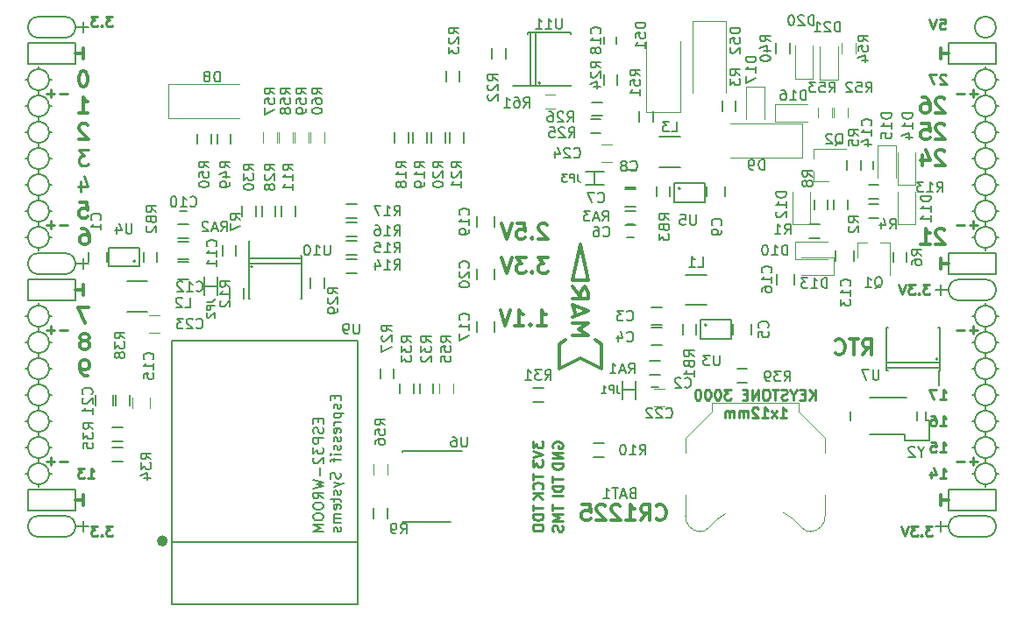
<source format=gbo>
G04 #@! TF.FileFunction,Legend,Bot*
%FSLAX46Y46*%
G04 Gerber Fmt 4.6, Leading zero omitted, Abs format (unit mm)*
G04 Created by KiCad (PCBNEW 4.0.7+dfsg1-1) date Fri Dec  8 18:08:20 2017*
%MOMM*%
%LPD*%
G01*
G04 APERTURE LIST*
%ADD10C,0.100000*%
%ADD11C,0.200000*%
%ADD12C,0.300000*%
%ADD13C,0.250000*%
%ADD14C,0.150000*%
%ADD15C,0.120000*%
%ADD16C,0.500000*%
%ADD17C,0.152400*%
G04 APERTURE END LIST*
D10*
D11*
X182492000Y-87582000D02*
X182492000Y-88598000D01*
X183254000Y-88090000D02*
X181984000Y-88090000D01*
X182492000Y-110442000D02*
X182492000Y-111458000D01*
X183254000Y-110950000D02*
X181984000Y-110950000D01*
X99688000Y-62182000D02*
X99688000Y-63198000D01*
X98926000Y-62690000D02*
X100196000Y-62690000D01*
X99688000Y-110442000D02*
X99688000Y-111458000D01*
X98926000Y-110950000D02*
X100196000Y-110950000D01*
X99688000Y-85042000D02*
X99688000Y-86058000D01*
X98926000Y-85550000D02*
X100196000Y-85550000D01*
X187826000Y-62690000D02*
G75*
G03X187826000Y-62690000I-1016000J0D01*
G01*
X184270000Y-87074000D02*
X186810000Y-87074000D01*
X184270000Y-89106000D02*
X186810000Y-89106000D01*
X184270000Y-87074000D02*
G75*
G03X184270000Y-89106000I0J-1016000D01*
G01*
X186810000Y-89106000D02*
G75*
G03X186810000Y-87074000I0J1016000D01*
G01*
X184270000Y-111966000D02*
X186810000Y-111966000D01*
X184270000Y-109934000D02*
X186810000Y-109934000D01*
X184270000Y-109934000D02*
G75*
G03X184270000Y-111966000I0J-1016000D01*
G01*
X186810000Y-111966000D02*
G75*
G03X186810000Y-109934000I0J1016000D01*
G01*
X97910000Y-63706000D02*
G75*
G03X97910000Y-61674000I0J1016000D01*
G01*
X95370000Y-61674000D02*
X97910000Y-61674000D01*
X95370000Y-63706000D02*
X97910000Y-63706000D01*
X95370000Y-61674000D02*
G75*
G03X95370000Y-63706000I0J-1016000D01*
G01*
X95370000Y-86566000D02*
X97910000Y-86566000D01*
X95370000Y-84534000D02*
X97910000Y-84534000D01*
X95370000Y-84534000D02*
G75*
G03X95370000Y-86566000I0J-1016000D01*
G01*
X97910000Y-86566000D02*
G75*
G03X97910000Y-84534000I0J1016000D01*
G01*
X95370000Y-111966000D02*
X97910000Y-111966000D01*
X95370000Y-109934000D02*
X97910000Y-109934000D01*
X95370000Y-109934000D02*
G75*
G03X95370000Y-111966000I0J-1016000D01*
G01*
X97910000Y-111966000D02*
G75*
G03X97910000Y-109934000I0J1016000D01*
G01*
X98926000Y-107394000D02*
X94354000Y-107394000D01*
X98926000Y-109426000D02*
X98926000Y-107394000D01*
X94354000Y-109426000D02*
X98926000Y-109426000D01*
X94354000Y-107394000D02*
X94354000Y-109426000D01*
X187826000Y-107394000D02*
X183254000Y-107394000D01*
X187826000Y-109426000D02*
X187826000Y-107394000D01*
X183254000Y-109426000D02*
X187826000Y-109426000D01*
X183254000Y-107394000D02*
X183254000Y-109426000D01*
X187826000Y-84534000D02*
X183254000Y-84534000D01*
X187826000Y-86566000D02*
X187826000Y-84534000D01*
X183254000Y-86566000D02*
X187826000Y-86566000D01*
X183254000Y-84534000D02*
X183254000Y-86566000D01*
X187826000Y-64214000D02*
X183254000Y-64214000D01*
X187826000Y-66246000D02*
X187826000Y-64214000D01*
X183254000Y-66246000D02*
X187826000Y-66246000D01*
X183254000Y-64214000D02*
X183254000Y-66246000D01*
X98926000Y-64214000D02*
X94354000Y-64214000D01*
X98926000Y-66246000D02*
X98926000Y-64214000D01*
X94354000Y-66246000D02*
X98926000Y-66246000D01*
X94354000Y-64214000D02*
X94354000Y-66246000D01*
X98926000Y-87074000D02*
X94354000Y-87074000D01*
X98926000Y-89106000D02*
X98926000Y-87074000D01*
X94354000Y-89106000D02*
X98926000Y-89106000D01*
X94354000Y-87074000D02*
X94354000Y-89106000D01*
D12*
X182872857Y-82331429D02*
X182801428Y-82260000D01*
X182658571Y-82188571D01*
X182301428Y-82188571D01*
X182158571Y-82260000D01*
X182087142Y-82331429D01*
X182015714Y-82474286D01*
X182015714Y-82617143D01*
X182087142Y-82831429D01*
X182944285Y-83688571D01*
X182015714Y-83688571D01*
X180587143Y-83688571D02*
X181444286Y-83688571D01*
X181015714Y-83688571D02*
X181015714Y-82188571D01*
X181158571Y-82402857D01*
X181301429Y-82545714D01*
X181444286Y-82617143D01*
X182872857Y-74711429D02*
X182801428Y-74640000D01*
X182658571Y-74568571D01*
X182301428Y-74568571D01*
X182158571Y-74640000D01*
X182087142Y-74711429D01*
X182015714Y-74854286D01*
X182015714Y-74997143D01*
X182087142Y-75211429D01*
X182944285Y-76068571D01*
X182015714Y-76068571D01*
X180730000Y-75068571D02*
X180730000Y-76068571D01*
X181087143Y-74497143D02*
X181444286Y-75568571D01*
X180515714Y-75568571D01*
X182872857Y-72171429D02*
X182801428Y-72100000D01*
X182658571Y-72028571D01*
X182301428Y-72028571D01*
X182158571Y-72100000D01*
X182087142Y-72171429D01*
X182015714Y-72314286D01*
X182015714Y-72457143D01*
X182087142Y-72671429D01*
X182944285Y-73528571D01*
X182015714Y-73528571D01*
X180658571Y-72028571D02*
X181372857Y-72028571D01*
X181444286Y-72742857D01*
X181372857Y-72671429D01*
X181230000Y-72600000D01*
X180872857Y-72600000D01*
X180730000Y-72671429D01*
X180658571Y-72742857D01*
X180587143Y-72885714D01*
X180587143Y-73242857D01*
X180658571Y-73385714D01*
X180730000Y-73457143D01*
X180872857Y-73528571D01*
X181230000Y-73528571D01*
X181372857Y-73457143D01*
X181444286Y-73385714D01*
D13*
X186032000Y-91971429D02*
X185270095Y-91971429D01*
X185651047Y-92352381D02*
X185651047Y-91590476D01*
X184793905Y-91971429D02*
X184032000Y-91971429D01*
X186032000Y-69111429D02*
X185270095Y-69111429D01*
X185651047Y-69492381D02*
X185651047Y-68730476D01*
X184793905Y-69111429D02*
X184032000Y-69111429D01*
X186032000Y-81811429D02*
X185270095Y-81811429D01*
X185651047Y-82192381D02*
X185651047Y-81430476D01*
X184793905Y-81811429D02*
X184032000Y-81811429D01*
X186032000Y-104671429D02*
X185270095Y-104671429D01*
X185651047Y-105052381D02*
X185651047Y-104290476D01*
X184793905Y-104671429D02*
X184032000Y-104671429D01*
X98148000Y-104671429D02*
X97386095Y-104671429D01*
X96909905Y-104671429D02*
X96148000Y-104671429D01*
X96528952Y-105052381D02*
X96528952Y-104290476D01*
X98148000Y-91971429D02*
X97386095Y-91971429D01*
X96909905Y-91971429D02*
X96148000Y-91971429D01*
X96528952Y-92352381D02*
X96528952Y-91590476D01*
X98148000Y-81811429D02*
X97386095Y-81811429D01*
X96909905Y-81811429D02*
X96148000Y-81811429D01*
X96528952Y-82192381D02*
X96528952Y-81430476D01*
X98148000Y-69111429D02*
X97386095Y-69111429D01*
X96909905Y-69111429D02*
X96148000Y-69111429D01*
X96528952Y-69492381D02*
X96528952Y-68730476D01*
D12*
X182492000Y-107902000D02*
X182492000Y-108918000D01*
X183254000Y-108410000D02*
X182492000Y-108410000D01*
D11*
X95370000Y-96726000D02*
X95370000Y-97234000D01*
X96386000Y-95710000D02*
X96640000Y-95710000D01*
X94354000Y-95710000D02*
X94100000Y-95710000D01*
X187826000Y-98250000D02*
X188080000Y-98250000D01*
X187826000Y-83010000D02*
X188080000Y-83010000D01*
X95370000Y-107140000D02*
X95370000Y-106886000D01*
X96386000Y-105870000D02*
X96640000Y-105870000D01*
X94354000Y-105870000D02*
X94100000Y-105870000D01*
X94354000Y-103330000D02*
X94100000Y-103330000D01*
X95370000Y-104346000D02*
X95370000Y-104854000D01*
X96386000Y-103330000D02*
X96640000Y-103330000D01*
X94354000Y-100790000D02*
X94100000Y-100790000D01*
X95370000Y-102314000D02*
X95370000Y-101806000D01*
X96386000Y-100790000D02*
X96640000Y-100790000D01*
X95370000Y-99266000D02*
X95370000Y-99774000D01*
X94354000Y-98250000D02*
X94100000Y-98250000D01*
X96386000Y-98250000D02*
X96640000Y-98250000D01*
X95370000Y-94186000D02*
X95370000Y-94694000D01*
X96386000Y-93170000D02*
X96640000Y-93170000D01*
X94354000Y-93170000D02*
X94100000Y-93170000D01*
X94354000Y-90630000D02*
X94100000Y-90630000D01*
X95370000Y-91646000D02*
X95370000Y-92154000D01*
X96640000Y-90630000D02*
X96386000Y-90630000D01*
X95370000Y-89360000D02*
X95370000Y-89614000D01*
X94354000Y-83010000D02*
X94100000Y-83010000D01*
X95370000Y-84280000D02*
X95370000Y-84026000D01*
X96386000Y-83010000D02*
X96640000Y-83010000D01*
X95370000Y-81486000D02*
X95370000Y-81994000D01*
X94354000Y-80470000D02*
X94100000Y-80470000D01*
X96640000Y-80470000D02*
X96386000Y-80470000D01*
X95370000Y-78946000D02*
X95370000Y-79454000D01*
X96386000Y-77930000D02*
X96640000Y-77930000D01*
X94354000Y-77930000D02*
X94100000Y-77930000D01*
X95370000Y-76406000D02*
X95370000Y-76914000D01*
X94354000Y-75390000D02*
X94100000Y-75390000D01*
X96386000Y-75390000D02*
X96640000Y-75390000D01*
X95370000Y-73866000D02*
X95370000Y-74374000D01*
X96386000Y-72850000D02*
X96640000Y-72850000D01*
X94100000Y-72850000D02*
X94354000Y-72850000D01*
X94354000Y-70310000D02*
X94100000Y-70310000D01*
X96640000Y-70310000D02*
X96386000Y-70310000D01*
X95370000Y-71326000D02*
X95370000Y-71834000D01*
X95370000Y-68786000D02*
X95370000Y-69294000D01*
X96386000Y-67770000D02*
X96640000Y-67770000D01*
X94354000Y-67770000D02*
X94100000Y-67770000D01*
X95370000Y-66500000D02*
X95370000Y-66754000D01*
X187826000Y-105870000D02*
X188080000Y-105870000D01*
X186810000Y-107140000D02*
X186810000Y-106886000D01*
X185540000Y-105870000D02*
X185794000Y-105870000D01*
X186810000Y-104346000D02*
X186810000Y-104854000D01*
X187826000Y-103330000D02*
X188080000Y-103330000D01*
X185540000Y-103330000D02*
X185794000Y-103330000D01*
X186810000Y-101806000D02*
X186810000Y-102314000D01*
X187826000Y-100790000D02*
X188080000Y-100790000D01*
X185540000Y-100790000D02*
X185794000Y-100790000D01*
X186810000Y-99266000D02*
X186810000Y-99774000D01*
X185540000Y-98250000D02*
X185794000Y-98250000D01*
X186810000Y-97234000D02*
X186810000Y-96726000D01*
X187826000Y-95710000D02*
X188080000Y-95710000D01*
X185540000Y-95710000D02*
X185794000Y-95710000D01*
X186810000Y-94694000D02*
X186810000Y-94186000D01*
X187826000Y-93170000D02*
X188080000Y-93170000D01*
X185540000Y-93170000D02*
X185794000Y-93170000D01*
X186810000Y-92154000D02*
X186810000Y-91646000D01*
X187826000Y-90630000D02*
X188080000Y-90630000D01*
X185540000Y-90630000D02*
X185794000Y-90630000D01*
X186810000Y-89360000D02*
X186810000Y-89614000D01*
X186810000Y-84280000D02*
X186810000Y-84026000D01*
X185540000Y-83010000D02*
X185794000Y-83010000D01*
X186810000Y-81994000D02*
X186810000Y-81486000D01*
X185794000Y-80470000D02*
X185540000Y-80470000D01*
X187826000Y-80470000D02*
X188080000Y-80470000D01*
X186810000Y-78946000D02*
X186810000Y-79454000D01*
X185794000Y-77930000D02*
X185540000Y-77930000D01*
X187826000Y-77930000D02*
X188080000Y-77930000D01*
X186810000Y-76406000D02*
X186810000Y-76914000D01*
X186810000Y-73866000D02*
X186810000Y-74374000D01*
X185794000Y-75390000D02*
X185540000Y-75390000D01*
X187826000Y-75390000D02*
X188080000Y-75390000D01*
X187826000Y-72850000D02*
X188080000Y-72850000D01*
X185540000Y-72850000D02*
X185794000Y-72850000D01*
X186810000Y-71834000D02*
X186810000Y-71326000D01*
X187826000Y-70310000D02*
X188080000Y-70310000D01*
X185540000Y-70310000D02*
X185794000Y-70310000D01*
X187826000Y-67770000D02*
X188080000Y-67770000D01*
X186810000Y-68786000D02*
X186810000Y-69294000D01*
X185540000Y-67770000D02*
X185794000Y-67770000D01*
X186810000Y-66500000D02*
X186810000Y-66754000D01*
X187826000Y-67770000D02*
G75*
G03X187826000Y-67770000I-1016000J0D01*
G01*
X187826000Y-70310000D02*
G75*
G03X187826000Y-70310000I-1016000J0D01*
G01*
X187826000Y-72850000D02*
G75*
G03X187826000Y-72850000I-1016000J0D01*
G01*
X187826000Y-75390000D02*
G75*
G03X187826000Y-75390000I-1016000J0D01*
G01*
X187826000Y-77930000D02*
G75*
G03X187826000Y-77930000I-1016000J0D01*
G01*
X187826000Y-80470000D02*
G75*
G03X187826000Y-80470000I-1016000J0D01*
G01*
X187826000Y-83010000D02*
G75*
G03X187826000Y-83010000I-1016000J0D01*
G01*
X187826000Y-90630000D02*
G75*
G03X187826000Y-90630000I-1016000J0D01*
G01*
X187826000Y-93170000D02*
G75*
G03X187826000Y-93170000I-1016000J0D01*
G01*
X187826000Y-95710000D02*
G75*
G03X187826000Y-95710000I-1016000J0D01*
G01*
X187826000Y-98250000D02*
G75*
G03X187826000Y-98250000I-1016000J0D01*
G01*
X187826000Y-100790000D02*
G75*
G03X187826000Y-100790000I-1016000J0D01*
G01*
X187826000Y-103330000D02*
G75*
G03X187826000Y-103330000I-1016000J0D01*
G01*
X187826000Y-105870000D02*
G75*
G03X187826000Y-105870000I-1016000J0D01*
G01*
X96386000Y-105870000D02*
G75*
G03X96386000Y-105870000I-1016000J0D01*
G01*
X96386000Y-103330000D02*
G75*
G03X96386000Y-103330000I-1016000J0D01*
G01*
X96386000Y-100790000D02*
G75*
G03X96386000Y-100790000I-1016000J0D01*
G01*
X96386000Y-98250000D02*
G75*
G03X96386000Y-98250000I-1016000J0D01*
G01*
X96386000Y-95710000D02*
G75*
G03X96386000Y-95710000I-1016000J0D01*
G01*
X96386000Y-93170000D02*
G75*
G03X96386000Y-93170000I-1016000J0D01*
G01*
X96386000Y-90630000D02*
G75*
G03X96386000Y-90630000I-1016000J0D01*
G01*
X96386000Y-83010000D02*
G75*
G03X96386000Y-83010000I-1016000J0D01*
G01*
X96386000Y-80470000D02*
G75*
G03X96386000Y-80470000I-1016000J0D01*
G01*
X96386000Y-77930000D02*
G75*
G03X96386000Y-77930000I-1016000J0D01*
G01*
X96386000Y-75390000D02*
G75*
G03X96386000Y-75390000I-1016000J0D01*
G01*
X96386000Y-72850000D02*
G75*
G03X96386000Y-72850000I-1016000J0D01*
G01*
X96386000Y-70310000D02*
G75*
G03X96386000Y-70310000I-1016000J0D01*
G01*
X96386000Y-67770000D02*
G75*
G03X96386000Y-67770000I-1016000J0D01*
G01*
D13*
X182428476Y-61888381D02*
X182904667Y-61888381D01*
X182952286Y-62364571D01*
X182904667Y-62316952D01*
X182809429Y-62269333D01*
X182571333Y-62269333D01*
X182476095Y-62316952D01*
X182428476Y-62364571D01*
X182380857Y-62459810D01*
X182380857Y-62697905D01*
X182428476Y-62793143D01*
X182476095Y-62840762D01*
X182571333Y-62888381D01*
X182809429Y-62888381D01*
X182904667Y-62840762D01*
X182952286Y-62793143D01*
X182095143Y-61888381D02*
X181761810Y-62888381D01*
X181428476Y-61888381D01*
D12*
X182492000Y-64722000D02*
X182492000Y-65738000D01*
X183254000Y-65230000D02*
X182492000Y-65230000D01*
D13*
X182999905Y-67317619D02*
X182952286Y-67270000D01*
X182857048Y-67222381D01*
X182618952Y-67222381D01*
X182523714Y-67270000D01*
X182476095Y-67317619D01*
X182428476Y-67412857D01*
X182428476Y-67508095D01*
X182476095Y-67650952D01*
X183047524Y-68222381D01*
X182428476Y-68222381D01*
X182095143Y-67222381D02*
X181428476Y-67222381D01*
X181857048Y-68222381D01*
D12*
X182872857Y-69631429D02*
X182801428Y-69560000D01*
X182658571Y-69488571D01*
X182301428Y-69488571D01*
X182158571Y-69560000D01*
X182087142Y-69631429D01*
X182015714Y-69774286D01*
X182015714Y-69917143D01*
X182087142Y-70131429D01*
X182944285Y-70988571D01*
X182015714Y-70988571D01*
X180730000Y-69488571D02*
X181015714Y-69488571D01*
X181158571Y-69560000D01*
X181230000Y-69631429D01*
X181372857Y-69845714D01*
X181444286Y-70131429D01*
X181444286Y-70702857D01*
X181372857Y-70845714D01*
X181301429Y-70917143D01*
X181158571Y-70988571D01*
X180872857Y-70988571D01*
X180730000Y-70917143D01*
X180658571Y-70845714D01*
X180587143Y-70702857D01*
X180587143Y-70345714D01*
X180658571Y-70202857D01*
X180730000Y-70131429D01*
X180872857Y-70060000D01*
X181158571Y-70060000D01*
X181301429Y-70131429D01*
X181372857Y-70202857D01*
X181444286Y-70345714D01*
X182492000Y-85042000D02*
X182492000Y-86058000D01*
X183254000Y-85550000D02*
X182492000Y-85550000D01*
D13*
X181428190Y-87542381D02*
X180809142Y-87542381D01*
X181142476Y-87923333D01*
X180999618Y-87923333D01*
X180904380Y-87970952D01*
X180856761Y-88018571D01*
X180809142Y-88113810D01*
X180809142Y-88351905D01*
X180856761Y-88447143D01*
X180904380Y-88494762D01*
X180999618Y-88542381D01*
X181285333Y-88542381D01*
X181380571Y-88494762D01*
X181428190Y-88447143D01*
X180380571Y-88447143D02*
X180332952Y-88494762D01*
X180380571Y-88542381D01*
X180428190Y-88494762D01*
X180380571Y-88447143D01*
X180380571Y-88542381D01*
X179999619Y-87542381D02*
X179380571Y-87542381D01*
X179713905Y-87923333D01*
X179571047Y-87923333D01*
X179475809Y-87970952D01*
X179428190Y-88018571D01*
X179380571Y-88113810D01*
X179380571Y-88351905D01*
X179428190Y-88447143D01*
X179475809Y-88494762D01*
X179571047Y-88542381D01*
X179856762Y-88542381D01*
X179952000Y-88494762D01*
X179999619Y-88447143D01*
X179094857Y-87542381D02*
X178761524Y-88542381D01*
X178428190Y-87542381D01*
X182428476Y-98702381D02*
X182999905Y-98702381D01*
X182714191Y-98702381D02*
X182714191Y-97702381D01*
X182809429Y-97845238D01*
X182904667Y-97940476D01*
X182999905Y-97988095D01*
X182095143Y-97702381D02*
X181428476Y-97702381D01*
X181857048Y-98702381D01*
X182428476Y-101242381D02*
X182999905Y-101242381D01*
X182714191Y-101242381D02*
X182714191Y-100242381D01*
X182809429Y-100385238D01*
X182904667Y-100480476D01*
X182999905Y-100528095D01*
X181571333Y-100242381D02*
X181761810Y-100242381D01*
X181857048Y-100290000D01*
X181904667Y-100337619D01*
X181999905Y-100480476D01*
X182047524Y-100670952D01*
X182047524Y-101051905D01*
X181999905Y-101147143D01*
X181952286Y-101194762D01*
X181857048Y-101242381D01*
X181666571Y-101242381D01*
X181571333Y-101194762D01*
X181523714Y-101147143D01*
X181476095Y-101051905D01*
X181476095Y-100813810D01*
X181523714Y-100718571D01*
X181571333Y-100670952D01*
X181666571Y-100623333D01*
X181857048Y-100623333D01*
X181952286Y-100670952D01*
X181999905Y-100718571D01*
X182047524Y-100813810D01*
X182428476Y-103782381D02*
X182999905Y-103782381D01*
X182714191Y-103782381D02*
X182714191Y-102782381D01*
X182809429Y-102925238D01*
X182904667Y-103020476D01*
X182999905Y-103068095D01*
X181523714Y-102782381D02*
X181999905Y-102782381D01*
X182047524Y-103258571D01*
X181999905Y-103210952D01*
X181904667Y-103163333D01*
X181666571Y-103163333D01*
X181571333Y-103210952D01*
X181523714Y-103258571D01*
X181476095Y-103353810D01*
X181476095Y-103591905D01*
X181523714Y-103687143D01*
X181571333Y-103734762D01*
X181666571Y-103782381D01*
X181904667Y-103782381D01*
X181999905Y-103734762D01*
X182047524Y-103687143D01*
X182428476Y-106322381D02*
X182999905Y-106322381D01*
X182714191Y-106322381D02*
X182714191Y-105322381D01*
X182809429Y-105465238D01*
X182904667Y-105560476D01*
X182999905Y-105608095D01*
X181571333Y-105655714D02*
X181571333Y-106322381D01*
X181809429Y-105274762D02*
X182047524Y-105989048D01*
X181428476Y-105989048D01*
X181682190Y-110910381D02*
X181063142Y-110910381D01*
X181396476Y-111291333D01*
X181253618Y-111291333D01*
X181158380Y-111338952D01*
X181110761Y-111386571D01*
X181063142Y-111481810D01*
X181063142Y-111719905D01*
X181110761Y-111815143D01*
X181158380Y-111862762D01*
X181253618Y-111910381D01*
X181539333Y-111910381D01*
X181634571Y-111862762D01*
X181682190Y-111815143D01*
X180634571Y-111815143D02*
X180586952Y-111862762D01*
X180634571Y-111910381D01*
X180682190Y-111862762D01*
X180634571Y-111815143D01*
X180634571Y-111910381D01*
X180253619Y-110910381D02*
X179634571Y-110910381D01*
X179967905Y-111291333D01*
X179825047Y-111291333D01*
X179729809Y-111338952D01*
X179682190Y-111386571D01*
X179634571Y-111481810D01*
X179634571Y-111719905D01*
X179682190Y-111815143D01*
X179729809Y-111862762D01*
X179825047Y-111910381D01*
X180110762Y-111910381D01*
X180206000Y-111862762D01*
X180253619Y-111815143D01*
X179348857Y-110910381D02*
X179015524Y-111910381D01*
X178682190Y-110910381D01*
D12*
X99688000Y-108918000D02*
X99688000Y-107902000D01*
X98926000Y-108410000D02*
X99688000Y-108410000D01*
X99688000Y-88598000D02*
X99688000Y-87582000D01*
X98926000Y-88090000D02*
X99688000Y-88090000D01*
X99688000Y-64722000D02*
X99688000Y-65738000D01*
X98926000Y-65230000D02*
X99688000Y-65230000D01*
D13*
X102513619Y-110910381D02*
X101894571Y-110910381D01*
X102227905Y-111291333D01*
X102085047Y-111291333D01*
X101989809Y-111338952D01*
X101942190Y-111386571D01*
X101894571Y-111481810D01*
X101894571Y-111719905D01*
X101942190Y-111815143D01*
X101989809Y-111862762D01*
X102085047Y-111910381D01*
X102370762Y-111910381D01*
X102466000Y-111862762D01*
X102513619Y-111815143D01*
X101466000Y-111815143D02*
X101418381Y-111862762D01*
X101466000Y-111910381D01*
X101513619Y-111862762D01*
X101466000Y-111815143D01*
X101466000Y-111910381D01*
X101085048Y-110910381D02*
X100466000Y-110910381D01*
X100799334Y-111291333D01*
X100656476Y-111291333D01*
X100561238Y-111338952D01*
X100513619Y-111386571D01*
X100466000Y-111481810D01*
X100466000Y-111719905D01*
X100513619Y-111815143D01*
X100561238Y-111862762D01*
X100656476Y-111910381D01*
X100942191Y-111910381D01*
X101037429Y-111862762D01*
X101085048Y-111815143D01*
X100132476Y-106322381D02*
X100703905Y-106322381D01*
X100418191Y-106322381D02*
X100418191Y-105322381D01*
X100513429Y-105465238D01*
X100608667Y-105560476D01*
X100703905Y-105608095D01*
X99799143Y-105322381D02*
X99180095Y-105322381D01*
X99513429Y-105703333D01*
X99370571Y-105703333D01*
X99275333Y-105750952D01*
X99227714Y-105798571D01*
X99180095Y-105893810D01*
X99180095Y-106131905D01*
X99227714Y-106227143D01*
X99275333Y-106274762D01*
X99370571Y-106322381D01*
X99656286Y-106322381D01*
X99751524Y-106274762D01*
X99799143Y-106227143D01*
D12*
X100100714Y-96388571D02*
X99814999Y-96388571D01*
X99672142Y-96317143D01*
X99600714Y-96245714D01*
X99457856Y-96031429D01*
X99386428Y-95745714D01*
X99386428Y-95174286D01*
X99457856Y-95031429D01*
X99529285Y-94960000D01*
X99672142Y-94888571D01*
X99957856Y-94888571D01*
X100100714Y-94960000D01*
X100172142Y-95031429D01*
X100243571Y-95174286D01*
X100243571Y-95531429D01*
X100172142Y-95674286D01*
X100100714Y-95745714D01*
X99957856Y-95817143D01*
X99672142Y-95817143D01*
X99529285Y-95745714D01*
X99457856Y-95674286D01*
X99386428Y-95531429D01*
X99957856Y-92991429D02*
X100100714Y-92920000D01*
X100172142Y-92848571D01*
X100243571Y-92705714D01*
X100243571Y-92634286D01*
X100172142Y-92491429D01*
X100100714Y-92420000D01*
X99957856Y-92348571D01*
X99672142Y-92348571D01*
X99529285Y-92420000D01*
X99457856Y-92491429D01*
X99386428Y-92634286D01*
X99386428Y-92705714D01*
X99457856Y-92848571D01*
X99529285Y-92920000D01*
X99672142Y-92991429D01*
X99957856Y-92991429D01*
X100100714Y-93062857D01*
X100172142Y-93134286D01*
X100243571Y-93277143D01*
X100243571Y-93562857D01*
X100172142Y-93705714D01*
X100100714Y-93777143D01*
X99957856Y-93848571D01*
X99672142Y-93848571D01*
X99529285Y-93777143D01*
X99457856Y-93705714D01*
X99386428Y-93562857D01*
X99386428Y-93277143D01*
X99457856Y-93134286D01*
X99529285Y-93062857D01*
X99672142Y-92991429D01*
X100187999Y-89808571D02*
X99187999Y-89808571D01*
X99830856Y-91308571D01*
X99529285Y-82188571D02*
X99814999Y-82188571D01*
X99957856Y-82260000D01*
X100029285Y-82331429D01*
X100172142Y-82545714D01*
X100243571Y-82831429D01*
X100243571Y-83402857D01*
X100172142Y-83545714D01*
X100100714Y-83617143D01*
X99957856Y-83688571D01*
X99672142Y-83688571D01*
X99529285Y-83617143D01*
X99457856Y-83545714D01*
X99386428Y-83402857D01*
X99386428Y-83045714D01*
X99457856Y-82902857D01*
X99529285Y-82831429D01*
X99672142Y-82760000D01*
X99957856Y-82760000D01*
X100100714Y-82831429D01*
X100172142Y-82902857D01*
X100243571Y-83045714D01*
X99330856Y-79648571D02*
X100045142Y-79648571D01*
X100116571Y-80362857D01*
X100045142Y-80291429D01*
X99902285Y-80220000D01*
X99545142Y-80220000D01*
X99402285Y-80291429D01*
X99330856Y-80362857D01*
X99259428Y-80505714D01*
X99259428Y-80862857D01*
X99330856Y-81005714D01*
X99402285Y-81077143D01*
X99545142Y-81148571D01*
X99902285Y-81148571D01*
X100045142Y-81077143D01*
X100116571Y-81005714D01*
D13*
X99402285Y-77608571D02*
X99402285Y-78608571D01*
X99759428Y-77037143D02*
X100116571Y-78108571D01*
X99187999Y-78108571D01*
X100187999Y-74568571D02*
X99259428Y-74568571D01*
X99759428Y-75140000D01*
X99545142Y-75140000D01*
X99402285Y-75211429D01*
X99330856Y-75282857D01*
X99259428Y-75425714D01*
X99259428Y-75782857D01*
X99330856Y-75925714D01*
X99402285Y-75997143D01*
X99545142Y-76068571D01*
X99973714Y-76068571D01*
X100116571Y-75997143D01*
X100187999Y-75925714D01*
D12*
X100116571Y-72171429D02*
X100045142Y-72100000D01*
X99902285Y-72028571D01*
X99545142Y-72028571D01*
X99402285Y-72100000D01*
X99330856Y-72171429D01*
X99259428Y-72314286D01*
X99259428Y-72457143D01*
X99330856Y-72671429D01*
X100187999Y-73528571D01*
X99259428Y-73528571D01*
X99259428Y-70988571D02*
X100116571Y-70988571D01*
X99687999Y-70988571D02*
X99687999Y-69488571D01*
X99830856Y-69702857D01*
X99973714Y-69845714D01*
X100116571Y-69917143D01*
X99759428Y-66948571D02*
X99616571Y-66948571D01*
X99473714Y-67020000D01*
X99402285Y-67091429D01*
X99330856Y-67234286D01*
X99259428Y-67520000D01*
X99259428Y-67877143D01*
X99330856Y-68162857D01*
X99402285Y-68305714D01*
X99473714Y-68377143D01*
X99616571Y-68448571D01*
X99759428Y-68448571D01*
X99902285Y-68377143D01*
X99973714Y-68305714D01*
X100045142Y-68162857D01*
X100116571Y-67877143D01*
X100116571Y-67520000D01*
X100045142Y-67234286D01*
X99973714Y-67091429D01*
X99902285Y-67020000D01*
X99759428Y-66948571D01*
D13*
X102513619Y-61634381D02*
X101894571Y-61634381D01*
X102227905Y-62015333D01*
X102085047Y-62015333D01*
X101989809Y-62062952D01*
X101942190Y-62110571D01*
X101894571Y-62205810D01*
X101894571Y-62443905D01*
X101942190Y-62539143D01*
X101989809Y-62586762D01*
X102085047Y-62634381D01*
X102370762Y-62634381D01*
X102466000Y-62586762D01*
X102513619Y-62539143D01*
X101466000Y-62539143D02*
X101418381Y-62586762D01*
X101466000Y-62634381D01*
X101513619Y-62586762D01*
X101466000Y-62539143D01*
X101466000Y-62634381D01*
X101085048Y-61634381D02*
X100466000Y-61634381D01*
X100799334Y-62015333D01*
X100656476Y-62015333D01*
X100561238Y-62062952D01*
X100513619Y-62110571D01*
X100466000Y-62205810D01*
X100466000Y-62443905D01*
X100513619Y-62539143D01*
X100561238Y-62586762D01*
X100656476Y-62634381D01*
X100942191Y-62634381D01*
X101037429Y-62586762D01*
X101085048Y-62539143D01*
X170370715Y-98716381D02*
X170370715Y-97716381D01*
X169799286Y-98716381D02*
X170227858Y-98144952D01*
X169799286Y-97716381D02*
X170370715Y-98287810D01*
X169370715Y-98192571D02*
X169037381Y-98192571D01*
X168894524Y-98716381D02*
X169370715Y-98716381D01*
X169370715Y-97716381D01*
X168894524Y-97716381D01*
X168275477Y-98240190D02*
X168275477Y-98716381D01*
X168608810Y-97716381D02*
X168275477Y-98240190D01*
X167942143Y-97716381D01*
X167656429Y-98668762D02*
X167513572Y-98716381D01*
X167275476Y-98716381D01*
X167180238Y-98668762D01*
X167132619Y-98621143D01*
X167085000Y-98525905D01*
X167085000Y-98430667D01*
X167132619Y-98335429D01*
X167180238Y-98287810D01*
X167275476Y-98240190D01*
X167465953Y-98192571D01*
X167561191Y-98144952D01*
X167608810Y-98097333D01*
X167656429Y-98002095D01*
X167656429Y-97906857D01*
X167608810Y-97811619D01*
X167561191Y-97764000D01*
X167465953Y-97716381D01*
X167227857Y-97716381D01*
X167085000Y-97764000D01*
X166799286Y-97716381D02*
X166227857Y-97716381D01*
X166513572Y-98716381D02*
X166513572Y-97716381D01*
X165704048Y-97716381D02*
X165513571Y-97716381D01*
X165418333Y-97764000D01*
X165323095Y-97859238D01*
X165275476Y-98049714D01*
X165275476Y-98383048D01*
X165323095Y-98573524D01*
X165418333Y-98668762D01*
X165513571Y-98716381D01*
X165704048Y-98716381D01*
X165799286Y-98668762D01*
X165894524Y-98573524D01*
X165942143Y-98383048D01*
X165942143Y-98049714D01*
X165894524Y-97859238D01*
X165799286Y-97764000D01*
X165704048Y-97716381D01*
X164846905Y-98716381D02*
X164846905Y-97716381D01*
X164275476Y-98716381D01*
X164275476Y-97716381D01*
X163799286Y-98192571D02*
X163465952Y-98192571D01*
X163323095Y-98716381D02*
X163799286Y-98716381D01*
X163799286Y-97716381D01*
X163323095Y-97716381D01*
X162227857Y-97716381D02*
X161608809Y-97716381D01*
X161942143Y-98097333D01*
X161799285Y-98097333D01*
X161704047Y-98144952D01*
X161656428Y-98192571D01*
X161608809Y-98287810D01*
X161608809Y-98525905D01*
X161656428Y-98621143D01*
X161704047Y-98668762D01*
X161799285Y-98716381D01*
X162085000Y-98716381D01*
X162180238Y-98668762D01*
X162227857Y-98621143D01*
X160989762Y-97716381D02*
X160894523Y-97716381D01*
X160799285Y-97764000D01*
X160751666Y-97811619D01*
X160704047Y-97906857D01*
X160656428Y-98097333D01*
X160656428Y-98335429D01*
X160704047Y-98525905D01*
X160751666Y-98621143D01*
X160799285Y-98668762D01*
X160894523Y-98716381D01*
X160989762Y-98716381D01*
X161085000Y-98668762D01*
X161132619Y-98621143D01*
X161180238Y-98525905D01*
X161227857Y-98335429D01*
X161227857Y-98097333D01*
X161180238Y-97906857D01*
X161132619Y-97811619D01*
X161085000Y-97764000D01*
X160989762Y-97716381D01*
X160037381Y-97716381D02*
X159942142Y-97716381D01*
X159846904Y-97764000D01*
X159799285Y-97811619D01*
X159751666Y-97906857D01*
X159704047Y-98097333D01*
X159704047Y-98335429D01*
X159751666Y-98525905D01*
X159799285Y-98621143D01*
X159846904Y-98668762D01*
X159942142Y-98716381D01*
X160037381Y-98716381D01*
X160132619Y-98668762D01*
X160180238Y-98621143D01*
X160227857Y-98525905D01*
X160275476Y-98335429D01*
X160275476Y-98097333D01*
X160227857Y-97906857D01*
X160180238Y-97811619D01*
X160132619Y-97764000D01*
X160037381Y-97716381D01*
X159085000Y-97716381D02*
X158989761Y-97716381D01*
X158894523Y-97764000D01*
X158846904Y-97811619D01*
X158799285Y-97906857D01*
X158751666Y-98097333D01*
X158751666Y-98335429D01*
X158799285Y-98525905D01*
X158846904Y-98621143D01*
X158894523Y-98668762D01*
X158989761Y-98716381D01*
X159085000Y-98716381D01*
X159180238Y-98668762D01*
X159227857Y-98621143D01*
X159275476Y-98525905D01*
X159323095Y-98335429D01*
X159323095Y-98097333D01*
X159275476Y-97906857D01*
X159227857Y-97811619D01*
X159180238Y-97764000D01*
X159085000Y-97716381D01*
X166989761Y-100466381D02*
X167561190Y-100466381D01*
X167275476Y-100466381D02*
X167275476Y-99466381D01*
X167370714Y-99609238D01*
X167465952Y-99704476D01*
X167561190Y-99752095D01*
X166656428Y-100466381D02*
X166132618Y-99799714D01*
X166656428Y-99799714D02*
X166132618Y-100466381D01*
X165227856Y-100466381D02*
X165799285Y-100466381D01*
X165513571Y-100466381D02*
X165513571Y-99466381D01*
X165608809Y-99609238D01*
X165704047Y-99704476D01*
X165799285Y-99752095D01*
X164846904Y-99561619D02*
X164799285Y-99514000D01*
X164704047Y-99466381D01*
X164465951Y-99466381D01*
X164370713Y-99514000D01*
X164323094Y-99561619D01*
X164275475Y-99656857D01*
X164275475Y-99752095D01*
X164323094Y-99894952D01*
X164894523Y-100466381D01*
X164275475Y-100466381D01*
X163846904Y-100466381D02*
X163846904Y-99799714D01*
X163846904Y-99894952D02*
X163799285Y-99847333D01*
X163704047Y-99799714D01*
X163561189Y-99799714D01*
X163465951Y-99847333D01*
X163418332Y-99942571D01*
X163418332Y-100466381D01*
X163418332Y-99942571D02*
X163370713Y-99847333D01*
X163275475Y-99799714D01*
X163132618Y-99799714D01*
X163037380Y-99847333D01*
X162989761Y-99942571D01*
X162989761Y-100466381D01*
X162513571Y-100466381D02*
X162513571Y-99799714D01*
X162513571Y-99894952D02*
X162465952Y-99847333D01*
X162370714Y-99799714D01*
X162227856Y-99799714D01*
X162132618Y-99847333D01*
X162084999Y-99942571D01*
X162084999Y-100466381D01*
X162084999Y-99942571D02*
X162037380Y-99847333D01*
X161942142Y-99799714D01*
X161799285Y-99799714D01*
X161704047Y-99847333D01*
X161656428Y-99942571D01*
X161656428Y-100466381D01*
D12*
X155027856Y-110215714D02*
X155099285Y-110287143D01*
X155313571Y-110358571D01*
X155456428Y-110358571D01*
X155670713Y-110287143D01*
X155813571Y-110144286D01*
X155884999Y-110001429D01*
X155956428Y-109715714D01*
X155956428Y-109501429D01*
X155884999Y-109215714D01*
X155813571Y-109072857D01*
X155670713Y-108930000D01*
X155456428Y-108858571D01*
X155313571Y-108858571D01*
X155099285Y-108930000D01*
X155027856Y-109001429D01*
X153527856Y-110358571D02*
X154027856Y-109644286D01*
X154384999Y-110358571D02*
X154384999Y-108858571D01*
X153813571Y-108858571D01*
X153670713Y-108930000D01*
X153599285Y-109001429D01*
X153527856Y-109144286D01*
X153527856Y-109358571D01*
X153599285Y-109501429D01*
X153670713Y-109572857D01*
X153813571Y-109644286D01*
X154384999Y-109644286D01*
X152099285Y-110358571D02*
X152956428Y-110358571D01*
X152527856Y-110358571D02*
X152527856Y-108858571D01*
X152670713Y-109072857D01*
X152813571Y-109215714D01*
X152956428Y-109287143D01*
X151527857Y-109001429D02*
X151456428Y-108930000D01*
X151313571Y-108858571D01*
X150956428Y-108858571D01*
X150813571Y-108930000D01*
X150742142Y-109001429D01*
X150670714Y-109144286D01*
X150670714Y-109287143D01*
X150742142Y-109501429D01*
X151599285Y-110358571D01*
X150670714Y-110358571D01*
X150099286Y-109001429D02*
X150027857Y-108930000D01*
X149885000Y-108858571D01*
X149527857Y-108858571D01*
X149385000Y-108930000D01*
X149313571Y-109001429D01*
X149242143Y-109144286D01*
X149242143Y-109287143D01*
X149313571Y-109501429D01*
X150170714Y-110358571D01*
X149242143Y-110358571D01*
X147885000Y-108858571D02*
X148599286Y-108858571D01*
X148670715Y-109572857D01*
X148599286Y-109501429D01*
X148456429Y-109430000D01*
X148099286Y-109430000D01*
X147956429Y-109501429D01*
X147885000Y-109572857D01*
X147813572Y-109715714D01*
X147813572Y-110072857D01*
X147885000Y-110215714D01*
X147956429Y-110287143D01*
X148099286Y-110358571D01*
X148456429Y-110358571D01*
X148599286Y-110287143D01*
X148670715Y-110215714D01*
X144502857Y-81823429D02*
X144431428Y-81752000D01*
X144288571Y-81680571D01*
X143931428Y-81680571D01*
X143788571Y-81752000D01*
X143717142Y-81823429D01*
X143645714Y-81966286D01*
X143645714Y-82109143D01*
X143717142Y-82323429D01*
X144574285Y-83180571D01*
X143645714Y-83180571D01*
X143002857Y-83037714D02*
X142931429Y-83109143D01*
X143002857Y-83180571D01*
X143074286Y-83109143D01*
X143002857Y-83037714D01*
X143002857Y-83180571D01*
X141574285Y-81680571D02*
X142288571Y-81680571D01*
X142360000Y-82394857D01*
X142288571Y-82323429D01*
X142145714Y-82252000D01*
X141788571Y-82252000D01*
X141645714Y-82323429D01*
X141574285Y-82394857D01*
X141502857Y-82537714D01*
X141502857Y-82894857D01*
X141574285Y-83037714D01*
X141645714Y-83109143D01*
X141788571Y-83180571D01*
X142145714Y-83180571D01*
X142288571Y-83109143D01*
X142360000Y-83037714D01*
X141074286Y-81680571D02*
X140574286Y-83180571D01*
X140074286Y-81680571D01*
X144574285Y-84982571D02*
X143645714Y-84982571D01*
X144145714Y-85554000D01*
X143931428Y-85554000D01*
X143788571Y-85625429D01*
X143717142Y-85696857D01*
X143645714Y-85839714D01*
X143645714Y-86196857D01*
X143717142Y-86339714D01*
X143788571Y-86411143D01*
X143931428Y-86482571D01*
X144360000Y-86482571D01*
X144502857Y-86411143D01*
X144574285Y-86339714D01*
X143002857Y-86339714D02*
X142931429Y-86411143D01*
X143002857Y-86482571D01*
X143074286Y-86411143D01*
X143002857Y-86339714D01*
X143002857Y-86482571D01*
X142431428Y-84982571D02*
X141502857Y-84982571D01*
X142002857Y-85554000D01*
X141788571Y-85554000D01*
X141645714Y-85625429D01*
X141574285Y-85696857D01*
X141502857Y-85839714D01*
X141502857Y-86196857D01*
X141574285Y-86339714D01*
X141645714Y-86411143D01*
X141788571Y-86482571D01*
X142217143Y-86482571D01*
X142360000Y-86411143D01*
X142431428Y-86339714D01*
X141074286Y-84982571D02*
X140574286Y-86482571D01*
X140074286Y-84982571D01*
X143518714Y-91562571D02*
X144375857Y-91562571D01*
X143947285Y-91562571D02*
X143947285Y-90062571D01*
X144090142Y-90276857D01*
X144233000Y-90419714D01*
X144375857Y-90491143D01*
X142875857Y-91419714D02*
X142804429Y-91491143D01*
X142875857Y-91562571D01*
X142947286Y-91491143D01*
X142875857Y-91419714D01*
X142875857Y-91562571D01*
X141375857Y-91562571D02*
X142233000Y-91562571D01*
X141804428Y-91562571D02*
X141804428Y-90062571D01*
X141947285Y-90276857D01*
X142090143Y-90419714D01*
X142233000Y-90491143D01*
X140947286Y-90062571D02*
X140447286Y-91562571D01*
X139947286Y-90062571D01*
D13*
X143082381Y-105854286D02*
X143082381Y-106425715D01*
X144082381Y-106140000D02*
X143082381Y-106140000D01*
X143987143Y-107330477D02*
X144034762Y-107282858D01*
X144082381Y-107140001D01*
X144082381Y-107044763D01*
X144034762Y-106901905D01*
X143939524Y-106806667D01*
X143844286Y-106759048D01*
X143653810Y-106711429D01*
X143510952Y-106711429D01*
X143320476Y-106759048D01*
X143225238Y-106806667D01*
X143130000Y-106901905D01*
X143082381Y-107044763D01*
X143082381Y-107140001D01*
X143130000Y-107282858D01*
X143177619Y-107330477D01*
X144082381Y-107759048D02*
X143082381Y-107759048D01*
X144082381Y-108330477D02*
X143510952Y-107901905D01*
X143082381Y-108330477D02*
X143653810Y-107759048D01*
X143082381Y-102726905D02*
X143082381Y-103345953D01*
X143463333Y-103012619D01*
X143463333Y-103155477D01*
X143510952Y-103250715D01*
X143558571Y-103298334D01*
X143653810Y-103345953D01*
X143891905Y-103345953D01*
X143987143Y-103298334D01*
X144034762Y-103250715D01*
X144082381Y-103155477D01*
X144082381Y-102869762D01*
X144034762Y-102774524D01*
X143987143Y-102726905D01*
X143082381Y-103631667D02*
X144082381Y-103965000D01*
X143082381Y-104298334D01*
X143082381Y-104536429D02*
X143082381Y-105155477D01*
X143463333Y-104822143D01*
X143463333Y-104965001D01*
X143510952Y-105060239D01*
X143558571Y-105107858D01*
X143653810Y-105155477D01*
X143891905Y-105155477D01*
X143987143Y-105107858D01*
X144034762Y-105060239D01*
X144082381Y-104965001D01*
X144082381Y-104679286D01*
X144034762Y-104584048D01*
X143987143Y-104536429D01*
X143082381Y-108878476D02*
X143082381Y-109449905D01*
X144082381Y-109164190D02*
X143082381Y-109164190D01*
X144082381Y-109783238D02*
X143082381Y-109783238D01*
X143082381Y-110021333D01*
X143130000Y-110164191D01*
X143225238Y-110259429D01*
X143320476Y-110307048D01*
X143510952Y-110354667D01*
X143653810Y-110354667D01*
X143844286Y-110307048D01*
X143939524Y-110259429D01*
X144034762Y-110164191D01*
X144082381Y-110021333D01*
X144082381Y-109783238D01*
X143082381Y-110973714D02*
X143082381Y-111164191D01*
X143130000Y-111259429D01*
X143225238Y-111354667D01*
X143415714Y-111402286D01*
X143749048Y-111402286D01*
X143939524Y-111354667D01*
X144034762Y-111259429D01*
X144082381Y-111164191D01*
X144082381Y-110973714D01*
X144034762Y-110878476D01*
X143939524Y-110783238D01*
X143749048Y-110735619D01*
X143415714Y-110735619D01*
X143225238Y-110783238D01*
X143130000Y-110878476D01*
X143082381Y-110973714D01*
X145035000Y-103330096D02*
X144987381Y-103234858D01*
X144987381Y-103092001D01*
X145035000Y-102949143D01*
X145130238Y-102853905D01*
X145225476Y-102806286D01*
X145415952Y-102758667D01*
X145558810Y-102758667D01*
X145749286Y-102806286D01*
X145844524Y-102853905D01*
X145939762Y-102949143D01*
X145987381Y-103092001D01*
X145987381Y-103187239D01*
X145939762Y-103330096D01*
X145892143Y-103377715D01*
X145558810Y-103377715D01*
X145558810Y-103187239D01*
X145987381Y-103806286D02*
X144987381Y-103806286D01*
X145987381Y-104377715D01*
X144987381Y-104377715D01*
X145987381Y-104853905D02*
X144987381Y-104853905D01*
X144987381Y-105092000D01*
X145035000Y-105234858D01*
X145130238Y-105330096D01*
X145225476Y-105377715D01*
X145415952Y-105425334D01*
X145558810Y-105425334D01*
X145749286Y-105377715D01*
X145844524Y-105330096D01*
X145939762Y-105234858D01*
X145987381Y-105092000D01*
X145987381Y-104853905D01*
X144987381Y-106116191D02*
X144987381Y-106687620D01*
X145987381Y-106401905D02*
X144987381Y-106401905D01*
X145987381Y-107020953D02*
X144987381Y-107020953D01*
X144987381Y-107259048D01*
X145035000Y-107401906D01*
X145130238Y-107497144D01*
X145225476Y-107544763D01*
X145415952Y-107592382D01*
X145558810Y-107592382D01*
X145749286Y-107544763D01*
X145844524Y-107497144D01*
X145939762Y-107401906D01*
X145987381Y-107259048D01*
X145987381Y-107020953D01*
X145987381Y-108020953D02*
X144987381Y-108020953D01*
X144987381Y-108854667D02*
X144987381Y-109426096D01*
X145987381Y-109140381D02*
X144987381Y-109140381D01*
X145987381Y-109759429D02*
X144987381Y-109759429D01*
X145701667Y-110092763D01*
X144987381Y-110426096D01*
X145987381Y-110426096D01*
X145939762Y-110854667D02*
X145987381Y-110997524D01*
X145987381Y-111235620D01*
X145939762Y-111330858D01*
X145892143Y-111378477D01*
X145796905Y-111426096D01*
X145701667Y-111426096D01*
X145606429Y-111378477D01*
X145558810Y-111330858D01*
X145511190Y-111235620D01*
X145463571Y-111045143D01*
X145415952Y-110949905D01*
X145368333Y-110902286D01*
X145273095Y-110854667D01*
X145177857Y-110854667D01*
X145082619Y-110902286D01*
X145035000Y-110949905D01*
X144987381Y-111045143D01*
X144987381Y-111283239D01*
X145035000Y-111426096D01*
D12*
X174967142Y-94356571D02*
X175467142Y-93642286D01*
X175824285Y-94356571D02*
X175824285Y-92856571D01*
X175252857Y-92856571D01*
X175109999Y-92928000D01*
X175038571Y-92999429D01*
X174967142Y-93142286D01*
X174967142Y-93356571D01*
X175038571Y-93499429D01*
X175109999Y-93570857D01*
X175252857Y-93642286D01*
X175824285Y-93642286D01*
X174538571Y-92856571D02*
X173681428Y-92856571D01*
X174109999Y-94356571D02*
X174109999Y-92856571D01*
X172324285Y-94213714D02*
X172395714Y-94285143D01*
X172610000Y-94356571D01*
X172752857Y-94356571D01*
X172967142Y-94285143D01*
X173110000Y-94142286D01*
X173181428Y-93999429D01*
X173252857Y-93713714D01*
X173252857Y-93499429D01*
X173181428Y-93213714D01*
X173110000Y-93070857D01*
X172967142Y-92928000D01*
X172752857Y-92856571D01*
X172610000Y-92856571D01*
X172395714Y-92928000D01*
X172324285Y-92999429D01*
D14*
X102823000Y-98258000D02*
X102823000Y-99258000D01*
X104173000Y-99258000D02*
X104173000Y-98258000D01*
X151758000Y-97742000D02*
X153028000Y-97742000D01*
X153028000Y-96853000D02*
X153028000Y-98631000D01*
X151758000Y-96853000D02*
X151758000Y-98631000D01*
D15*
X157345000Y-70900000D02*
X154045000Y-70900000D01*
X154045000Y-70900000D02*
X154045000Y-64000000D01*
X157345000Y-70900000D02*
X157345000Y-64000000D01*
D14*
X153369000Y-70826000D02*
X153369000Y-71826000D01*
X154719000Y-71826000D02*
X154719000Y-70826000D01*
X157870000Y-89565000D02*
X159870000Y-89565000D01*
X159870000Y-86615000D02*
X157870000Y-86615000D01*
X159886803Y-91500000D02*
G75*
G03X159886803Y-91500000I-111803J0D01*
G01*
X159275000Y-92800000D02*
X162275000Y-92800000D01*
X162275000Y-92800000D02*
X162275000Y-91000000D01*
X162275000Y-91000000D02*
X159275000Y-91000000D01*
X159275000Y-91000000D02*
X159275000Y-92800000D01*
X105895000Y-87250000D02*
X103895000Y-87250000D01*
X103895000Y-90200000D02*
X105895000Y-90200000D01*
X104736803Y-85315000D02*
G75*
G03X104736803Y-85315000I-111803J0D01*
G01*
X105125000Y-84015000D02*
X102125000Y-84015000D01*
X102125000Y-84015000D02*
X102125000Y-85815000D01*
X102125000Y-85815000D02*
X105125000Y-85815000D01*
X105125000Y-85815000D02*
X105125000Y-84015000D01*
X155330000Y-76230000D02*
X157330000Y-76230000D01*
X157330000Y-73280000D02*
X155330000Y-73280000D01*
X157346803Y-78292000D02*
G75*
G03X157346803Y-78292000I-111803J0D01*
G01*
X156735000Y-79592000D02*
X159735000Y-79592000D01*
X159735000Y-79592000D02*
X159735000Y-77792000D01*
X159735000Y-77792000D02*
X156735000Y-77792000D01*
X156735000Y-77792000D02*
X156735000Y-79592000D01*
X100235000Y-85415000D02*
X100235000Y-84415000D01*
X101935000Y-84415000D02*
X101935000Y-85415000D01*
X155560000Y-91480000D02*
X154560000Y-91480000D01*
X154560000Y-89780000D02*
X155560000Y-89780000D01*
X155560000Y-93385000D02*
X154560000Y-93385000D01*
X154560000Y-91685000D02*
X155560000Y-91685000D01*
X164165000Y-91400000D02*
X164165000Y-92400000D01*
X162465000Y-92400000D02*
X162465000Y-91400000D01*
X153020000Y-80050000D02*
X152020000Y-80050000D01*
X152020000Y-78350000D02*
X153020000Y-78350000D01*
X153020000Y-78145000D02*
X152020000Y-78145000D01*
X152020000Y-76445000D02*
X153020000Y-76445000D01*
X161625000Y-78065000D02*
X161625000Y-79065000D01*
X159925000Y-79065000D02*
X159925000Y-78065000D01*
X108840000Y-83430000D02*
X109840000Y-83430000D01*
X109840000Y-85130000D02*
X108840000Y-85130000D01*
X108840000Y-85335000D02*
X109840000Y-85335000D01*
X109840000Y-87035000D02*
X108840000Y-87035000D01*
X174071000Y-84288000D02*
X174071000Y-85288000D01*
X172371000Y-85288000D02*
X172371000Y-84288000D01*
D15*
X174435000Y-83520000D02*
X175365000Y-83520000D01*
X177595000Y-83520000D02*
X176665000Y-83520000D01*
X177595000Y-83520000D02*
X177595000Y-86680000D01*
X174435000Y-83520000D02*
X174435000Y-84980000D01*
X170175000Y-77605000D02*
X170175000Y-76675000D01*
X170175000Y-74445000D02*
X170175000Y-75375000D01*
X170175000Y-74445000D02*
X173335000Y-74445000D01*
X170175000Y-77605000D02*
X171635000Y-77605000D01*
D14*
X154510000Y-97510000D02*
X155210000Y-97510000D01*
X155210000Y-96310000D02*
X154510000Y-96310000D01*
X152170000Y-82975000D02*
X152870000Y-82975000D01*
X152870000Y-81775000D02*
X152170000Y-81775000D01*
X109690000Y-80505000D02*
X108990000Y-80505000D01*
X108990000Y-81705000D02*
X109690000Y-81705000D01*
X174780000Y-75675000D02*
X174780000Y-76375000D01*
X175980000Y-76375000D02*
X175980000Y-75675000D01*
X170800000Y-81700000D02*
X169800000Y-81700000D01*
X169800000Y-83050000D02*
X170800000Y-83050000D01*
X172165000Y-79335000D02*
X172165000Y-80335000D01*
X173515000Y-80335000D02*
X173515000Y-79335000D01*
X175515000Y-81145000D02*
X176515000Y-81145000D01*
X176515000Y-79795000D02*
X175515000Y-79795000D01*
X174785000Y-76525000D02*
X174785000Y-75525000D01*
X173435000Y-75525000D02*
X173435000Y-76525000D01*
X179230000Y-85415000D02*
X179230000Y-84415000D01*
X177880000Y-84415000D02*
X177880000Y-85415000D01*
X114460000Y-84780000D02*
X114460000Y-83780000D01*
X113110000Y-83780000D02*
X113110000Y-84780000D01*
X170260000Y-79335000D02*
X170260000Y-80335000D01*
X171610000Y-80335000D02*
X171610000Y-79335000D01*
X129065000Y-110180000D02*
X129065000Y-109180000D01*
X127715000Y-109180000D02*
X127715000Y-110180000D01*
X148972000Y-104259000D02*
X149972000Y-104259000D01*
X149972000Y-102909000D02*
X148972000Y-102909000D01*
X175515000Y-79240000D02*
X176515000Y-79240000D01*
X176515000Y-77890000D02*
X175515000Y-77890000D01*
X155360000Y-94965000D02*
X154360000Y-94965000D01*
X154360000Y-96315000D02*
X155360000Y-96315000D01*
X108840000Y-83050000D02*
X109840000Y-83050000D01*
X109840000Y-81700000D02*
X108840000Y-81700000D01*
X153020000Y-80430000D02*
X152020000Y-80430000D01*
X152020000Y-81780000D02*
X153020000Y-81780000D01*
X158910000Y-92400000D02*
X158910000Y-91400000D01*
X157560000Y-91400000D02*
X157560000Y-92400000D01*
X105490000Y-84415000D02*
X105490000Y-85415000D01*
X106840000Y-85415000D02*
X106840000Y-84415000D01*
X156370000Y-79065000D02*
X156370000Y-78065000D01*
X155020000Y-78065000D02*
X155020000Y-79065000D01*
X125096000Y-86479000D02*
X126096000Y-86479000D01*
X126096000Y-85129000D02*
X125096000Y-85129000D01*
X125096000Y-84701000D02*
X126096000Y-84701000D01*
X126096000Y-83351000D02*
X125096000Y-83351000D01*
X125096000Y-82923000D02*
X126096000Y-82923000D01*
X126096000Y-81573000D02*
X125096000Y-81573000D01*
X125096000Y-81145000D02*
X126096000Y-81145000D01*
X126096000Y-79795000D02*
X125096000Y-79795000D01*
X129747000Y-72858000D02*
X129747000Y-73858000D01*
X131097000Y-73858000D02*
X131097000Y-72858000D01*
X131525000Y-72858000D02*
X131525000Y-73858000D01*
X132875000Y-73858000D02*
X132875000Y-72858000D01*
X133303000Y-72858000D02*
X133303000Y-73858000D01*
X134653000Y-73858000D02*
X134653000Y-72858000D01*
X135081000Y-72858000D02*
X135081000Y-73858000D01*
X136431000Y-73858000D02*
X136431000Y-72858000D01*
X151189600Y-64310000D02*
X151189600Y-63610000D01*
X149989600Y-63610000D02*
X149989600Y-64310000D01*
X161370000Y-69810000D02*
X161370000Y-70810000D01*
X162720000Y-70810000D02*
X162720000Y-69810000D01*
X139145000Y-64730000D02*
X139145000Y-65730000D01*
X140495000Y-65730000D02*
X140495000Y-64730000D01*
X134700000Y-66932000D02*
X134700000Y-67932000D01*
X136050000Y-67932000D02*
X136050000Y-66932000D01*
X149940000Y-67270000D02*
X149940000Y-68270000D01*
X151290000Y-68270000D02*
X151290000Y-67270000D01*
X148675000Y-72890000D02*
X149675000Y-72890000D01*
X149675000Y-71540000D02*
X148675000Y-71540000D01*
X148780000Y-71275000D02*
X149780000Y-71275000D01*
X149780000Y-69925000D02*
X148780000Y-69925000D01*
X130510000Y-103690000D02*
X130510000Y-103790000D01*
X130510000Y-110515000D02*
X130510000Y-110490000D01*
X135160000Y-110515000D02*
X135160000Y-110490000D01*
X136235000Y-103690000D02*
X130510000Y-103690000D01*
X135160000Y-110515000D02*
X130510000Y-110515000D01*
X120175000Y-80970000D02*
X120175000Y-79970000D01*
X118825000Y-79970000D02*
X118825000Y-80970000D01*
X113805000Y-87900000D02*
X113805000Y-88900000D01*
X115155000Y-88900000D02*
X115155000Y-87900000D01*
X128350000Y-95675000D02*
X128350000Y-96675000D01*
X129700000Y-96675000D02*
X129700000Y-95675000D01*
X118270000Y-80970000D02*
X118270000Y-79970000D01*
X116920000Y-79970000D02*
X116920000Y-80970000D01*
X122955000Y-87900000D02*
X122955000Y-86900000D01*
X121605000Y-86900000D02*
X121605000Y-87900000D01*
X116365000Y-80970000D02*
X116365000Y-79970000D01*
X115015000Y-79970000D02*
X115015000Y-80970000D01*
X143130000Y-98925000D02*
X144130000Y-98925000D01*
X144130000Y-97575000D02*
X143130000Y-97575000D01*
X132160000Y-97115000D02*
X132160000Y-98115000D01*
X133510000Y-98115000D02*
X133510000Y-97115000D01*
X130255000Y-97115000D02*
X130255000Y-98115000D01*
X131605000Y-98115000D02*
X131605000Y-97115000D01*
X103490000Y-103290000D02*
X102490000Y-103290000D01*
X102490000Y-104640000D02*
X103490000Y-104640000D01*
X102490000Y-102735000D02*
X103490000Y-102735000D01*
X103490000Y-101385000D02*
X102490000Y-101385000D01*
X168356000Y-86574000D02*
X168356000Y-87574000D01*
X166656000Y-87574000D02*
X166656000Y-86574000D01*
X162815000Y-97020000D02*
X163815000Y-97020000D01*
X163815000Y-95670000D02*
X162815000Y-95670000D01*
X166577000Y-64222000D02*
X166577000Y-65222000D01*
X167927000Y-65222000D02*
X167927000Y-64222000D01*
X137700000Y-92146000D02*
X137700000Y-91146000D01*
X139400000Y-91146000D02*
X139400000Y-92146000D01*
X139400000Y-80986000D02*
X139400000Y-81986000D01*
X137700000Y-81986000D02*
X137700000Y-80986000D01*
X137700000Y-87066000D02*
X137700000Y-86066000D01*
X139400000Y-86066000D02*
X139400000Y-87066000D01*
X100870000Y-99258000D02*
X100870000Y-98258000D01*
X102570000Y-98258000D02*
X102570000Y-99258000D01*
X112602000Y-72985000D02*
X112602000Y-73985000D01*
X113952000Y-73985000D02*
X113952000Y-72985000D01*
X110697000Y-72985000D02*
X110697000Y-73985000D01*
X112047000Y-73985000D02*
X112047000Y-72985000D01*
D15*
X172160000Y-70445000D02*
X172160000Y-71445000D01*
X173520000Y-71445000D02*
X173520000Y-70445000D01*
X170636000Y-70445000D02*
X170636000Y-71445000D01*
X171996000Y-71445000D02*
X171996000Y-70445000D01*
X106126000Y-98512000D02*
X106126000Y-99512000D01*
X104426000Y-99512000D02*
X104426000Y-98512000D01*
X107861000Y-71452000D02*
X107861000Y-68152000D01*
X107861000Y-68152000D02*
X114761000Y-68152000D01*
X107861000Y-71452000D02*
X114761000Y-71452000D01*
X169112000Y-71962000D02*
X169112000Y-75262000D01*
X169112000Y-75262000D02*
X162212000Y-75262000D01*
X169112000Y-71962000D02*
X162212000Y-71962000D01*
X158490000Y-62100000D02*
X161790000Y-62100000D01*
X161790000Y-62100000D02*
X161790000Y-69000000D01*
X158490000Y-62100000D02*
X158490000Y-69000000D01*
X155814000Y-99354000D02*
X154814000Y-99354000D01*
X154814000Y-97654000D02*
X155814000Y-97654000D01*
X106046000Y-90542000D02*
X107046000Y-90542000D01*
X107046000Y-92242000D02*
X106046000Y-92242000D01*
X149734000Y-74032000D02*
X150734000Y-74032000D01*
X150734000Y-75732000D02*
X149734000Y-75732000D01*
X172922000Y-64222000D02*
X172922000Y-65222000D01*
X174282000Y-65222000D02*
X174282000Y-64222000D01*
X135420000Y-98115000D02*
X135420000Y-97115000D01*
X134060000Y-97115000D02*
X134060000Y-98115000D01*
X160091264Y-111074552D02*
G75*
G02X161785000Y-109670000I4493736J-3695448D01*
G01*
X167317553Y-109624793D02*
G75*
G02X169085000Y-111070000I-2732553J-5145207D01*
G01*
X159170385Y-111454160D02*
G75*
G03X160085000Y-111070000I124615J984160D01*
G01*
X169999615Y-111454160D02*
G75*
G02X169085000Y-111070000I-124615J984160D01*
G01*
X157835000Y-109920000D02*
G75*
G03X159285000Y-111470000I1500000J-50000D01*
G01*
X171335000Y-109920000D02*
G75*
G02X169885000Y-111470000I-1500000J-50000D01*
G01*
X157835000Y-107870000D02*
X157835000Y-109970000D01*
X171335000Y-107870000D02*
X171335000Y-109970000D01*
X171335000Y-103870000D02*
X171335000Y-102420000D01*
X171335000Y-102420000D02*
X168735000Y-99820000D01*
X168735000Y-99820000D02*
X168735000Y-99020000D01*
X168735000Y-99020000D02*
X160435000Y-99020000D01*
X160435000Y-99020000D02*
X160435000Y-99820000D01*
X160435000Y-99820000D02*
X157835000Y-102420000D01*
X157835000Y-102420000D02*
X157835000Y-103870000D01*
X170134000Y-67638000D02*
X168434000Y-67638000D01*
X168434000Y-67638000D02*
X168434000Y-64488000D01*
X170134000Y-67638000D02*
X170134000Y-64488000D01*
X172547000Y-67731000D02*
X170847000Y-67731000D01*
X170847000Y-67731000D02*
X170847000Y-64581000D01*
X172547000Y-67731000D02*
X172547000Y-64581000D01*
X168400000Y-85130000D02*
X168400000Y-83430000D01*
X168400000Y-83430000D02*
X171550000Y-83430000D01*
X168400000Y-85130000D02*
X171550000Y-85130000D01*
X180040000Y-81735000D02*
X178340000Y-81735000D01*
X178340000Y-81735000D02*
X178340000Y-78585000D01*
X180040000Y-81735000D02*
X180040000Y-78585000D01*
X169880000Y-81735000D02*
X168180000Y-81735000D01*
X168180000Y-81735000D02*
X168180000Y-78585000D01*
X169880000Y-81735000D02*
X169880000Y-78585000D01*
X172200000Y-84954000D02*
X172200000Y-86654000D01*
X172200000Y-86654000D02*
X169050000Y-86654000D01*
X172200000Y-84954000D02*
X169050000Y-84954000D01*
X180040000Y-77925000D02*
X178340000Y-77925000D01*
X178340000Y-77925000D02*
X178340000Y-74775000D01*
X180040000Y-77925000D02*
X180040000Y-74775000D01*
X176435000Y-74125000D02*
X178135000Y-74125000D01*
X178135000Y-74125000D02*
X178135000Y-77275000D01*
X176435000Y-74125000D02*
X176435000Y-77275000D01*
X166495000Y-71795000D02*
X166495000Y-70095000D01*
X166495000Y-70095000D02*
X169645000Y-70095000D01*
X166495000Y-71795000D02*
X169645000Y-71795000D01*
X163735000Y-68410000D02*
X165435000Y-68410000D01*
X165435000Y-68410000D02*
X165435000Y-71560000D01*
X163735000Y-68410000D02*
X163735000Y-71560000D01*
D14*
X111372000Y-87709000D02*
X112642000Y-87709000D01*
X112642000Y-86820000D02*
X112642000Y-88598000D01*
X111372000Y-86820000D02*
X111372000Y-88598000D01*
X149091000Y-76660000D02*
X149091000Y-77930000D01*
X149980000Y-77930000D02*
X148202000Y-77930000D01*
X149980000Y-76660000D02*
X148202000Y-76660000D01*
D15*
X127710000Y-104946000D02*
X127710000Y-105946000D01*
X129070000Y-105946000D02*
X129070000Y-104946000D01*
X117042000Y-72858000D02*
X117042000Y-73858000D01*
X118402000Y-73858000D02*
X118402000Y-72858000D01*
X118566000Y-72858000D02*
X118566000Y-73858000D01*
X119926000Y-73858000D02*
X119926000Y-72858000D01*
X120090000Y-72858000D02*
X120090000Y-73858000D01*
X121450000Y-73858000D02*
X121450000Y-72858000D01*
X121614000Y-72858000D02*
X121614000Y-73858000D01*
X122974000Y-73858000D02*
X122974000Y-72858000D01*
X144280000Y-70580000D02*
X145280000Y-70580000D01*
X145280000Y-69220000D02*
X144280000Y-69220000D01*
D14*
X182200803Y-94757500D02*
G75*
G03X182200803Y-94757500I-89803J0D01*
G01*
X177285000Y-95583000D02*
X182365000Y-95583000D01*
X182365000Y-95075000D02*
X177285000Y-95075000D01*
X182400000Y-95880000D02*
X182350000Y-95880000D01*
X182400000Y-91730000D02*
X182255000Y-91730000D01*
X177250000Y-91730000D02*
X177395000Y-91730000D01*
X177250000Y-95880000D02*
X177395000Y-95880000D01*
X182400000Y-95880000D02*
X182400000Y-91730000D01*
X177250000Y-95880000D02*
X177250000Y-91730000D01*
X182350000Y-95880000D02*
X182350000Y-97280000D01*
X143817303Y-68087500D02*
G75*
G03X143817303Y-68087500I-89803J0D01*
G01*
X142902000Y-63261500D02*
X142902000Y-68341500D01*
X143410000Y-68341500D02*
X143410000Y-63261500D01*
X142605000Y-68376500D02*
X142605000Y-68326500D01*
X146755000Y-68376500D02*
X146755000Y-68231500D01*
X146755000Y-63226500D02*
X146755000Y-63371500D01*
X142605000Y-63226500D02*
X142605000Y-63371500D01*
X142605000Y-68376500D02*
X146755000Y-68376500D01*
X142605000Y-63226500D02*
X146755000Y-63226500D01*
X142605000Y-68326500D02*
X141205000Y-68326500D01*
X116033803Y-85867500D02*
G75*
G03X116033803Y-85867500I-89803J0D01*
G01*
X120770000Y-85042000D02*
X115690000Y-85042000D01*
X115690000Y-85550000D02*
X120770000Y-85550000D01*
X115655000Y-84745000D02*
X115705000Y-84745000D01*
X115655000Y-88895000D02*
X115800000Y-88895000D01*
X120805000Y-88895000D02*
X120660000Y-88895000D01*
X120805000Y-84745000D02*
X120660000Y-84745000D01*
X115655000Y-84745000D02*
X115655000Y-88895000D01*
X120805000Y-84745000D02*
X120805000Y-88895000D01*
X115705000Y-84745000D02*
X115705000Y-83345000D01*
D16*
X107607981Y-112354000D02*
G75*
G03X107607981Y-112354000I-283981J0D01*
G01*
D14*
X126230000Y-112500000D02*
X108230000Y-112500000D01*
X108230000Y-118500000D02*
X108230000Y-93000000D01*
X126230000Y-118500000D02*
X126230000Y-93000000D01*
X126230000Y-93000000D02*
X108230000Y-93000000D01*
X126230000Y-118500000D02*
X108230000Y-118500000D01*
X181412000Y-100682000D02*
X181012000Y-100682000D01*
X181412000Y-102682000D02*
X181412000Y-100682000D01*
X179012000Y-102682000D02*
X181412000Y-102682000D01*
X179012000Y-102082000D02*
X179012000Y-102682000D01*
X173812000Y-99882000D02*
X173812000Y-100682000D01*
X179212000Y-98482000D02*
X175612000Y-98482000D01*
X179012000Y-102082000D02*
X175612000Y-102082000D01*
X180212000Y-99882000D02*
X180212000Y-100682000D01*
X181012000Y-99882000D02*
X181012000Y-100682000D01*
D12*
X148494000Y-91322000D02*
X146894000Y-91322000D01*
X147494000Y-91922000D02*
X148494000Y-91322000D01*
X148494000Y-92522000D02*
X147494000Y-91922000D01*
X146894000Y-92522000D02*
X148494000Y-92522000D01*
X145694000Y-93322000D02*
X146294000Y-92922000D01*
X149694000Y-93322000D02*
X149094000Y-92922000D01*
X149694000Y-95722000D02*
X149694000Y-93322000D01*
X147694000Y-83722000D02*
X148494000Y-87122000D01*
X146894000Y-87122000D02*
X147694000Y-83722000D01*
X148494000Y-87122000D02*
X146894000Y-87122000D01*
X147694000Y-88722000D02*
X146894000Y-87722000D01*
X147694000Y-88322000D02*
X147694000Y-88922000D01*
X148094000Y-87722000D02*
X147694000Y-88322000D01*
X148494000Y-88322000D02*
X148094000Y-87722000D01*
X148494000Y-88922000D02*
X148494000Y-88322000D01*
X148494000Y-88922000D02*
X146894000Y-88922000D01*
X146894000Y-89522000D02*
X147294000Y-90522000D01*
X148494000Y-90122000D02*
X146894000Y-89522000D01*
X146894000Y-90722000D02*
X148494000Y-90122000D01*
X145694000Y-95722000D02*
X145694000Y-93322000D01*
X147694000Y-94722000D02*
X145694000Y-95722000D01*
X149694000Y-95722000D02*
X147694000Y-94722000D01*
D14*
X103696381Y-92781143D02*
X103220190Y-92447809D01*
X103696381Y-92209714D02*
X102696381Y-92209714D01*
X102696381Y-92590667D01*
X102744000Y-92685905D01*
X102791619Y-92733524D01*
X102886857Y-92781143D01*
X103029714Y-92781143D01*
X103124952Y-92733524D01*
X103172571Y-92685905D01*
X103220190Y-92590667D01*
X103220190Y-92209714D01*
X102696381Y-93114476D02*
X102696381Y-93733524D01*
X103077333Y-93400190D01*
X103077333Y-93543048D01*
X103124952Y-93638286D01*
X103172571Y-93685905D01*
X103267810Y-93733524D01*
X103505905Y-93733524D01*
X103601143Y-93685905D01*
X103648762Y-93638286D01*
X103696381Y-93543048D01*
X103696381Y-93257333D01*
X103648762Y-93162095D01*
X103601143Y-93114476D01*
X103124952Y-94304952D02*
X103077333Y-94209714D01*
X103029714Y-94162095D01*
X102934476Y-94114476D01*
X102886857Y-94114476D01*
X102791619Y-94162095D01*
X102744000Y-94209714D01*
X102696381Y-94304952D01*
X102696381Y-94495429D01*
X102744000Y-94590667D01*
X102791619Y-94638286D01*
X102886857Y-94685905D01*
X102934476Y-94685905D01*
X103029714Y-94638286D01*
X103077333Y-94590667D01*
X103124952Y-94495429D01*
X103124952Y-94304952D01*
X103172571Y-94209714D01*
X103220190Y-94162095D01*
X103315429Y-94114476D01*
X103505905Y-94114476D01*
X103601143Y-94162095D01*
X103648762Y-94209714D01*
X103696381Y-94304952D01*
X103696381Y-94495429D01*
X103648762Y-94590667D01*
X103601143Y-94638286D01*
X103505905Y-94685905D01*
X103315429Y-94685905D01*
X103220190Y-94638286D01*
X103172571Y-94590667D01*
X103124952Y-94495429D01*
D17*
X151249999Y-97324714D02*
X151249999Y-97869000D01*
X151286285Y-97977857D01*
X151358856Y-98050429D01*
X151467713Y-98086714D01*
X151540285Y-98086714D01*
X150887142Y-98086714D02*
X150887142Y-97324714D01*
X150596857Y-97324714D01*
X150524285Y-97361000D01*
X150488000Y-97397286D01*
X150451714Y-97469857D01*
X150451714Y-97578714D01*
X150488000Y-97651286D01*
X150524285Y-97687571D01*
X150596857Y-97723857D01*
X150887142Y-97723857D01*
X149726000Y-98086714D02*
X150161428Y-98086714D01*
X149943714Y-98086714D02*
X149943714Y-97324714D01*
X150016285Y-97433571D01*
X150088857Y-97506143D01*
X150161428Y-97542429D01*
D14*
X153988381Y-62237714D02*
X152988381Y-62237714D01*
X152988381Y-62475809D01*
X153036000Y-62618667D01*
X153131238Y-62713905D01*
X153226476Y-62761524D01*
X153416952Y-62809143D01*
X153559810Y-62809143D01*
X153750286Y-62761524D01*
X153845524Y-62713905D01*
X153940762Y-62618667D01*
X153988381Y-62475809D01*
X153988381Y-62237714D01*
X152988381Y-63713905D02*
X152988381Y-63237714D01*
X153464571Y-63190095D01*
X153416952Y-63237714D01*
X153369333Y-63332952D01*
X153369333Y-63571048D01*
X153416952Y-63666286D01*
X153464571Y-63713905D01*
X153559810Y-63761524D01*
X153797905Y-63761524D01*
X153893143Y-63713905D01*
X153940762Y-63666286D01*
X153988381Y-63571048D01*
X153988381Y-63332952D01*
X153940762Y-63237714D01*
X153893143Y-63190095D01*
X153988381Y-64713905D02*
X153988381Y-64142476D01*
X153988381Y-64428190D02*
X152988381Y-64428190D01*
X153131238Y-64332952D01*
X153226476Y-64237714D01*
X153274095Y-64142476D01*
X153480381Y-67381143D02*
X153004190Y-67047809D01*
X153480381Y-66809714D02*
X152480381Y-66809714D01*
X152480381Y-67190667D01*
X152528000Y-67285905D01*
X152575619Y-67333524D01*
X152670857Y-67381143D01*
X152813714Y-67381143D01*
X152908952Y-67333524D01*
X152956571Y-67285905D01*
X153004190Y-67190667D01*
X153004190Y-66809714D01*
X152480381Y-68285905D02*
X152480381Y-67809714D01*
X152956571Y-67762095D01*
X152908952Y-67809714D01*
X152861333Y-67904952D01*
X152861333Y-68143048D01*
X152908952Y-68238286D01*
X152956571Y-68285905D01*
X153051810Y-68333524D01*
X153289905Y-68333524D01*
X153385143Y-68285905D01*
X153432762Y-68238286D01*
X153480381Y-68143048D01*
X153480381Y-67904952D01*
X153432762Y-67809714D01*
X153385143Y-67762095D01*
X153480381Y-69285905D02*
X153480381Y-68714476D01*
X153480381Y-69000190D02*
X152480381Y-69000190D01*
X152623238Y-68904952D01*
X152718476Y-68809714D01*
X152766095Y-68714476D01*
X159036666Y-85842381D02*
X159512857Y-85842381D01*
X159512857Y-84842381D01*
X158179523Y-85842381D02*
X158750952Y-85842381D01*
X158465238Y-85842381D02*
X158465238Y-84842381D01*
X158560476Y-84985238D01*
X158655714Y-85080476D01*
X158750952Y-85128095D01*
D11*
X161155905Y-94400381D02*
X161155905Y-95209905D01*
X161108286Y-95305143D01*
X161060667Y-95352762D01*
X160965429Y-95400381D01*
X160774952Y-95400381D01*
X160679714Y-95352762D01*
X160632095Y-95305143D01*
X160584476Y-95209905D01*
X160584476Y-94400381D01*
X160203524Y-94400381D02*
X159584476Y-94400381D01*
X159917810Y-94781333D01*
X159774952Y-94781333D01*
X159679714Y-94828952D01*
X159632095Y-94876571D01*
X159584476Y-94971810D01*
X159584476Y-95209905D01*
X159632095Y-95305143D01*
X159679714Y-95352762D01*
X159774952Y-95400381D01*
X160060667Y-95400381D01*
X160155905Y-95352762D01*
X160203524Y-95305143D01*
D14*
X109506666Y-89812381D02*
X109982857Y-89812381D01*
X109982857Y-88812381D01*
X109220952Y-88907619D02*
X109173333Y-88860000D01*
X109078095Y-88812381D01*
X108839999Y-88812381D01*
X108744761Y-88860000D01*
X108697142Y-88907619D01*
X108649523Y-89002857D01*
X108649523Y-89098095D01*
X108697142Y-89240952D01*
X109268571Y-89812381D01*
X108649523Y-89812381D01*
D11*
X104386905Y-81670381D02*
X104386905Y-82479905D01*
X104339286Y-82575143D01*
X104291667Y-82622762D01*
X104196429Y-82670381D01*
X104005952Y-82670381D01*
X103910714Y-82622762D01*
X103863095Y-82575143D01*
X103815476Y-82479905D01*
X103815476Y-81670381D01*
X102910714Y-82003714D02*
X102910714Y-82670381D01*
X103148810Y-81622762D02*
X103386905Y-82337048D01*
X102767857Y-82337048D01*
D14*
X156496666Y-72794381D02*
X156972857Y-72794381D01*
X156972857Y-71794381D01*
X156258571Y-71794381D02*
X155639523Y-71794381D01*
X155972857Y-72175333D01*
X155829999Y-72175333D01*
X155734761Y-72222952D01*
X155687142Y-72270571D01*
X155639523Y-72365810D01*
X155639523Y-72603905D01*
X155687142Y-72699143D01*
X155734761Y-72746762D01*
X155829999Y-72794381D01*
X156115714Y-72794381D01*
X156210952Y-72746762D01*
X156258571Y-72699143D01*
D11*
X158869905Y-80811381D02*
X158869905Y-81620905D01*
X158822286Y-81716143D01*
X158774667Y-81763762D01*
X158679429Y-81811381D01*
X158488952Y-81811381D01*
X158393714Y-81763762D01*
X158346095Y-81716143D01*
X158298476Y-81620905D01*
X158298476Y-80811381D01*
X157346095Y-80811381D02*
X157822286Y-80811381D01*
X157869905Y-81287571D01*
X157822286Y-81239952D01*
X157727048Y-81192333D01*
X157488952Y-81192333D01*
X157393714Y-81239952D01*
X157346095Y-81287571D01*
X157298476Y-81382810D01*
X157298476Y-81620905D01*
X157346095Y-81716143D01*
X157393714Y-81763762D01*
X157488952Y-81811381D01*
X157727048Y-81811381D01*
X157822286Y-81763762D01*
X157869905Y-81716143D01*
D14*
X101315143Y-81319334D02*
X101362762Y-81271715D01*
X101410381Y-81128858D01*
X101410381Y-81033620D01*
X101362762Y-80890762D01*
X101267524Y-80795524D01*
X101172286Y-80747905D01*
X100981810Y-80700286D01*
X100838952Y-80700286D01*
X100648476Y-80747905D01*
X100553238Y-80795524D01*
X100458000Y-80890762D01*
X100410381Y-81033620D01*
X100410381Y-81128858D01*
X100458000Y-81271715D01*
X100505619Y-81319334D01*
X101410381Y-82271715D02*
X101410381Y-81700286D01*
X101410381Y-81986000D02*
X100410381Y-81986000D01*
X100553238Y-81890762D01*
X100648476Y-81795524D01*
X100696095Y-81700286D01*
X152178666Y-90987143D02*
X152226285Y-91034762D01*
X152369142Y-91082381D01*
X152464380Y-91082381D01*
X152607238Y-91034762D01*
X152702476Y-90939524D01*
X152750095Y-90844286D01*
X152797714Y-90653810D01*
X152797714Y-90510952D01*
X152750095Y-90320476D01*
X152702476Y-90225238D01*
X152607238Y-90130000D01*
X152464380Y-90082381D01*
X152369142Y-90082381D01*
X152226285Y-90130000D01*
X152178666Y-90177619D01*
X151845333Y-90082381D02*
X151226285Y-90082381D01*
X151559619Y-90463333D01*
X151416761Y-90463333D01*
X151321523Y-90510952D01*
X151273904Y-90558571D01*
X151226285Y-90653810D01*
X151226285Y-90891905D01*
X151273904Y-90987143D01*
X151321523Y-91034762D01*
X151416761Y-91082381D01*
X151702476Y-91082381D01*
X151797714Y-91034762D01*
X151845333Y-90987143D01*
X152178666Y-93019143D02*
X152226285Y-93066762D01*
X152369142Y-93114381D01*
X152464380Y-93114381D01*
X152607238Y-93066762D01*
X152702476Y-92971524D01*
X152750095Y-92876286D01*
X152797714Y-92685810D01*
X152797714Y-92542952D01*
X152750095Y-92352476D01*
X152702476Y-92257238D01*
X152607238Y-92162000D01*
X152464380Y-92114381D01*
X152369142Y-92114381D01*
X152226285Y-92162000D01*
X152178666Y-92209619D01*
X151321523Y-92447714D02*
X151321523Y-93114381D01*
X151559619Y-92066762D02*
X151797714Y-92781048D01*
X151178666Y-92781048D01*
X165772143Y-91733334D02*
X165819762Y-91685715D01*
X165867381Y-91542858D01*
X165867381Y-91447620D01*
X165819762Y-91304762D01*
X165724524Y-91209524D01*
X165629286Y-91161905D01*
X165438810Y-91114286D01*
X165295952Y-91114286D01*
X165105476Y-91161905D01*
X165010238Y-91209524D01*
X164915000Y-91304762D01*
X164867381Y-91447620D01*
X164867381Y-91542858D01*
X164915000Y-91685715D01*
X164962619Y-91733334D01*
X164867381Y-92638096D02*
X164867381Y-92161905D01*
X165343571Y-92114286D01*
X165295952Y-92161905D01*
X165248333Y-92257143D01*
X165248333Y-92495239D01*
X165295952Y-92590477D01*
X165343571Y-92638096D01*
X165438810Y-92685715D01*
X165676905Y-92685715D01*
X165772143Y-92638096D01*
X165819762Y-92590477D01*
X165867381Y-92495239D01*
X165867381Y-92257143D01*
X165819762Y-92161905D01*
X165772143Y-92114286D01*
X149384666Y-79557143D02*
X149432285Y-79604762D01*
X149575142Y-79652381D01*
X149670380Y-79652381D01*
X149813238Y-79604762D01*
X149908476Y-79509524D01*
X149956095Y-79414286D01*
X150003714Y-79223810D01*
X150003714Y-79080952D01*
X149956095Y-78890476D01*
X149908476Y-78795238D01*
X149813238Y-78700000D01*
X149670380Y-78652381D01*
X149575142Y-78652381D01*
X149432285Y-78700000D01*
X149384666Y-78747619D01*
X149051333Y-78652381D02*
X148384666Y-78652381D01*
X148813238Y-79652381D01*
X152559666Y-76509143D02*
X152607285Y-76556762D01*
X152750142Y-76604381D01*
X152845380Y-76604381D01*
X152988238Y-76556762D01*
X153083476Y-76461524D01*
X153131095Y-76366286D01*
X153178714Y-76175810D01*
X153178714Y-76032952D01*
X153131095Y-75842476D01*
X153083476Y-75747238D01*
X152988238Y-75652000D01*
X152845380Y-75604381D01*
X152750142Y-75604381D01*
X152607285Y-75652000D01*
X152559666Y-75699619D01*
X151988238Y-76032952D02*
X152083476Y-75985333D01*
X152131095Y-75937714D01*
X152178714Y-75842476D01*
X152178714Y-75794857D01*
X152131095Y-75699619D01*
X152083476Y-75652000D01*
X151988238Y-75604381D01*
X151797761Y-75604381D01*
X151702523Y-75652000D01*
X151654904Y-75699619D01*
X151607285Y-75794857D01*
X151607285Y-75842476D01*
X151654904Y-75937714D01*
X151702523Y-75985333D01*
X151797761Y-76032952D01*
X151988238Y-76032952D01*
X152083476Y-76080571D01*
X152131095Y-76128190D01*
X152178714Y-76223429D01*
X152178714Y-76413905D01*
X152131095Y-76509143D01*
X152083476Y-76556762D01*
X151988238Y-76604381D01*
X151797761Y-76604381D01*
X151702523Y-76556762D01*
X151654904Y-76509143D01*
X151607285Y-76413905D01*
X151607285Y-76223429D01*
X151654904Y-76128190D01*
X151702523Y-76080571D01*
X151797761Y-76032952D01*
X161259143Y-81827334D02*
X161306762Y-81779715D01*
X161354381Y-81636858D01*
X161354381Y-81541620D01*
X161306762Y-81398762D01*
X161211524Y-81303524D01*
X161116286Y-81255905D01*
X160925810Y-81208286D01*
X160782952Y-81208286D01*
X160592476Y-81255905D01*
X160497238Y-81303524D01*
X160402000Y-81398762D01*
X160354381Y-81541620D01*
X160354381Y-81636858D01*
X160402000Y-81779715D01*
X160449619Y-81827334D01*
X161354381Y-82303524D02*
X161354381Y-82494000D01*
X161306762Y-82589239D01*
X161259143Y-82636858D01*
X161116286Y-82732096D01*
X160925810Y-82779715D01*
X160544857Y-82779715D01*
X160449619Y-82732096D01*
X160402000Y-82684477D01*
X160354381Y-82589239D01*
X160354381Y-82398762D01*
X160402000Y-82303524D01*
X160449619Y-82255905D01*
X160544857Y-82208286D01*
X160782952Y-82208286D01*
X160878190Y-82255905D01*
X160925810Y-82303524D01*
X160973429Y-82398762D01*
X160973429Y-82589239D01*
X160925810Y-82684477D01*
X160878190Y-82732096D01*
X160782952Y-82779715D01*
X112491143Y-83891143D02*
X112538762Y-83843524D01*
X112586381Y-83700667D01*
X112586381Y-83605429D01*
X112538762Y-83462571D01*
X112443524Y-83367333D01*
X112348286Y-83319714D01*
X112157810Y-83272095D01*
X112014952Y-83272095D01*
X111824476Y-83319714D01*
X111729238Y-83367333D01*
X111634000Y-83462571D01*
X111586381Y-83605429D01*
X111586381Y-83700667D01*
X111634000Y-83843524D01*
X111681619Y-83891143D01*
X112586381Y-84843524D02*
X112586381Y-84272095D01*
X112586381Y-84557809D02*
X111586381Y-84557809D01*
X111729238Y-84462571D01*
X111824476Y-84367333D01*
X111872095Y-84272095D01*
X112586381Y-85795905D02*
X112586381Y-85224476D01*
X112586381Y-85510190D02*
X111586381Y-85510190D01*
X111729238Y-85414952D01*
X111824476Y-85319714D01*
X111872095Y-85224476D01*
X110617857Y-88157143D02*
X110665476Y-88204762D01*
X110808333Y-88252381D01*
X110903571Y-88252381D01*
X111046429Y-88204762D01*
X111141667Y-88109524D01*
X111189286Y-88014286D01*
X111236905Y-87823810D01*
X111236905Y-87680952D01*
X111189286Y-87490476D01*
X111141667Y-87395238D01*
X111046429Y-87300000D01*
X110903571Y-87252381D01*
X110808333Y-87252381D01*
X110665476Y-87300000D01*
X110617857Y-87347619D01*
X109665476Y-88252381D02*
X110236905Y-88252381D01*
X109951191Y-88252381D02*
X109951191Y-87252381D01*
X110046429Y-87395238D01*
X110141667Y-87490476D01*
X110236905Y-87538095D01*
X109284524Y-87347619D02*
X109236905Y-87300000D01*
X109141667Y-87252381D01*
X108903571Y-87252381D01*
X108808333Y-87300000D01*
X108760714Y-87347619D01*
X108713095Y-87442857D01*
X108713095Y-87538095D01*
X108760714Y-87680952D01*
X109332143Y-88252381D01*
X108713095Y-88252381D01*
X173705143Y-87701143D02*
X173752762Y-87653524D01*
X173800381Y-87510667D01*
X173800381Y-87415429D01*
X173752762Y-87272571D01*
X173657524Y-87177333D01*
X173562286Y-87129714D01*
X173371810Y-87082095D01*
X173228952Y-87082095D01*
X173038476Y-87129714D01*
X172943238Y-87177333D01*
X172848000Y-87272571D01*
X172800381Y-87415429D01*
X172800381Y-87510667D01*
X172848000Y-87653524D01*
X172895619Y-87701143D01*
X173800381Y-88653524D02*
X173800381Y-88082095D01*
X173800381Y-88367809D02*
X172800381Y-88367809D01*
X172943238Y-88272571D01*
X173038476Y-88177333D01*
X173086095Y-88082095D01*
X172800381Y-88986857D02*
X172800381Y-89605905D01*
X173181333Y-89272571D01*
X173181333Y-89415429D01*
X173228952Y-89510667D01*
X173276571Y-89558286D01*
X173371810Y-89605905D01*
X173609905Y-89605905D01*
X173705143Y-89558286D01*
X173752762Y-89510667D01*
X173800381Y-89415429D01*
X173800381Y-89129714D01*
X173752762Y-89034476D01*
X173705143Y-88986857D01*
X176110238Y-87939119D02*
X176205476Y-87891500D01*
X176300714Y-87796262D01*
X176443571Y-87653405D01*
X176538810Y-87605786D01*
X176634048Y-87605786D01*
X176586429Y-87843881D02*
X176681667Y-87796262D01*
X176776905Y-87701024D01*
X176824524Y-87510548D01*
X176824524Y-87177214D01*
X176776905Y-86986738D01*
X176681667Y-86891500D01*
X176586429Y-86843881D01*
X176395952Y-86843881D01*
X176300714Y-86891500D01*
X176205476Y-86986738D01*
X176157857Y-87177214D01*
X176157857Y-87510548D01*
X176205476Y-87701024D01*
X176300714Y-87796262D01*
X176395952Y-87843881D01*
X176586429Y-87843881D01*
X175205476Y-87843881D02*
X175776905Y-87843881D01*
X175491191Y-87843881D02*
X175491191Y-86843881D01*
X175586429Y-86986738D01*
X175681667Y-87081976D01*
X175776905Y-87129595D01*
X172325238Y-74072619D02*
X172420476Y-74025000D01*
X172515714Y-73929762D01*
X172658571Y-73786905D01*
X172753810Y-73739286D01*
X172849048Y-73739286D01*
X172801429Y-73977381D02*
X172896667Y-73929762D01*
X172991905Y-73834524D01*
X173039524Y-73644048D01*
X173039524Y-73310714D01*
X172991905Y-73120238D01*
X172896667Y-73025000D01*
X172801429Y-72977381D01*
X172610952Y-72977381D01*
X172515714Y-73025000D01*
X172420476Y-73120238D01*
X172372857Y-73310714D01*
X172372857Y-73644048D01*
X172420476Y-73834524D01*
X172515714Y-73929762D01*
X172610952Y-73977381D01*
X172801429Y-73977381D01*
X171991905Y-73072619D02*
X171944286Y-73025000D01*
X171849048Y-72977381D01*
X171610952Y-72977381D01*
X171515714Y-73025000D01*
X171468095Y-73072619D01*
X171420476Y-73167857D01*
X171420476Y-73263095D01*
X171468095Y-73405952D01*
X172039524Y-73977381D01*
X171420476Y-73977381D01*
X157766666Y-97464143D02*
X157814285Y-97511762D01*
X157957142Y-97559381D01*
X158052380Y-97559381D01*
X158195238Y-97511762D01*
X158290476Y-97416524D01*
X158338095Y-97321286D01*
X158385714Y-97130810D01*
X158385714Y-96987952D01*
X158338095Y-96797476D01*
X158290476Y-96702238D01*
X158195238Y-96607000D01*
X158052380Y-96559381D01*
X157957142Y-96559381D01*
X157814285Y-96607000D01*
X157766666Y-96654619D01*
X157385714Y-96654619D02*
X157338095Y-96607000D01*
X157242857Y-96559381D01*
X157004761Y-96559381D01*
X156909523Y-96607000D01*
X156861904Y-96654619D01*
X156814285Y-96749857D01*
X156814285Y-96845095D01*
X156861904Y-96987952D01*
X157433333Y-97559381D01*
X156814285Y-97559381D01*
X149892666Y-82859143D02*
X149940285Y-82906762D01*
X150083142Y-82954381D01*
X150178380Y-82954381D01*
X150321238Y-82906762D01*
X150416476Y-82811524D01*
X150464095Y-82716286D01*
X150511714Y-82525810D01*
X150511714Y-82382952D01*
X150464095Y-82192476D01*
X150416476Y-82097238D01*
X150321238Y-82002000D01*
X150178380Y-81954381D01*
X150083142Y-81954381D01*
X149940285Y-82002000D01*
X149892666Y-82049619D01*
X149035523Y-81954381D02*
X149226000Y-81954381D01*
X149321238Y-82002000D01*
X149368857Y-82049619D01*
X149464095Y-82192476D01*
X149511714Y-82382952D01*
X149511714Y-82763905D01*
X149464095Y-82859143D01*
X149416476Y-82906762D01*
X149321238Y-82954381D01*
X149130761Y-82954381D01*
X149035523Y-82906762D01*
X148987904Y-82859143D01*
X148940285Y-82763905D01*
X148940285Y-82525810D01*
X148987904Y-82430571D01*
X149035523Y-82382952D01*
X149130761Y-82335333D01*
X149321238Y-82335333D01*
X149416476Y-82382952D01*
X149464095Y-82430571D01*
X149511714Y-82525810D01*
X110022857Y-79957143D02*
X110070476Y-80004762D01*
X110213333Y-80052381D01*
X110308571Y-80052381D01*
X110451429Y-80004762D01*
X110546667Y-79909524D01*
X110594286Y-79814286D01*
X110641905Y-79623810D01*
X110641905Y-79480952D01*
X110594286Y-79290476D01*
X110546667Y-79195238D01*
X110451429Y-79100000D01*
X110308571Y-79052381D01*
X110213333Y-79052381D01*
X110070476Y-79100000D01*
X110022857Y-79147619D01*
X109070476Y-80052381D02*
X109641905Y-80052381D01*
X109356191Y-80052381D02*
X109356191Y-79052381D01*
X109451429Y-79195238D01*
X109546667Y-79290476D01*
X109641905Y-79338095D01*
X108451429Y-79052381D02*
X108356190Y-79052381D01*
X108260952Y-79100000D01*
X108213333Y-79147619D01*
X108165714Y-79242857D01*
X108118095Y-79433333D01*
X108118095Y-79671429D01*
X108165714Y-79861905D01*
X108213333Y-79957143D01*
X108260952Y-80004762D01*
X108356190Y-80052381D01*
X108451429Y-80052381D01*
X108546667Y-80004762D01*
X108594286Y-79957143D01*
X108641905Y-79861905D01*
X108689524Y-79671429D01*
X108689524Y-79433333D01*
X108641905Y-79242857D01*
X108594286Y-79147619D01*
X108546667Y-79100000D01*
X108451429Y-79052381D01*
X175737143Y-72207143D02*
X175784762Y-72159524D01*
X175832381Y-72016667D01*
X175832381Y-71921429D01*
X175784762Y-71778571D01*
X175689524Y-71683333D01*
X175594286Y-71635714D01*
X175403810Y-71588095D01*
X175260952Y-71588095D01*
X175070476Y-71635714D01*
X174975238Y-71683333D01*
X174880000Y-71778571D01*
X174832381Y-71921429D01*
X174832381Y-72016667D01*
X174880000Y-72159524D01*
X174927619Y-72207143D01*
X175832381Y-73159524D02*
X175832381Y-72588095D01*
X175832381Y-72873809D02*
X174832381Y-72873809D01*
X174975238Y-72778571D01*
X175070476Y-72683333D01*
X175118095Y-72588095D01*
X175165714Y-74016667D02*
X175832381Y-74016667D01*
X174784762Y-73778571D02*
X175499048Y-73540476D01*
X175499048Y-74159524D01*
X167418666Y-82700381D02*
X167752000Y-82224190D01*
X167990095Y-82700381D02*
X167990095Y-81700381D01*
X167609142Y-81700381D01*
X167513904Y-81748000D01*
X167466285Y-81795619D01*
X167418666Y-81890857D01*
X167418666Y-82033714D01*
X167466285Y-82128952D01*
X167513904Y-82176571D01*
X167609142Y-82224190D01*
X167990095Y-82224190D01*
X166466285Y-82700381D02*
X167037714Y-82700381D01*
X166752000Y-82700381D02*
X166752000Y-81700381D01*
X166847238Y-81843238D01*
X166942476Y-81938476D01*
X167037714Y-81986095D01*
X174562381Y-81573334D02*
X174086190Y-81240000D01*
X174562381Y-81001905D02*
X173562381Y-81001905D01*
X173562381Y-81382858D01*
X173610000Y-81478096D01*
X173657619Y-81525715D01*
X173752857Y-81573334D01*
X173895714Y-81573334D01*
X173990952Y-81525715D01*
X174038571Y-81478096D01*
X174086190Y-81382858D01*
X174086190Y-81001905D01*
X173657619Y-81954286D02*
X173610000Y-82001905D01*
X173562381Y-82097143D01*
X173562381Y-82335239D01*
X173610000Y-82430477D01*
X173657619Y-82478096D01*
X173752857Y-82525715D01*
X173848095Y-82525715D01*
X173990952Y-82478096D01*
X174562381Y-81906667D01*
X174562381Y-82525715D01*
X177578666Y-82192381D02*
X177912000Y-81716190D01*
X178150095Y-82192381D02*
X178150095Y-81192381D01*
X177769142Y-81192381D01*
X177673904Y-81240000D01*
X177626285Y-81287619D01*
X177578666Y-81382857D01*
X177578666Y-81525714D01*
X177626285Y-81620952D01*
X177673904Y-81668571D01*
X177769142Y-81716190D01*
X178150095Y-81716190D01*
X176721523Y-81525714D02*
X176721523Y-82192381D01*
X176959619Y-81144762D02*
X177197714Y-81859048D01*
X176578666Y-81859048D01*
X174562381Y-73191334D02*
X174086190Y-72858000D01*
X174562381Y-72619905D02*
X173562381Y-72619905D01*
X173562381Y-73000858D01*
X173610000Y-73096096D01*
X173657619Y-73143715D01*
X173752857Y-73191334D01*
X173895714Y-73191334D01*
X173990952Y-73143715D01*
X174038571Y-73096096D01*
X174086190Y-73000858D01*
X174086190Y-72619905D01*
X173562381Y-74096096D02*
X173562381Y-73619905D01*
X174038571Y-73572286D01*
X173990952Y-73619905D01*
X173943333Y-73715143D01*
X173943333Y-73953239D01*
X173990952Y-74048477D01*
X174038571Y-74096096D01*
X174133810Y-74143715D01*
X174371905Y-74143715D01*
X174467143Y-74096096D01*
X174514762Y-74048477D01*
X174562381Y-73953239D01*
X174562381Y-73715143D01*
X174514762Y-73619905D01*
X174467143Y-73572286D01*
X180658381Y-84748334D02*
X180182190Y-84415000D01*
X180658381Y-84176905D02*
X179658381Y-84176905D01*
X179658381Y-84557858D01*
X179706000Y-84653096D01*
X179753619Y-84700715D01*
X179848857Y-84748334D01*
X179991714Y-84748334D01*
X180086952Y-84700715D01*
X180134571Y-84653096D01*
X180182190Y-84557858D01*
X180182190Y-84176905D01*
X179658381Y-85605477D02*
X179658381Y-85415000D01*
X179706000Y-85319762D01*
X179753619Y-85272143D01*
X179896476Y-85176905D01*
X180086952Y-85129286D01*
X180467905Y-85129286D01*
X180563143Y-85176905D01*
X180610762Y-85224524D01*
X180658381Y-85319762D01*
X180658381Y-85510239D01*
X180610762Y-85605477D01*
X180563143Y-85653096D01*
X180467905Y-85700715D01*
X180229810Y-85700715D01*
X180134571Y-85653096D01*
X180086952Y-85605477D01*
X180039333Y-85510239D01*
X180039333Y-85319762D01*
X180086952Y-85224524D01*
X180134571Y-85176905D01*
X180229810Y-85129286D01*
X114872381Y-81319334D02*
X114396190Y-80986000D01*
X114872381Y-80747905D02*
X113872381Y-80747905D01*
X113872381Y-81128858D01*
X113920000Y-81224096D01*
X113967619Y-81271715D01*
X114062857Y-81319334D01*
X114205714Y-81319334D01*
X114300952Y-81271715D01*
X114348571Y-81224096D01*
X114396190Y-81128858D01*
X114396190Y-80747905D01*
X113872381Y-81652667D02*
X113872381Y-82319334D01*
X114872381Y-81890762D01*
X170117381Y-77128334D02*
X169641190Y-76795000D01*
X170117381Y-76556905D02*
X169117381Y-76556905D01*
X169117381Y-76937858D01*
X169165000Y-77033096D01*
X169212619Y-77080715D01*
X169307857Y-77128334D01*
X169450714Y-77128334D01*
X169545952Y-77080715D01*
X169593571Y-77033096D01*
X169641190Y-76937858D01*
X169641190Y-76556905D01*
X169545952Y-77699762D02*
X169498333Y-77604524D01*
X169450714Y-77556905D01*
X169355476Y-77509286D01*
X169307857Y-77509286D01*
X169212619Y-77556905D01*
X169165000Y-77604524D01*
X169117381Y-77699762D01*
X169117381Y-77890239D01*
X169165000Y-77985477D01*
X169212619Y-78033096D01*
X169307857Y-78080715D01*
X169355476Y-78080715D01*
X169450714Y-78033096D01*
X169498333Y-77985477D01*
X169545952Y-77890239D01*
X169545952Y-77699762D01*
X169593571Y-77604524D01*
X169641190Y-77556905D01*
X169736429Y-77509286D01*
X169926905Y-77509286D01*
X170022143Y-77556905D01*
X170069762Y-77604524D01*
X170117381Y-77699762D01*
X170117381Y-77890239D01*
X170069762Y-77985477D01*
X170022143Y-78033096D01*
X169926905Y-78080715D01*
X169736429Y-78080715D01*
X169641190Y-78033096D01*
X169593571Y-77985477D01*
X169545952Y-77890239D01*
X130334666Y-111656381D02*
X130668000Y-111180190D01*
X130906095Y-111656381D02*
X130906095Y-110656381D01*
X130525142Y-110656381D01*
X130429904Y-110704000D01*
X130382285Y-110751619D01*
X130334666Y-110846857D01*
X130334666Y-110989714D01*
X130382285Y-111084952D01*
X130429904Y-111132571D01*
X130525142Y-111180190D01*
X130906095Y-111180190D01*
X129858476Y-111656381D02*
X129668000Y-111656381D01*
X129572761Y-111608762D01*
X129525142Y-111561143D01*
X129429904Y-111418286D01*
X129382285Y-111227810D01*
X129382285Y-110846857D01*
X129429904Y-110751619D01*
X129477523Y-110704000D01*
X129572761Y-110656381D01*
X129763238Y-110656381D01*
X129858476Y-110704000D01*
X129906095Y-110751619D01*
X129953714Y-110846857D01*
X129953714Y-111084952D01*
X129906095Y-111180190D01*
X129858476Y-111227810D01*
X129763238Y-111275429D01*
X129572761Y-111275429D01*
X129477523Y-111227810D01*
X129429904Y-111180190D01*
X129382285Y-111084952D01*
X153416857Y-104036381D02*
X153750191Y-103560190D01*
X153988286Y-104036381D02*
X153988286Y-103036381D01*
X153607333Y-103036381D01*
X153512095Y-103084000D01*
X153464476Y-103131619D01*
X153416857Y-103226857D01*
X153416857Y-103369714D01*
X153464476Y-103464952D01*
X153512095Y-103512571D01*
X153607333Y-103560190D01*
X153988286Y-103560190D01*
X152464476Y-104036381D02*
X153035905Y-104036381D01*
X152750191Y-104036381D02*
X152750191Y-103036381D01*
X152845429Y-103179238D01*
X152940667Y-103274476D01*
X153035905Y-103322095D01*
X151845429Y-103036381D02*
X151750190Y-103036381D01*
X151654952Y-103084000D01*
X151607333Y-103131619D01*
X151559714Y-103226857D01*
X151512095Y-103417333D01*
X151512095Y-103655429D01*
X151559714Y-103845905D01*
X151607333Y-103941143D01*
X151654952Y-103988762D01*
X151750190Y-104036381D01*
X151845429Y-104036381D01*
X151940667Y-103988762D01*
X151988286Y-103941143D01*
X152035905Y-103845905D01*
X152083524Y-103655429D01*
X152083524Y-103417333D01*
X152035905Y-103226857D01*
X151988286Y-103131619D01*
X151940667Y-103084000D01*
X151845429Y-103036381D01*
X182118857Y-78636381D02*
X182452191Y-78160190D01*
X182690286Y-78636381D02*
X182690286Y-77636381D01*
X182309333Y-77636381D01*
X182214095Y-77684000D01*
X182166476Y-77731619D01*
X182118857Y-77826857D01*
X182118857Y-77969714D01*
X182166476Y-78064952D01*
X182214095Y-78112571D01*
X182309333Y-78160190D01*
X182690286Y-78160190D01*
X181166476Y-78636381D02*
X181737905Y-78636381D01*
X181452191Y-78636381D02*
X181452191Y-77636381D01*
X181547429Y-77779238D01*
X181642667Y-77874476D01*
X181737905Y-77922095D01*
X180833143Y-77636381D02*
X180214095Y-77636381D01*
X180547429Y-78017333D01*
X180404571Y-78017333D01*
X180309333Y-78064952D01*
X180261714Y-78112571D01*
X180214095Y-78207810D01*
X180214095Y-78445905D01*
X180261714Y-78541143D01*
X180309333Y-78588762D01*
X180404571Y-78636381D01*
X180690286Y-78636381D01*
X180785524Y-78588762D01*
X180833143Y-78541143D01*
X152353238Y-96162381D02*
X152686572Y-95686190D01*
X152924667Y-96162381D02*
X152924667Y-95162381D01*
X152543714Y-95162381D01*
X152448476Y-95210000D01*
X152400857Y-95257619D01*
X152353238Y-95352857D01*
X152353238Y-95495714D01*
X152400857Y-95590952D01*
X152448476Y-95638571D01*
X152543714Y-95686190D01*
X152924667Y-95686190D01*
X151972286Y-95876667D02*
X151496095Y-95876667D01*
X152067524Y-96162381D02*
X151734191Y-95162381D01*
X151400857Y-96162381D01*
X150543714Y-96162381D02*
X151115143Y-96162381D01*
X150829429Y-96162381D02*
X150829429Y-95162381D01*
X150924667Y-95305238D01*
X151019905Y-95400476D01*
X151115143Y-95448095D01*
X112983238Y-82446381D02*
X113316572Y-81970190D01*
X113554667Y-82446381D02*
X113554667Y-81446381D01*
X113173714Y-81446381D01*
X113078476Y-81494000D01*
X113030857Y-81541619D01*
X112983238Y-81636857D01*
X112983238Y-81779714D01*
X113030857Y-81874952D01*
X113078476Y-81922571D01*
X113173714Y-81970190D01*
X113554667Y-81970190D01*
X112602286Y-82160667D02*
X112126095Y-82160667D01*
X112697524Y-82446381D02*
X112364191Y-81446381D01*
X112030857Y-82446381D01*
X111745143Y-81541619D02*
X111697524Y-81494000D01*
X111602286Y-81446381D01*
X111364190Y-81446381D01*
X111268952Y-81494000D01*
X111221333Y-81541619D01*
X111173714Y-81636857D01*
X111173714Y-81732095D01*
X111221333Y-81874952D01*
X111792762Y-82446381D01*
X111173714Y-82446381D01*
X149813238Y-81430381D02*
X150146572Y-80954190D01*
X150384667Y-81430381D02*
X150384667Y-80430381D01*
X150003714Y-80430381D01*
X149908476Y-80478000D01*
X149860857Y-80525619D01*
X149813238Y-80620857D01*
X149813238Y-80763714D01*
X149860857Y-80858952D01*
X149908476Y-80906571D01*
X150003714Y-80954190D01*
X150384667Y-80954190D01*
X149432286Y-81144667D02*
X148956095Y-81144667D01*
X149527524Y-81430381D02*
X149194191Y-80430381D01*
X148860857Y-81430381D01*
X148622762Y-80430381D02*
X148003714Y-80430381D01*
X148337048Y-80811333D01*
X148194190Y-80811333D01*
X148098952Y-80858952D01*
X148051333Y-80906571D01*
X148003714Y-81001810D01*
X148003714Y-81239905D01*
X148051333Y-81335143D01*
X148098952Y-81382762D01*
X148194190Y-81430381D01*
X148479905Y-81430381D01*
X148575143Y-81382762D01*
X148622762Y-81335143D01*
X158687381Y-94535334D02*
X158211190Y-94202000D01*
X158687381Y-93963905D02*
X157687381Y-93963905D01*
X157687381Y-94344858D01*
X157735000Y-94440096D01*
X157782619Y-94487715D01*
X157877857Y-94535334D01*
X158020714Y-94535334D01*
X158115952Y-94487715D01*
X158163571Y-94440096D01*
X158211190Y-94344858D01*
X158211190Y-93963905D01*
X158163571Y-95297239D02*
X158211190Y-95440096D01*
X158258810Y-95487715D01*
X158354048Y-95535334D01*
X158496905Y-95535334D01*
X158592143Y-95487715D01*
X158639762Y-95440096D01*
X158687381Y-95344858D01*
X158687381Y-94963905D01*
X157687381Y-94963905D01*
X157687381Y-95297239D01*
X157735000Y-95392477D01*
X157782619Y-95440096D01*
X157877857Y-95487715D01*
X157973095Y-95487715D01*
X158068333Y-95440096D01*
X158115952Y-95392477D01*
X158163571Y-95297239D01*
X158163571Y-94963905D01*
X158687381Y-96487715D02*
X158687381Y-95916286D01*
X158687381Y-96202000D02*
X157687381Y-96202000D01*
X157830238Y-96106762D01*
X157925476Y-96011524D01*
X157973095Y-95916286D01*
X106744381Y-80565334D02*
X106268190Y-80232000D01*
X106744381Y-79993905D02*
X105744381Y-79993905D01*
X105744381Y-80374858D01*
X105792000Y-80470096D01*
X105839619Y-80517715D01*
X105934857Y-80565334D01*
X106077714Y-80565334D01*
X106172952Y-80517715D01*
X106220571Y-80470096D01*
X106268190Y-80374858D01*
X106268190Y-79993905D01*
X106220571Y-81327239D02*
X106268190Y-81470096D01*
X106315810Y-81517715D01*
X106411048Y-81565334D01*
X106553905Y-81565334D01*
X106649143Y-81517715D01*
X106696762Y-81470096D01*
X106744381Y-81374858D01*
X106744381Y-80993905D01*
X105744381Y-80993905D01*
X105744381Y-81327239D01*
X105792000Y-81422477D01*
X105839619Y-81470096D01*
X105934857Y-81517715D01*
X106030095Y-81517715D01*
X106125333Y-81470096D01*
X106172952Y-81422477D01*
X106220571Y-81327239D01*
X106220571Y-80993905D01*
X105839619Y-81946286D02*
X105792000Y-81993905D01*
X105744381Y-82089143D01*
X105744381Y-82327239D01*
X105792000Y-82422477D01*
X105839619Y-82470096D01*
X105934857Y-82517715D01*
X106030095Y-82517715D01*
X106172952Y-82470096D01*
X106744381Y-81898667D01*
X106744381Y-82517715D01*
X156274381Y-81327334D02*
X155798190Y-80994000D01*
X156274381Y-80755905D02*
X155274381Y-80755905D01*
X155274381Y-81136858D01*
X155322000Y-81232096D01*
X155369619Y-81279715D01*
X155464857Y-81327334D01*
X155607714Y-81327334D01*
X155702952Y-81279715D01*
X155750571Y-81232096D01*
X155798190Y-81136858D01*
X155798190Y-80755905D01*
X155750571Y-82089239D02*
X155798190Y-82232096D01*
X155845810Y-82279715D01*
X155941048Y-82327334D01*
X156083905Y-82327334D01*
X156179143Y-82279715D01*
X156226762Y-82232096D01*
X156274381Y-82136858D01*
X156274381Y-81755905D01*
X155274381Y-81755905D01*
X155274381Y-82089239D01*
X155322000Y-82184477D01*
X155369619Y-82232096D01*
X155464857Y-82279715D01*
X155560095Y-82279715D01*
X155655333Y-82232096D01*
X155702952Y-82184477D01*
X155750571Y-82089239D01*
X155750571Y-81755905D01*
X155274381Y-82660667D02*
X155274381Y-83279715D01*
X155655333Y-82946381D01*
X155655333Y-83089239D01*
X155702952Y-83184477D01*
X155750571Y-83232096D01*
X155845810Y-83279715D01*
X156083905Y-83279715D01*
X156179143Y-83232096D01*
X156226762Y-83184477D01*
X156274381Y-83089239D01*
X156274381Y-82803524D01*
X156226762Y-82708286D01*
X156179143Y-82660667D01*
X129708857Y-86129381D02*
X130042191Y-85653190D01*
X130280286Y-86129381D02*
X130280286Y-85129381D01*
X129899333Y-85129381D01*
X129804095Y-85177000D01*
X129756476Y-85224619D01*
X129708857Y-85319857D01*
X129708857Y-85462714D01*
X129756476Y-85557952D01*
X129804095Y-85605571D01*
X129899333Y-85653190D01*
X130280286Y-85653190D01*
X128756476Y-86129381D02*
X129327905Y-86129381D01*
X129042191Y-86129381D02*
X129042191Y-85129381D01*
X129137429Y-85272238D01*
X129232667Y-85367476D01*
X129327905Y-85415095D01*
X127899333Y-85462714D02*
X127899333Y-86129381D01*
X128137429Y-85081762D02*
X128375524Y-85796048D01*
X127756476Y-85796048D01*
X129708857Y-84479381D02*
X130042191Y-84003190D01*
X130280286Y-84479381D02*
X130280286Y-83479381D01*
X129899333Y-83479381D01*
X129804095Y-83527000D01*
X129756476Y-83574619D01*
X129708857Y-83669857D01*
X129708857Y-83812714D01*
X129756476Y-83907952D01*
X129804095Y-83955571D01*
X129899333Y-84003190D01*
X130280286Y-84003190D01*
X128756476Y-84479381D02*
X129327905Y-84479381D01*
X129042191Y-84479381D02*
X129042191Y-83479381D01*
X129137429Y-83622238D01*
X129232667Y-83717476D01*
X129327905Y-83765095D01*
X127851714Y-83479381D02*
X128327905Y-83479381D01*
X128375524Y-83955571D01*
X128327905Y-83907952D01*
X128232667Y-83860333D01*
X127994571Y-83860333D01*
X127899333Y-83907952D01*
X127851714Y-83955571D01*
X127804095Y-84050810D01*
X127804095Y-84288905D01*
X127851714Y-84384143D01*
X127899333Y-84431762D01*
X127994571Y-84479381D01*
X128232667Y-84479381D01*
X128327905Y-84431762D01*
X128375524Y-84384143D01*
X129708857Y-82827381D02*
X130042191Y-82351190D01*
X130280286Y-82827381D02*
X130280286Y-81827381D01*
X129899333Y-81827381D01*
X129804095Y-81875000D01*
X129756476Y-81922619D01*
X129708857Y-82017857D01*
X129708857Y-82160714D01*
X129756476Y-82255952D01*
X129804095Y-82303571D01*
X129899333Y-82351190D01*
X130280286Y-82351190D01*
X128756476Y-82827381D02*
X129327905Y-82827381D01*
X129042191Y-82827381D02*
X129042191Y-81827381D01*
X129137429Y-81970238D01*
X129232667Y-82065476D01*
X129327905Y-82113095D01*
X127899333Y-81827381D02*
X128089810Y-81827381D01*
X128185048Y-81875000D01*
X128232667Y-81922619D01*
X128327905Y-82065476D01*
X128375524Y-82255952D01*
X128375524Y-82636905D01*
X128327905Y-82732143D01*
X128280286Y-82779762D01*
X128185048Y-82827381D01*
X127994571Y-82827381D01*
X127899333Y-82779762D01*
X127851714Y-82732143D01*
X127804095Y-82636905D01*
X127804095Y-82398810D01*
X127851714Y-82303571D01*
X127899333Y-82255952D01*
X127994571Y-82208333D01*
X128185048Y-82208333D01*
X128280286Y-82255952D01*
X128327905Y-82303571D01*
X128375524Y-82398810D01*
X129708857Y-80922381D02*
X130042191Y-80446190D01*
X130280286Y-80922381D02*
X130280286Y-79922381D01*
X129899333Y-79922381D01*
X129804095Y-79970000D01*
X129756476Y-80017619D01*
X129708857Y-80112857D01*
X129708857Y-80255714D01*
X129756476Y-80350952D01*
X129804095Y-80398571D01*
X129899333Y-80446190D01*
X130280286Y-80446190D01*
X128756476Y-80922381D02*
X129327905Y-80922381D01*
X129042191Y-80922381D02*
X129042191Y-79922381D01*
X129137429Y-80065238D01*
X129232667Y-80160476D01*
X129327905Y-80208095D01*
X128423143Y-79922381D02*
X127756476Y-79922381D01*
X128185048Y-80922381D01*
X130874381Y-76271143D02*
X130398190Y-75937809D01*
X130874381Y-75699714D02*
X129874381Y-75699714D01*
X129874381Y-76080667D01*
X129922000Y-76175905D01*
X129969619Y-76223524D01*
X130064857Y-76271143D01*
X130207714Y-76271143D01*
X130302952Y-76223524D01*
X130350571Y-76175905D01*
X130398190Y-76080667D01*
X130398190Y-75699714D01*
X130874381Y-77223524D02*
X130874381Y-76652095D01*
X130874381Y-76937809D02*
X129874381Y-76937809D01*
X130017238Y-76842571D01*
X130112476Y-76747333D01*
X130160095Y-76652095D01*
X130302952Y-77794952D02*
X130255333Y-77699714D01*
X130207714Y-77652095D01*
X130112476Y-77604476D01*
X130064857Y-77604476D01*
X129969619Y-77652095D01*
X129922000Y-77699714D01*
X129874381Y-77794952D01*
X129874381Y-77985429D01*
X129922000Y-78080667D01*
X129969619Y-78128286D01*
X130064857Y-78175905D01*
X130112476Y-78175905D01*
X130207714Y-78128286D01*
X130255333Y-78080667D01*
X130302952Y-77985429D01*
X130302952Y-77794952D01*
X130350571Y-77699714D01*
X130398190Y-77652095D01*
X130493429Y-77604476D01*
X130683905Y-77604476D01*
X130779143Y-77652095D01*
X130826762Y-77699714D01*
X130874381Y-77794952D01*
X130874381Y-77985429D01*
X130826762Y-78080667D01*
X130779143Y-78128286D01*
X130683905Y-78175905D01*
X130493429Y-78175905D01*
X130398190Y-78128286D01*
X130350571Y-78080667D01*
X130302952Y-77985429D01*
X132652381Y-76271143D02*
X132176190Y-75937809D01*
X132652381Y-75699714D02*
X131652381Y-75699714D01*
X131652381Y-76080667D01*
X131700000Y-76175905D01*
X131747619Y-76223524D01*
X131842857Y-76271143D01*
X131985714Y-76271143D01*
X132080952Y-76223524D01*
X132128571Y-76175905D01*
X132176190Y-76080667D01*
X132176190Y-75699714D01*
X132652381Y-77223524D02*
X132652381Y-76652095D01*
X132652381Y-76937809D02*
X131652381Y-76937809D01*
X131795238Y-76842571D01*
X131890476Y-76747333D01*
X131938095Y-76652095D01*
X132652381Y-77699714D02*
X132652381Y-77890190D01*
X132604762Y-77985429D01*
X132557143Y-78033048D01*
X132414286Y-78128286D01*
X132223810Y-78175905D01*
X131842857Y-78175905D01*
X131747619Y-78128286D01*
X131700000Y-78080667D01*
X131652381Y-77985429D01*
X131652381Y-77794952D01*
X131700000Y-77699714D01*
X131747619Y-77652095D01*
X131842857Y-77604476D01*
X132080952Y-77604476D01*
X132176190Y-77652095D01*
X132223810Y-77699714D01*
X132271429Y-77794952D01*
X132271429Y-77985429D01*
X132223810Y-78080667D01*
X132176190Y-78128286D01*
X132080952Y-78175905D01*
X134430381Y-76271143D02*
X133954190Y-75937809D01*
X134430381Y-75699714D02*
X133430381Y-75699714D01*
X133430381Y-76080667D01*
X133478000Y-76175905D01*
X133525619Y-76223524D01*
X133620857Y-76271143D01*
X133763714Y-76271143D01*
X133858952Y-76223524D01*
X133906571Y-76175905D01*
X133954190Y-76080667D01*
X133954190Y-75699714D01*
X133525619Y-76652095D02*
X133478000Y-76699714D01*
X133430381Y-76794952D01*
X133430381Y-77033048D01*
X133478000Y-77128286D01*
X133525619Y-77175905D01*
X133620857Y-77223524D01*
X133716095Y-77223524D01*
X133858952Y-77175905D01*
X134430381Y-76604476D01*
X134430381Y-77223524D01*
X133430381Y-77842571D02*
X133430381Y-77937810D01*
X133478000Y-78033048D01*
X133525619Y-78080667D01*
X133620857Y-78128286D01*
X133811333Y-78175905D01*
X134049429Y-78175905D01*
X134239905Y-78128286D01*
X134335143Y-78080667D01*
X134382762Y-78033048D01*
X134430381Y-77937810D01*
X134430381Y-77842571D01*
X134382762Y-77747333D01*
X134335143Y-77699714D01*
X134239905Y-77652095D01*
X134049429Y-77604476D01*
X133811333Y-77604476D01*
X133620857Y-77652095D01*
X133525619Y-77699714D01*
X133478000Y-77747333D01*
X133430381Y-77842571D01*
X136208381Y-76271143D02*
X135732190Y-75937809D01*
X136208381Y-75699714D02*
X135208381Y-75699714D01*
X135208381Y-76080667D01*
X135256000Y-76175905D01*
X135303619Y-76223524D01*
X135398857Y-76271143D01*
X135541714Y-76271143D01*
X135636952Y-76223524D01*
X135684571Y-76175905D01*
X135732190Y-76080667D01*
X135732190Y-75699714D01*
X135303619Y-76652095D02*
X135256000Y-76699714D01*
X135208381Y-76794952D01*
X135208381Y-77033048D01*
X135256000Y-77128286D01*
X135303619Y-77175905D01*
X135398857Y-77223524D01*
X135494095Y-77223524D01*
X135636952Y-77175905D01*
X136208381Y-76604476D01*
X136208381Y-77223524D01*
X136208381Y-78175905D02*
X136208381Y-77604476D01*
X136208381Y-77890190D02*
X135208381Y-77890190D01*
X135351238Y-77794952D01*
X135446476Y-77699714D01*
X135494095Y-77604476D01*
X149575143Y-63317143D02*
X149622762Y-63269524D01*
X149670381Y-63126667D01*
X149670381Y-63031429D01*
X149622762Y-62888571D01*
X149527524Y-62793333D01*
X149432286Y-62745714D01*
X149241810Y-62698095D01*
X149098952Y-62698095D01*
X148908476Y-62745714D01*
X148813238Y-62793333D01*
X148718000Y-62888571D01*
X148670381Y-63031429D01*
X148670381Y-63126667D01*
X148718000Y-63269524D01*
X148765619Y-63317143D01*
X149670381Y-64269524D02*
X149670381Y-63698095D01*
X149670381Y-63983809D02*
X148670381Y-63983809D01*
X148813238Y-63888571D01*
X148908476Y-63793333D01*
X148956095Y-63698095D01*
X149098952Y-64840952D02*
X149051333Y-64745714D01*
X149003714Y-64698095D01*
X148908476Y-64650476D01*
X148860857Y-64650476D01*
X148765619Y-64698095D01*
X148718000Y-64745714D01*
X148670381Y-64840952D01*
X148670381Y-65031429D01*
X148718000Y-65126667D01*
X148765619Y-65174286D01*
X148860857Y-65221905D01*
X148908476Y-65221905D01*
X149003714Y-65174286D01*
X149051333Y-65126667D01*
X149098952Y-65031429D01*
X149098952Y-64840952D01*
X149146571Y-64745714D01*
X149194190Y-64698095D01*
X149289429Y-64650476D01*
X149479905Y-64650476D01*
X149575143Y-64698095D01*
X149622762Y-64745714D01*
X149670381Y-64840952D01*
X149670381Y-65031429D01*
X149622762Y-65126667D01*
X149575143Y-65174286D01*
X149479905Y-65221905D01*
X149289429Y-65221905D01*
X149194190Y-65174286D01*
X149146571Y-65126667D01*
X149098952Y-65031429D01*
X163132381Y-67349334D02*
X162656190Y-67016000D01*
X163132381Y-66777905D02*
X162132381Y-66777905D01*
X162132381Y-67158858D01*
X162180000Y-67254096D01*
X162227619Y-67301715D01*
X162322857Y-67349334D01*
X162465714Y-67349334D01*
X162560952Y-67301715D01*
X162608571Y-67254096D01*
X162656190Y-67158858D01*
X162656190Y-66777905D01*
X162132381Y-67682667D02*
X162132381Y-68301715D01*
X162513333Y-67968381D01*
X162513333Y-68111239D01*
X162560952Y-68206477D01*
X162608571Y-68254096D01*
X162703810Y-68301715D01*
X162941905Y-68301715D01*
X163037143Y-68254096D01*
X163084762Y-68206477D01*
X163132381Y-68111239D01*
X163132381Y-67825524D01*
X163084762Y-67730286D01*
X163037143Y-67682667D01*
X139732381Y-67857143D02*
X139256190Y-67523809D01*
X139732381Y-67285714D02*
X138732381Y-67285714D01*
X138732381Y-67666667D01*
X138780000Y-67761905D01*
X138827619Y-67809524D01*
X138922857Y-67857143D01*
X139065714Y-67857143D01*
X139160952Y-67809524D01*
X139208571Y-67761905D01*
X139256190Y-67666667D01*
X139256190Y-67285714D01*
X138827619Y-68238095D02*
X138780000Y-68285714D01*
X138732381Y-68380952D01*
X138732381Y-68619048D01*
X138780000Y-68714286D01*
X138827619Y-68761905D01*
X138922857Y-68809524D01*
X139018095Y-68809524D01*
X139160952Y-68761905D01*
X139732381Y-68190476D01*
X139732381Y-68809524D01*
X138827619Y-69190476D02*
X138780000Y-69238095D01*
X138732381Y-69333333D01*
X138732381Y-69571429D01*
X138780000Y-69666667D01*
X138827619Y-69714286D01*
X138922857Y-69761905D01*
X139018095Y-69761905D01*
X139160952Y-69714286D01*
X139732381Y-69142857D01*
X139732381Y-69761905D01*
X135954381Y-63317143D02*
X135478190Y-62983809D01*
X135954381Y-62745714D02*
X134954381Y-62745714D01*
X134954381Y-63126667D01*
X135002000Y-63221905D01*
X135049619Y-63269524D01*
X135144857Y-63317143D01*
X135287714Y-63317143D01*
X135382952Y-63269524D01*
X135430571Y-63221905D01*
X135478190Y-63126667D01*
X135478190Y-62745714D01*
X135049619Y-63698095D02*
X135002000Y-63745714D01*
X134954381Y-63840952D01*
X134954381Y-64079048D01*
X135002000Y-64174286D01*
X135049619Y-64221905D01*
X135144857Y-64269524D01*
X135240095Y-64269524D01*
X135382952Y-64221905D01*
X135954381Y-63650476D01*
X135954381Y-64269524D01*
X134954381Y-64602857D02*
X134954381Y-65221905D01*
X135335333Y-64888571D01*
X135335333Y-65031429D01*
X135382952Y-65126667D01*
X135430571Y-65174286D01*
X135525810Y-65221905D01*
X135763905Y-65221905D01*
X135859143Y-65174286D01*
X135906762Y-65126667D01*
X135954381Y-65031429D01*
X135954381Y-64745714D01*
X135906762Y-64650476D01*
X135859143Y-64602857D01*
X149670381Y-66619143D02*
X149194190Y-66285809D01*
X149670381Y-66047714D02*
X148670381Y-66047714D01*
X148670381Y-66428667D01*
X148718000Y-66523905D01*
X148765619Y-66571524D01*
X148860857Y-66619143D01*
X149003714Y-66619143D01*
X149098952Y-66571524D01*
X149146571Y-66523905D01*
X149194190Y-66428667D01*
X149194190Y-66047714D01*
X148765619Y-67000095D02*
X148718000Y-67047714D01*
X148670381Y-67142952D01*
X148670381Y-67381048D01*
X148718000Y-67476286D01*
X148765619Y-67523905D01*
X148860857Y-67571524D01*
X148956095Y-67571524D01*
X149098952Y-67523905D01*
X149670381Y-66952476D01*
X149670381Y-67571524D01*
X149003714Y-68428667D02*
X149670381Y-68428667D01*
X148622762Y-68190571D02*
X149337048Y-67952476D01*
X149337048Y-68571524D01*
X146558857Y-73352381D02*
X146892191Y-72876190D01*
X147130286Y-73352381D02*
X147130286Y-72352381D01*
X146749333Y-72352381D01*
X146654095Y-72400000D01*
X146606476Y-72447619D01*
X146558857Y-72542857D01*
X146558857Y-72685714D01*
X146606476Y-72780952D01*
X146654095Y-72828571D01*
X146749333Y-72876190D01*
X147130286Y-72876190D01*
X146177905Y-72447619D02*
X146130286Y-72400000D01*
X146035048Y-72352381D01*
X145796952Y-72352381D01*
X145701714Y-72400000D01*
X145654095Y-72447619D01*
X145606476Y-72542857D01*
X145606476Y-72638095D01*
X145654095Y-72780952D01*
X146225524Y-73352381D01*
X145606476Y-73352381D01*
X144701714Y-72352381D02*
X145177905Y-72352381D01*
X145225524Y-72828571D01*
X145177905Y-72780952D01*
X145082667Y-72733333D01*
X144844571Y-72733333D01*
X144749333Y-72780952D01*
X144701714Y-72828571D01*
X144654095Y-72923810D01*
X144654095Y-73161905D01*
X144701714Y-73257143D01*
X144749333Y-73304762D01*
X144844571Y-73352381D01*
X145082667Y-73352381D01*
X145177905Y-73304762D01*
X145225524Y-73257143D01*
X146422857Y-71852381D02*
X146756191Y-71376190D01*
X146994286Y-71852381D02*
X146994286Y-70852381D01*
X146613333Y-70852381D01*
X146518095Y-70900000D01*
X146470476Y-70947619D01*
X146422857Y-71042857D01*
X146422857Y-71185714D01*
X146470476Y-71280952D01*
X146518095Y-71328571D01*
X146613333Y-71376190D01*
X146994286Y-71376190D01*
X146041905Y-70947619D02*
X145994286Y-70900000D01*
X145899048Y-70852381D01*
X145660952Y-70852381D01*
X145565714Y-70900000D01*
X145518095Y-70947619D01*
X145470476Y-71042857D01*
X145470476Y-71138095D01*
X145518095Y-71280952D01*
X146089524Y-71852381D01*
X145470476Y-71852381D01*
X144613333Y-70852381D02*
X144803810Y-70852381D01*
X144899048Y-70900000D01*
X144946667Y-70947619D01*
X145041905Y-71090476D01*
X145089524Y-71280952D01*
X145089524Y-71661905D01*
X145041905Y-71757143D01*
X144994286Y-71804762D01*
X144899048Y-71852381D01*
X144708571Y-71852381D01*
X144613333Y-71804762D01*
X144565714Y-71757143D01*
X144518095Y-71661905D01*
X144518095Y-71423810D01*
X144565714Y-71328571D01*
X144613333Y-71280952D01*
X144708571Y-71233333D01*
X144899048Y-71233333D01*
X144994286Y-71280952D01*
X145041905Y-71328571D01*
X145089524Y-71423810D01*
X136771905Y-102274381D02*
X136771905Y-103083905D01*
X136724286Y-103179143D01*
X136676667Y-103226762D01*
X136581429Y-103274381D01*
X136390952Y-103274381D01*
X136295714Y-103226762D01*
X136248095Y-103179143D01*
X136200476Y-103083905D01*
X136200476Y-102274381D01*
X135295714Y-102274381D02*
X135486191Y-102274381D01*
X135581429Y-102322000D01*
X135629048Y-102369619D01*
X135724286Y-102512476D01*
X135771905Y-102702952D01*
X135771905Y-103083905D01*
X135724286Y-103179143D01*
X135676667Y-103226762D01*
X135581429Y-103274381D01*
X135390952Y-103274381D01*
X135295714Y-103226762D01*
X135248095Y-103179143D01*
X135200476Y-103083905D01*
X135200476Y-102845810D01*
X135248095Y-102750571D01*
X135295714Y-102702952D01*
X135390952Y-102655333D01*
X135581429Y-102655333D01*
X135676667Y-102702952D01*
X135724286Y-102750571D01*
X135771905Y-102845810D01*
X119952381Y-76525143D02*
X119476190Y-76191809D01*
X119952381Y-75953714D02*
X118952381Y-75953714D01*
X118952381Y-76334667D01*
X119000000Y-76429905D01*
X119047619Y-76477524D01*
X119142857Y-76525143D01*
X119285714Y-76525143D01*
X119380952Y-76477524D01*
X119428571Y-76429905D01*
X119476190Y-76334667D01*
X119476190Y-75953714D01*
X119952381Y-77477524D02*
X119952381Y-76906095D01*
X119952381Y-77191809D02*
X118952381Y-77191809D01*
X119095238Y-77096571D01*
X119190476Y-77001333D01*
X119238095Y-76906095D01*
X119952381Y-78429905D02*
X119952381Y-77858476D01*
X119952381Y-78144190D02*
X118952381Y-78144190D01*
X119095238Y-78048952D01*
X119190476Y-77953714D01*
X119238095Y-77858476D01*
X113856381Y-87828143D02*
X113380190Y-87494809D01*
X113856381Y-87256714D02*
X112856381Y-87256714D01*
X112856381Y-87637667D01*
X112904000Y-87732905D01*
X112951619Y-87780524D01*
X113046857Y-87828143D01*
X113189714Y-87828143D01*
X113284952Y-87780524D01*
X113332571Y-87732905D01*
X113380190Y-87637667D01*
X113380190Y-87256714D01*
X113856381Y-88780524D02*
X113856381Y-88209095D01*
X113856381Y-88494809D02*
X112856381Y-88494809D01*
X112999238Y-88399571D01*
X113094476Y-88304333D01*
X113142095Y-88209095D01*
X112951619Y-89161476D02*
X112904000Y-89209095D01*
X112856381Y-89304333D01*
X112856381Y-89542429D01*
X112904000Y-89637667D01*
X112951619Y-89685286D01*
X113046857Y-89732905D01*
X113142095Y-89732905D01*
X113284952Y-89685286D01*
X113856381Y-89113857D01*
X113856381Y-89732905D01*
X129477381Y-92103143D02*
X129001190Y-91769809D01*
X129477381Y-91531714D02*
X128477381Y-91531714D01*
X128477381Y-91912667D01*
X128525000Y-92007905D01*
X128572619Y-92055524D01*
X128667857Y-92103143D01*
X128810714Y-92103143D01*
X128905952Y-92055524D01*
X128953571Y-92007905D01*
X129001190Y-91912667D01*
X129001190Y-91531714D01*
X128572619Y-92484095D02*
X128525000Y-92531714D01*
X128477381Y-92626952D01*
X128477381Y-92865048D01*
X128525000Y-92960286D01*
X128572619Y-93007905D01*
X128667857Y-93055524D01*
X128763095Y-93055524D01*
X128905952Y-93007905D01*
X129477381Y-92436476D01*
X129477381Y-93055524D01*
X128477381Y-93388857D02*
X128477381Y-94055524D01*
X129477381Y-93626952D01*
X118174381Y-76525143D02*
X117698190Y-76191809D01*
X118174381Y-75953714D02*
X117174381Y-75953714D01*
X117174381Y-76334667D01*
X117222000Y-76429905D01*
X117269619Y-76477524D01*
X117364857Y-76525143D01*
X117507714Y-76525143D01*
X117602952Y-76477524D01*
X117650571Y-76429905D01*
X117698190Y-76334667D01*
X117698190Y-75953714D01*
X117269619Y-76906095D02*
X117222000Y-76953714D01*
X117174381Y-77048952D01*
X117174381Y-77287048D01*
X117222000Y-77382286D01*
X117269619Y-77429905D01*
X117364857Y-77477524D01*
X117460095Y-77477524D01*
X117602952Y-77429905D01*
X118174381Y-76858476D01*
X118174381Y-77477524D01*
X117602952Y-78048952D02*
X117555333Y-77953714D01*
X117507714Y-77906095D01*
X117412476Y-77858476D01*
X117364857Y-77858476D01*
X117269619Y-77906095D01*
X117222000Y-77953714D01*
X117174381Y-78048952D01*
X117174381Y-78239429D01*
X117222000Y-78334667D01*
X117269619Y-78382286D01*
X117364857Y-78429905D01*
X117412476Y-78429905D01*
X117507714Y-78382286D01*
X117555333Y-78334667D01*
X117602952Y-78239429D01*
X117602952Y-78048952D01*
X117650571Y-77953714D01*
X117698190Y-77906095D01*
X117793429Y-77858476D01*
X117983905Y-77858476D01*
X118079143Y-77906095D01*
X118126762Y-77953714D01*
X118174381Y-78048952D01*
X118174381Y-78239429D01*
X118126762Y-78334667D01*
X118079143Y-78382286D01*
X117983905Y-78429905D01*
X117793429Y-78429905D01*
X117698190Y-78382286D01*
X117650571Y-78334667D01*
X117602952Y-78239429D01*
X124270381Y-88463143D02*
X123794190Y-88129809D01*
X124270381Y-87891714D02*
X123270381Y-87891714D01*
X123270381Y-88272667D01*
X123318000Y-88367905D01*
X123365619Y-88415524D01*
X123460857Y-88463143D01*
X123603714Y-88463143D01*
X123698952Y-88415524D01*
X123746571Y-88367905D01*
X123794190Y-88272667D01*
X123794190Y-87891714D01*
X123365619Y-88844095D02*
X123318000Y-88891714D01*
X123270381Y-88986952D01*
X123270381Y-89225048D01*
X123318000Y-89320286D01*
X123365619Y-89367905D01*
X123460857Y-89415524D01*
X123556095Y-89415524D01*
X123698952Y-89367905D01*
X124270381Y-88796476D01*
X124270381Y-89415524D01*
X124270381Y-89891714D02*
X124270381Y-90082190D01*
X124222762Y-90177429D01*
X124175143Y-90225048D01*
X124032286Y-90320286D01*
X123841810Y-90367905D01*
X123460857Y-90367905D01*
X123365619Y-90320286D01*
X123318000Y-90272667D01*
X123270381Y-90177429D01*
X123270381Y-89986952D01*
X123318000Y-89891714D01*
X123365619Y-89844095D01*
X123460857Y-89796476D01*
X123698952Y-89796476D01*
X123794190Y-89844095D01*
X123841810Y-89891714D01*
X123889429Y-89986952D01*
X123889429Y-90177429D01*
X123841810Y-90272667D01*
X123794190Y-90320286D01*
X123698952Y-90367905D01*
X116142381Y-76525143D02*
X115666190Y-76191809D01*
X116142381Y-75953714D02*
X115142381Y-75953714D01*
X115142381Y-76334667D01*
X115190000Y-76429905D01*
X115237619Y-76477524D01*
X115332857Y-76525143D01*
X115475714Y-76525143D01*
X115570952Y-76477524D01*
X115618571Y-76429905D01*
X115666190Y-76334667D01*
X115666190Y-75953714D01*
X115142381Y-76858476D02*
X115142381Y-77477524D01*
X115523333Y-77144190D01*
X115523333Y-77287048D01*
X115570952Y-77382286D01*
X115618571Y-77429905D01*
X115713810Y-77477524D01*
X115951905Y-77477524D01*
X116047143Y-77429905D01*
X116094762Y-77382286D01*
X116142381Y-77287048D01*
X116142381Y-77001333D01*
X116094762Y-76906095D01*
X116047143Y-76858476D01*
X115142381Y-78096571D02*
X115142381Y-78191810D01*
X115190000Y-78287048D01*
X115237619Y-78334667D01*
X115332857Y-78382286D01*
X115523333Y-78429905D01*
X115761429Y-78429905D01*
X115951905Y-78382286D01*
X116047143Y-78334667D01*
X116094762Y-78287048D01*
X116142381Y-78191810D01*
X116142381Y-78096571D01*
X116094762Y-78001333D01*
X116047143Y-77953714D01*
X115951905Y-77906095D01*
X115761429Y-77858476D01*
X115523333Y-77858476D01*
X115332857Y-77906095D01*
X115237619Y-77953714D01*
X115190000Y-78001333D01*
X115142381Y-78096571D01*
X144272857Y-96802381D02*
X144606191Y-96326190D01*
X144844286Y-96802381D02*
X144844286Y-95802381D01*
X144463333Y-95802381D01*
X144368095Y-95850000D01*
X144320476Y-95897619D01*
X144272857Y-95992857D01*
X144272857Y-96135714D01*
X144320476Y-96230952D01*
X144368095Y-96278571D01*
X144463333Y-96326190D01*
X144844286Y-96326190D01*
X143939524Y-95802381D02*
X143320476Y-95802381D01*
X143653810Y-96183333D01*
X143510952Y-96183333D01*
X143415714Y-96230952D01*
X143368095Y-96278571D01*
X143320476Y-96373810D01*
X143320476Y-96611905D01*
X143368095Y-96707143D01*
X143415714Y-96754762D01*
X143510952Y-96802381D01*
X143796667Y-96802381D01*
X143891905Y-96754762D01*
X143939524Y-96707143D01*
X142368095Y-96802381D02*
X142939524Y-96802381D01*
X142653810Y-96802381D02*
X142653810Y-95802381D01*
X142749048Y-95945238D01*
X142844286Y-96040476D01*
X142939524Y-96088095D01*
X133287381Y-93162143D02*
X132811190Y-92828809D01*
X133287381Y-92590714D02*
X132287381Y-92590714D01*
X132287381Y-92971667D01*
X132335000Y-93066905D01*
X132382619Y-93114524D01*
X132477857Y-93162143D01*
X132620714Y-93162143D01*
X132715952Y-93114524D01*
X132763571Y-93066905D01*
X132811190Y-92971667D01*
X132811190Y-92590714D01*
X132287381Y-93495476D02*
X132287381Y-94114524D01*
X132668333Y-93781190D01*
X132668333Y-93924048D01*
X132715952Y-94019286D01*
X132763571Y-94066905D01*
X132858810Y-94114524D01*
X133096905Y-94114524D01*
X133192143Y-94066905D01*
X133239762Y-94019286D01*
X133287381Y-93924048D01*
X133287381Y-93638333D01*
X133239762Y-93543095D01*
X133192143Y-93495476D01*
X132382619Y-94495476D02*
X132335000Y-94543095D01*
X132287381Y-94638333D01*
X132287381Y-94876429D01*
X132335000Y-94971667D01*
X132382619Y-95019286D01*
X132477857Y-95066905D01*
X132573095Y-95066905D01*
X132715952Y-95019286D01*
X133287381Y-94447857D01*
X133287381Y-95066905D01*
X131382381Y-93162143D02*
X130906190Y-92828809D01*
X131382381Y-92590714D02*
X130382381Y-92590714D01*
X130382381Y-92971667D01*
X130430000Y-93066905D01*
X130477619Y-93114524D01*
X130572857Y-93162143D01*
X130715714Y-93162143D01*
X130810952Y-93114524D01*
X130858571Y-93066905D01*
X130906190Y-92971667D01*
X130906190Y-92590714D01*
X130382381Y-93495476D02*
X130382381Y-94114524D01*
X130763333Y-93781190D01*
X130763333Y-93924048D01*
X130810952Y-94019286D01*
X130858571Y-94066905D01*
X130953810Y-94114524D01*
X131191905Y-94114524D01*
X131287143Y-94066905D01*
X131334762Y-94019286D01*
X131382381Y-93924048D01*
X131382381Y-93638333D01*
X131334762Y-93543095D01*
X131287143Y-93495476D01*
X130382381Y-94447857D02*
X130382381Y-95066905D01*
X130763333Y-94733571D01*
X130763333Y-94876429D01*
X130810952Y-94971667D01*
X130858571Y-95019286D01*
X130953810Y-95066905D01*
X131191905Y-95066905D01*
X131287143Y-95019286D01*
X131334762Y-94971667D01*
X131382381Y-94876429D01*
X131382381Y-94590714D01*
X131334762Y-94495476D01*
X131287143Y-94447857D01*
X106236381Y-104465143D02*
X105760190Y-104131809D01*
X106236381Y-103893714D02*
X105236381Y-103893714D01*
X105236381Y-104274667D01*
X105284000Y-104369905D01*
X105331619Y-104417524D01*
X105426857Y-104465143D01*
X105569714Y-104465143D01*
X105664952Y-104417524D01*
X105712571Y-104369905D01*
X105760190Y-104274667D01*
X105760190Y-103893714D01*
X105236381Y-104798476D02*
X105236381Y-105417524D01*
X105617333Y-105084190D01*
X105617333Y-105227048D01*
X105664952Y-105322286D01*
X105712571Y-105369905D01*
X105807810Y-105417524D01*
X106045905Y-105417524D01*
X106141143Y-105369905D01*
X106188762Y-105322286D01*
X106236381Y-105227048D01*
X106236381Y-104941333D01*
X106188762Y-104846095D01*
X106141143Y-104798476D01*
X105569714Y-106274667D02*
X106236381Y-106274667D01*
X105188762Y-106036571D02*
X105903048Y-105798476D01*
X105903048Y-106417524D01*
X100648381Y-101544143D02*
X100172190Y-101210809D01*
X100648381Y-100972714D02*
X99648381Y-100972714D01*
X99648381Y-101353667D01*
X99696000Y-101448905D01*
X99743619Y-101496524D01*
X99838857Y-101544143D01*
X99981714Y-101544143D01*
X100076952Y-101496524D01*
X100124571Y-101448905D01*
X100172190Y-101353667D01*
X100172190Y-100972714D01*
X99648381Y-101877476D02*
X99648381Y-102496524D01*
X100029333Y-102163190D01*
X100029333Y-102306048D01*
X100076952Y-102401286D01*
X100124571Y-102448905D01*
X100219810Y-102496524D01*
X100457905Y-102496524D01*
X100553143Y-102448905D01*
X100600762Y-102401286D01*
X100648381Y-102306048D01*
X100648381Y-102020333D01*
X100600762Y-101925095D01*
X100553143Y-101877476D01*
X99648381Y-103401286D02*
X99648381Y-102925095D01*
X100124571Y-102877476D01*
X100076952Y-102925095D01*
X100029333Y-103020333D01*
X100029333Y-103258429D01*
X100076952Y-103353667D01*
X100124571Y-103401286D01*
X100219810Y-103448905D01*
X100457905Y-103448905D01*
X100553143Y-103401286D01*
X100600762Y-103353667D01*
X100648381Y-103258429D01*
X100648381Y-103020333D01*
X100600762Y-102925095D01*
X100553143Y-102877476D01*
X166085143Y-86431143D02*
X166132762Y-86383524D01*
X166180381Y-86240667D01*
X166180381Y-86145429D01*
X166132762Y-86002571D01*
X166037524Y-85907333D01*
X165942286Y-85859714D01*
X165751810Y-85812095D01*
X165608952Y-85812095D01*
X165418476Y-85859714D01*
X165323238Y-85907333D01*
X165228000Y-86002571D01*
X165180381Y-86145429D01*
X165180381Y-86240667D01*
X165228000Y-86383524D01*
X165275619Y-86431143D01*
X166180381Y-87383524D02*
X166180381Y-86812095D01*
X166180381Y-87097809D02*
X165180381Y-87097809D01*
X165323238Y-87002571D01*
X165418476Y-86907333D01*
X165466095Y-86812095D01*
X165180381Y-88240667D02*
X165180381Y-88050190D01*
X165228000Y-87954952D01*
X165275619Y-87907333D01*
X165418476Y-87812095D01*
X165608952Y-87764476D01*
X165989905Y-87764476D01*
X166085143Y-87812095D01*
X166132762Y-87859714D01*
X166180381Y-87954952D01*
X166180381Y-88145429D01*
X166132762Y-88240667D01*
X166085143Y-88288286D01*
X165989905Y-88335905D01*
X165751810Y-88335905D01*
X165656571Y-88288286D01*
X165608952Y-88240667D01*
X165561333Y-88145429D01*
X165561333Y-87954952D01*
X165608952Y-87859714D01*
X165656571Y-87812095D01*
X165751810Y-87764476D01*
X167386857Y-96924381D02*
X167720191Y-96448190D01*
X167958286Y-96924381D02*
X167958286Y-95924381D01*
X167577333Y-95924381D01*
X167482095Y-95972000D01*
X167434476Y-96019619D01*
X167386857Y-96114857D01*
X167386857Y-96257714D01*
X167434476Y-96352952D01*
X167482095Y-96400571D01*
X167577333Y-96448190D01*
X167958286Y-96448190D01*
X167053524Y-95924381D02*
X166434476Y-95924381D01*
X166767810Y-96305333D01*
X166624952Y-96305333D01*
X166529714Y-96352952D01*
X166482095Y-96400571D01*
X166434476Y-96495810D01*
X166434476Y-96733905D01*
X166482095Y-96829143D01*
X166529714Y-96876762D01*
X166624952Y-96924381D01*
X166910667Y-96924381D01*
X167005905Y-96876762D01*
X167053524Y-96829143D01*
X165958286Y-96924381D02*
X165767810Y-96924381D01*
X165672571Y-96876762D01*
X165624952Y-96829143D01*
X165529714Y-96686286D01*
X165482095Y-96495810D01*
X165482095Y-96114857D01*
X165529714Y-96019619D01*
X165577333Y-95972000D01*
X165672571Y-95924381D01*
X165863048Y-95924381D01*
X165958286Y-95972000D01*
X166005905Y-96019619D01*
X166053524Y-96114857D01*
X166053524Y-96352952D01*
X166005905Y-96448190D01*
X165958286Y-96495810D01*
X165863048Y-96543429D01*
X165672571Y-96543429D01*
X165577333Y-96495810D01*
X165529714Y-96448190D01*
X165482095Y-96352952D01*
X166053381Y-64079143D02*
X165577190Y-63745809D01*
X166053381Y-63507714D02*
X165053381Y-63507714D01*
X165053381Y-63888667D01*
X165101000Y-63983905D01*
X165148619Y-64031524D01*
X165243857Y-64079143D01*
X165386714Y-64079143D01*
X165481952Y-64031524D01*
X165529571Y-63983905D01*
X165577190Y-63888667D01*
X165577190Y-63507714D01*
X165386714Y-64936286D02*
X166053381Y-64936286D01*
X165005762Y-64698190D02*
X165720048Y-64460095D01*
X165720048Y-65079143D01*
X165053381Y-65650571D02*
X165053381Y-65745810D01*
X165101000Y-65841048D01*
X165148619Y-65888667D01*
X165243857Y-65936286D01*
X165434333Y-65983905D01*
X165672429Y-65983905D01*
X165862905Y-65936286D01*
X165958143Y-65888667D01*
X166005762Y-65841048D01*
X166053381Y-65745810D01*
X166053381Y-65650571D01*
X166005762Y-65555333D01*
X165958143Y-65507714D01*
X165862905Y-65460095D01*
X165672429Y-65412476D01*
X165434333Y-65412476D01*
X165243857Y-65460095D01*
X165148619Y-65507714D01*
X165101000Y-65555333D01*
X165053381Y-65650571D01*
X136875143Y-91003143D02*
X136922762Y-90955524D01*
X136970381Y-90812667D01*
X136970381Y-90717429D01*
X136922762Y-90574571D01*
X136827524Y-90479333D01*
X136732286Y-90431714D01*
X136541810Y-90384095D01*
X136398952Y-90384095D01*
X136208476Y-90431714D01*
X136113238Y-90479333D01*
X136018000Y-90574571D01*
X135970381Y-90717429D01*
X135970381Y-90812667D01*
X136018000Y-90955524D01*
X136065619Y-91003143D01*
X136970381Y-91955524D02*
X136970381Y-91384095D01*
X136970381Y-91669809D02*
X135970381Y-91669809D01*
X136113238Y-91574571D01*
X136208476Y-91479333D01*
X136256095Y-91384095D01*
X135970381Y-92288857D02*
X135970381Y-92955524D01*
X136970381Y-92526952D01*
X136875143Y-80843143D02*
X136922762Y-80795524D01*
X136970381Y-80652667D01*
X136970381Y-80557429D01*
X136922762Y-80414571D01*
X136827524Y-80319333D01*
X136732286Y-80271714D01*
X136541810Y-80224095D01*
X136398952Y-80224095D01*
X136208476Y-80271714D01*
X136113238Y-80319333D01*
X136018000Y-80414571D01*
X135970381Y-80557429D01*
X135970381Y-80652667D01*
X136018000Y-80795524D01*
X136065619Y-80843143D01*
X136970381Y-81795524D02*
X136970381Y-81224095D01*
X136970381Y-81509809D02*
X135970381Y-81509809D01*
X136113238Y-81414571D01*
X136208476Y-81319333D01*
X136256095Y-81224095D01*
X136970381Y-82271714D02*
X136970381Y-82462190D01*
X136922762Y-82557429D01*
X136875143Y-82605048D01*
X136732286Y-82700286D01*
X136541810Y-82747905D01*
X136160857Y-82747905D01*
X136065619Y-82700286D01*
X136018000Y-82652667D01*
X135970381Y-82557429D01*
X135970381Y-82366952D01*
X136018000Y-82271714D01*
X136065619Y-82224095D01*
X136160857Y-82176476D01*
X136398952Y-82176476D01*
X136494190Y-82224095D01*
X136541810Y-82271714D01*
X136589429Y-82366952D01*
X136589429Y-82557429D01*
X136541810Y-82652667D01*
X136494190Y-82700286D01*
X136398952Y-82747905D01*
X136875143Y-85943143D02*
X136922762Y-85895524D01*
X136970381Y-85752667D01*
X136970381Y-85657429D01*
X136922762Y-85514571D01*
X136827524Y-85419333D01*
X136732286Y-85371714D01*
X136541810Y-85324095D01*
X136398952Y-85324095D01*
X136208476Y-85371714D01*
X136113238Y-85419333D01*
X136018000Y-85514571D01*
X135970381Y-85657429D01*
X135970381Y-85752667D01*
X136018000Y-85895524D01*
X136065619Y-85943143D01*
X136065619Y-86324095D02*
X136018000Y-86371714D01*
X135970381Y-86466952D01*
X135970381Y-86705048D01*
X136018000Y-86800286D01*
X136065619Y-86847905D01*
X136160857Y-86895524D01*
X136256095Y-86895524D01*
X136398952Y-86847905D01*
X136970381Y-86276476D01*
X136970381Y-86895524D01*
X135970381Y-87514571D02*
X135970381Y-87609810D01*
X136018000Y-87705048D01*
X136065619Y-87752667D01*
X136160857Y-87800286D01*
X136351333Y-87847905D01*
X136589429Y-87847905D01*
X136779905Y-87800286D01*
X136875143Y-87752667D01*
X136922762Y-87705048D01*
X136970381Y-87609810D01*
X136970381Y-87514571D01*
X136922762Y-87419333D01*
X136875143Y-87371714D01*
X136779905Y-87324095D01*
X136589429Y-87276476D01*
X136351333Y-87276476D01*
X136160857Y-87324095D01*
X136065619Y-87371714D01*
X136018000Y-87419333D01*
X135970381Y-87514571D01*
X100489643Y-98178643D02*
X100537262Y-98131024D01*
X100584881Y-97988167D01*
X100584881Y-97892929D01*
X100537262Y-97750071D01*
X100442024Y-97654833D01*
X100346786Y-97607214D01*
X100156310Y-97559595D01*
X100013452Y-97559595D01*
X99822976Y-97607214D01*
X99727738Y-97654833D01*
X99632500Y-97750071D01*
X99584881Y-97892929D01*
X99584881Y-97988167D01*
X99632500Y-98131024D01*
X99680119Y-98178643D01*
X99680119Y-98559595D02*
X99632500Y-98607214D01*
X99584881Y-98702452D01*
X99584881Y-98940548D01*
X99632500Y-99035786D01*
X99680119Y-99083405D01*
X99775357Y-99131024D01*
X99870595Y-99131024D01*
X100013452Y-99083405D01*
X100584881Y-98511976D01*
X100584881Y-99131024D01*
X100584881Y-100083405D02*
X100584881Y-99511976D01*
X100584881Y-99797690D02*
X99584881Y-99797690D01*
X99727738Y-99702452D01*
X99822976Y-99607214D01*
X99870595Y-99511976D01*
X113856381Y-76271143D02*
X113380190Y-75937809D01*
X113856381Y-75699714D02*
X112856381Y-75699714D01*
X112856381Y-76080667D01*
X112904000Y-76175905D01*
X112951619Y-76223524D01*
X113046857Y-76271143D01*
X113189714Y-76271143D01*
X113284952Y-76223524D01*
X113332571Y-76175905D01*
X113380190Y-76080667D01*
X113380190Y-75699714D01*
X113189714Y-77128286D02*
X113856381Y-77128286D01*
X112808762Y-76890190D02*
X113523048Y-76652095D01*
X113523048Y-77271143D01*
X113856381Y-77699714D02*
X113856381Y-77890190D01*
X113808762Y-77985429D01*
X113761143Y-78033048D01*
X113618286Y-78128286D01*
X113427810Y-78175905D01*
X113046857Y-78175905D01*
X112951619Y-78128286D01*
X112904000Y-78080667D01*
X112856381Y-77985429D01*
X112856381Y-77794952D01*
X112904000Y-77699714D01*
X112951619Y-77652095D01*
X113046857Y-77604476D01*
X113284952Y-77604476D01*
X113380190Y-77652095D01*
X113427810Y-77699714D01*
X113475429Y-77794952D01*
X113475429Y-77985429D01*
X113427810Y-78080667D01*
X113380190Y-78128286D01*
X113284952Y-78175905D01*
X111824381Y-76271143D02*
X111348190Y-75937809D01*
X111824381Y-75699714D02*
X110824381Y-75699714D01*
X110824381Y-76080667D01*
X110872000Y-76175905D01*
X110919619Y-76223524D01*
X111014857Y-76271143D01*
X111157714Y-76271143D01*
X111252952Y-76223524D01*
X111300571Y-76175905D01*
X111348190Y-76080667D01*
X111348190Y-75699714D01*
X110824381Y-77175905D02*
X110824381Y-76699714D01*
X111300571Y-76652095D01*
X111252952Y-76699714D01*
X111205333Y-76794952D01*
X111205333Y-77033048D01*
X111252952Y-77128286D01*
X111300571Y-77175905D01*
X111395810Y-77223524D01*
X111633905Y-77223524D01*
X111729143Y-77175905D01*
X111776762Y-77128286D01*
X111824381Y-77033048D01*
X111824381Y-76794952D01*
X111776762Y-76699714D01*
X111729143Y-76652095D01*
X110824381Y-77842571D02*
X110824381Y-77937810D01*
X110872000Y-78033048D01*
X110919619Y-78080667D01*
X111014857Y-78128286D01*
X111205333Y-78175905D01*
X111443429Y-78175905D01*
X111633905Y-78128286D01*
X111729143Y-78080667D01*
X111776762Y-78033048D01*
X111824381Y-77937810D01*
X111824381Y-77842571D01*
X111776762Y-77747333D01*
X111729143Y-77699714D01*
X111633905Y-77652095D01*
X111443429Y-77604476D01*
X111205333Y-77604476D01*
X111014857Y-77652095D01*
X110919619Y-77699714D01*
X110872000Y-77747333D01*
X110824381Y-77842571D01*
X175260857Y-68984381D02*
X175594191Y-68508190D01*
X175832286Y-68984381D02*
X175832286Y-67984381D01*
X175451333Y-67984381D01*
X175356095Y-68032000D01*
X175308476Y-68079619D01*
X175260857Y-68174857D01*
X175260857Y-68317714D01*
X175308476Y-68412952D01*
X175356095Y-68460571D01*
X175451333Y-68508190D01*
X175832286Y-68508190D01*
X174356095Y-67984381D02*
X174832286Y-67984381D01*
X174879905Y-68460571D01*
X174832286Y-68412952D01*
X174737048Y-68365333D01*
X174498952Y-68365333D01*
X174403714Y-68412952D01*
X174356095Y-68460571D01*
X174308476Y-68555810D01*
X174308476Y-68793905D01*
X174356095Y-68889143D01*
X174403714Y-68936762D01*
X174498952Y-68984381D01*
X174737048Y-68984381D01*
X174832286Y-68936762D01*
X174879905Y-68889143D01*
X173927524Y-68079619D02*
X173879905Y-68032000D01*
X173784667Y-67984381D01*
X173546571Y-67984381D01*
X173451333Y-68032000D01*
X173403714Y-68079619D01*
X173356095Y-68174857D01*
X173356095Y-68270095D01*
X173403714Y-68412952D01*
X173975143Y-68984381D01*
X173356095Y-68984381D01*
X171704857Y-68984381D02*
X172038191Y-68508190D01*
X172276286Y-68984381D02*
X172276286Y-67984381D01*
X171895333Y-67984381D01*
X171800095Y-68032000D01*
X171752476Y-68079619D01*
X171704857Y-68174857D01*
X171704857Y-68317714D01*
X171752476Y-68412952D01*
X171800095Y-68460571D01*
X171895333Y-68508190D01*
X172276286Y-68508190D01*
X170800095Y-67984381D02*
X171276286Y-67984381D01*
X171323905Y-68460571D01*
X171276286Y-68412952D01*
X171181048Y-68365333D01*
X170942952Y-68365333D01*
X170847714Y-68412952D01*
X170800095Y-68460571D01*
X170752476Y-68555810D01*
X170752476Y-68793905D01*
X170800095Y-68889143D01*
X170847714Y-68936762D01*
X170942952Y-68984381D01*
X171181048Y-68984381D01*
X171276286Y-68936762D01*
X171323905Y-68889143D01*
X170419143Y-67984381D02*
X169800095Y-67984381D01*
X170133429Y-68365333D01*
X169990571Y-68365333D01*
X169895333Y-68412952D01*
X169847714Y-68460571D01*
X169800095Y-68555810D01*
X169800095Y-68793905D01*
X169847714Y-68889143D01*
X169895333Y-68936762D01*
X169990571Y-68984381D01*
X170276286Y-68984381D01*
X170371524Y-68936762D01*
X170419143Y-68889143D01*
X106395143Y-94813143D02*
X106442762Y-94765524D01*
X106490381Y-94622667D01*
X106490381Y-94527429D01*
X106442762Y-94384571D01*
X106347524Y-94289333D01*
X106252286Y-94241714D01*
X106061810Y-94194095D01*
X105918952Y-94194095D01*
X105728476Y-94241714D01*
X105633238Y-94289333D01*
X105538000Y-94384571D01*
X105490381Y-94527429D01*
X105490381Y-94622667D01*
X105538000Y-94765524D01*
X105585619Y-94813143D01*
X106490381Y-95765524D02*
X106490381Y-95194095D01*
X106490381Y-95479809D02*
X105490381Y-95479809D01*
X105633238Y-95384571D01*
X105728476Y-95289333D01*
X105776095Y-95194095D01*
X105490381Y-96670286D02*
X105490381Y-96194095D01*
X105966571Y-96146476D01*
X105918952Y-96194095D01*
X105871333Y-96289333D01*
X105871333Y-96527429D01*
X105918952Y-96622667D01*
X105966571Y-96670286D01*
X106061810Y-96717905D01*
X106299905Y-96717905D01*
X106395143Y-96670286D01*
X106442762Y-96622667D01*
X106490381Y-96527429D01*
X106490381Y-96289333D01*
X106442762Y-96194095D01*
X106395143Y-96146476D01*
X112872095Y-67968381D02*
X112872095Y-66968381D01*
X112634000Y-66968381D01*
X112491142Y-67016000D01*
X112395904Y-67111238D01*
X112348285Y-67206476D01*
X112300666Y-67396952D01*
X112300666Y-67539810D01*
X112348285Y-67730286D01*
X112395904Y-67825524D01*
X112491142Y-67920762D01*
X112634000Y-67968381D01*
X112872095Y-67968381D01*
X111729238Y-67396952D02*
X111824476Y-67349333D01*
X111872095Y-67301714D01*
X111919714Y-67206476D01*
X111919714Y-67158857D01*
X111872095Y-67063619D01*
X111824476Y-67016000D01*
X111729238Y-66968381D01*
X111538761Y-66968381D01*
X111443523Y-67016000D01*
X111395904Y-67063619D01*
X111348285Y-67158857D01*
X111348285Y-67206476D01*
X111395904Y-67301714D01*
X111443523Y-67349333D01*
X111538761Y-67396952D01*
X111729238Y-67396952D01*
X111824476Y-67444571D01*
X111872095Y-67492190D01*
X111919714Y-67587429D01*
X111919714Y-67777905D01*
X111872095Y-67873143D01*
X111824476Y-67920762D01*
X111729238Y-67968381D01*
X111538761Y-67968381D01*
X111443523Y-67920762D01*
X111395904Y-67873143D01*
X111348285Y-67777905D01*
X111348285Y-67587429D01*
X111395904Y-67492190D01*
X111443523Y-67444571D01*
X111538761Y-67396952D01*
X165450095Y-76477381D02*
X165450095Y-75477381D01*
X165212000Y-75477381D01*
X165069142Y-75525000D01*
X164973904Y-75620238D01*
X164926285Y-75715476D01*
X164878666Y-75905952D01*
X164878666Y-76048810D01*
X164926285Y-76239286D01*
X164973904Y-76334524D01*
X165069142Y-76429762D01*
X165212000Y-76477381D01*
X165450095Y-76477381D01*
X164402476Y-76477381D02*
X164212000Y-76477381D01*
X164116761Y-76429762D01*
X164069142Y-76382143D01*
X163973904Y-76239286D01*
X163926285Y-76048810D01*
X163926285Y-75667857D01*
X163973904Y-75572619D01*
X164021523Y-75525000D01*
X164116761Y-75477381D01*
X164307238Y-75477381D01*
X164402476Y-75525000D01*
X164450095Y-75572619D01*
X164497714Y-75667857D01*
X164497714Y-75905952D01*
X164450095Y-76001190D01*
X164402476Y-76048810D01*
X164307238Y-76096429D01*
X164116761Y-76096429D01*
X164021523Y-76048810D01*
X163973904Y-76001190D01*
X163926285Y-75905952D01*
X163132381Y-62745714D02*
X162132381Y-62745714D01*
X162132381Y-62983809D01*
X162180000Y-63126667D01*
X162275238Y-63221905D01*
X162370476Y-63269524D01*
X162560952Y-63317143D01*
X162703810Y-63317143D01*
X162894286Y-63269524D01*
X162989524Y-63221905D01*
X163084762Y-63126667D01*
X163132381Y-62983809D01*
X163132381Y-62745714D01*
X162132381Y-64221905D02*
X162132381Y-63745714D01*
X162608571Y-63698095D01*
X162560952Y-63745714D01*
X162513333Y-63840952D01*
X162513333Y-64079048D01*
X162560952Y-64174286D01*
X162608571Y-64221905D01*
X162703810Y-64269524D01*
X162941905Y-64269524D01*
X163037143Y-64221905D01*
X163084762Y-64174286D01*
X163132381Y-64079048D01*
X163132381Y-63840952D01*
X163084762Y-63745714D01*
X163037143Y-63698095D01*
X162227619Y-64650476D02*
X162180000Y-64698095D01*
X162132381Y-64793333D01*
X162132381Y-65031429D01*
X162180000Y-65126667D01*
X162227619Y-65174286D01*
X162322857Y-65221905D01*
X162418095Y-65221905D01*
X162560952Y-65174286D01*
X163132381Y-64602857D01*
X163132381Y-65221905D01*
X155956857Y-100385143D02*
X156004476Y-100432762D01*
X156147333Y-100480381D01*
X156242571Y-100480381D01*
X156385429Y-100432762D01*
X156480667Y-100337524D01*
X156528286Y-100242286D01*
X156575905Y-100051810D01*
X156575905Y-99908952D01*
X156528286Y-99718476D01*
X156480667Y-99623238D01*
X156385429Y-99528000D01*
X156242571Y-99480381D01*
X156147333Y-99480381D01*
X156004476Y-99528000D01*
X155956857Y-99575619D01*
X155575905Y-99575619D02*
X155528286Y-99528000D01*
X155433048Y-99480381D01*
X155194952Y-99480381D01*
X155099714Y-99528000D01*
X155052095Y-99575619D01*
X155004476Y-99670857D01*
X155004476Y-99766095D01*
X155052095Y-99908952D01*
X155623524Y-100480381D01*
X155004476Y-100480381D01*
X154623524Y-99575619D02*
X154575905Y-99528000D01*
X154480667Y-99480381D01*
X154242571Y-99480381D01*
X154147333Y-99528000D01*
X154099714Y-99575619D01*
X154052095Y-99670857D01*
X154052095Y-99766095D01*
X154099714Y-99908952D01*
X154671143Y-100480381D01*
X154052095Y-100480381D01*
X110617857Y-91749143D02*
X110665476Y-91796762D01*
X110808333Y-91844381D01*
X110903571Y-91844381D01*
X111046429Y-91796762D01*
X111141667Y-91701524D01*
X111189286Y-91606286D01*
X111236905Y-91415810D01*
X111236905Y-91272952D01*
X111189286Y-91082476D01*
X111141667Y-90987238D01*
X111046429Y-90892000D01*
X110903571Y-90844381D01*
X110808333Y-90844381D01*
X110665476Y-90892000D01*
X110617857Y-90939619D01*
X110236905Y-90939619D02*
X110189286Y-90892000D01*
X110094048Y-90844381D01*
X109855952Y-90844381D01*
X109760714Y-90892000D01*
X109713095Y-90939619D01*
X109665476Y-91034857D01*
X109665476Y-91130095D01*
X109713095Y-91272952D01*
X110284524Y-91844381D01*
X109665476Y-91844381D01*
X109332143Y-90844381D02*
X108713095Y-90844381D01*
X109046429Y-91225333D01*
X108903571Y-91225333D01*
X108808333Y-91272952D01*
X108760714Y-91320571D01*
X108713095Y-91415810D01*
X108713095Y-91653905D01*
X108760714Y-91749143D01*
X108808333Y-91796762D01*
X108903571Y-91844381D01*
X109189286Y-91844381D01*
X109284524Y-91796762D01*
X109332143Y-91749143D01*
X147066857Y-75239143D02*
X147114476Y-75286762D01*
X147257333Y-75334381D01*
X147352571Y-75334381D01*
X147495429Y-75286762D01*
X147590667Y-75191524D01*
X147638286Y-75096286D01*
X147685905Y-74905810D01*
X147685905Y-74762952D01*
X147638286Y-74572476D01*
X147590667Y-74477238D01*
X147495429Y-74382000D01*
X147352571Y-74334381D01*
X147257333Y-74334381D01*
X147114476Y-74382000D01*
X147066857Y-74429619D01*
X146685905Y-74429619D02*
X146638286Y-74382000D01*
X146543048Y-74334381D01*
X146304952Y-74334381D01*
X146209714Y-74382000D01*
X146162095Y-74429619D01*
X146114476Y-74524857D01*
X146114476Y-74620095D01*
X146162095Y-74762952D01*
X146733524Y-75334381D01*
X146114476Y-75334381D01*
X145257333Y-74667714D02*
X145257333Y-75334381D01*
X145495429Y-74286762D02*
X145733524Y-75001048D01*
X145114476Y-75001048D01*
X175504381Y-64079143D02*
X175028190Y-63745809D01*
X175504381Y-63507714D02*
X174504381Y-63507714D01*
X174504381Y-63888667D01*
X174552000Y-63983905D01*
X174599619Y-64031524D01*
X174694857Y-64079143D01*
X174837714Y-64079143D01*
X174932952Y-64031524D01*
X174980571Y-63983905D01*
X175028190Y-63888667D01*
X175028190Y-63507714D01*
X174504381Y-64983905D02*
X174504381Y-64507714D01*
X174980571Y-64460095D01*
X174932952Y-64507714D01*
X174885333Y-64602952D01*
X174885333Y-64841048D01*
X174932952Y-64936286D01*
X174980571Y-64983905D01*
X175075810Y-65031524D01*
X175313905Y-65031524D01*
X175409143Y-64983905D01*
X175456762Y-64936286D01*
X175504381Y-64841048D01*
X175504381Y-64602952D01*
X175456762Y-64507714D01*
X175409143Y-64460095D01*
X174837714Y-65888667D02*
X175504381Y-65888667D01*
X174456762Y-65650571D02*
X175171048Y-65412476D01*
X175171048Y-66031524D01*
X135192381Y-93162143D02*
X134716190Y-92828809D01*
X135192381Y-92590714D02*
X134192381Y-92590714D01*
X134192381Y-92971667D01*
X134240000Y-93066905D01*
X134287619Y-93114524D01*
X134382857Y-93162143D01*
X134525714Y-93162143D01*
X134620952Y-93114524D01*
X134668571Y-93066905D01*
X134716190Y-92971667D01*
X134716190Y-92590714D01*
X134192381Y-94066905D02*
X134192381Y-93590714D01*
X134668571Y-93543095D01*
X134620952Y-93590714D01*
X134573333Y-93685952D01*
X134573333Y-93924048D01*
X134620952Y-94019286D01*
X134668571Y-94066905D01*
X134763810Y-94114524D01*
X135001905Y-94114524D01*
X135097143Y-94066905D01*
X135144762Y-94019286D01*
X135192381Y-93924048D01*
X135192381Y-93685952D01*
X135144762Y-93590714D01*
X135097143Y-93543095D01*
X134192381Y-95019286D02*
X134192381Y-94543095D01*
X134668571Y-94495476D01*
X134620952Y-94543095D01*
X134573333Y-94638333D01*
X134573333Y-94876429D01*
X134620952Y-94971667D01*
X134668571Y-95019286D01*
X134763810Y-95066905D01*
X135001905Y-95066905D01*
X135097143Y-95019286D01*
X135144762Y-94971667D01*
X135192381Y-94876429D01*
X135192381Y-94638333D01*
X135144762Y-94543095D01*
X135097143Y-94495476D01*
X152718285Y-107703571D02*
X152575428Y-107751190D01*
X152527809Y-107798810D01*
X152480190Y-107894048D01*
X152480190Y-108036905D01*
X152527809Y-108132143D01*
X152575428Y-108179762D01*
X152670666Y-108227381D01*
X153051619Y-108227381D01*
X153051619Y-107227381D01*
X152718285Y-107227381D01*
X152623047Y-107275000D01*
X152575428Y-107322619D01*
X152527809Y-107417857D01*
X152527809Y-107513095D01*
X152575428Y-107608333D01*
X152623047Y-107655952D01*
X152718285Y-107703571D01*
X153051619Y-107703571D01*
X152099238Y-107941667D02*
X151623047Y-107941667D01*
X152194476Y-108227381D02*
X151861143Y-107227381D01*
X151527809Y-108227381D01*
X151337333Y-107227381D02*
X150765904Y-107227381D01*
X151051619Y-108227381D02*
X151051619Y-107227381D01*
X149908761Y-108227381D02*
X150480190Y-108227381D01*
X150194476Y-108227381D02*
X150194476Y-107227381D01*
X150289714Y-107370238D01*
X150384952Y-107465476D01*
X150480190Y-107513095D01*
X170244286Y-62507381D02*
X170244286Y-61507381D01*
X170006191Y-61507381D01*
X169863333Y-61555000D01*
X169768095Y-61650238D01*
X169720476Y-61745476D01*
X169672857Y-61935952D01*
X169672857Y-62078810D01*
X169720476Y-62269286D01*
X169768095Y-62364524D01*
X169863333Y-62459762D01*
X170006191Y-62507381D01*
X170244286Y-62507381D01*
X169291905Y-61602619D02*
X169244286Y-61555000D01*
X169149048Y-61507381D01*
X168910952Y-61507381D01*
X168815714Y-61555000D01*
X168768095Y-61602619D01*
X168720476Y-61697857D01*
X168720476Y-61793095D01*
X168768095Y-61935952D01*
X169339524Y-62507381D01*
X168720476Y-62507381D01*
X168101429Y-61507381D02*
X168006190Y-61507381D01*
X167910952Y-61555000D01*
X167863333Y-61602619D01*
X167815714Y-61697857D01*
X167768095Y-61888333D01*
X167768095Y-62126429D01*
X167815714Y-62316905D01*
X167863333Y-62412143D01*
X167910952Y-62459762D01*
X168006190Y-62507381D01*
X168101429Y-62507381D01*
X168196667Y-62459762D01*
X168244286Y-62412143D01*
X168291905Y-62316905D01*
X168339524Y-62126429D01*
X168339524Y-61888333D01*
X168291905Y-61697857D01*
X168244286Y-61602619D01*
X168196667Y-61555000D01*
X168101429Y-61507381D01*
X172784286Y-63142381D02*
X172784286Y-62142381D01*
X172546191Y-62142381D01*
X172403333Y-62190000D01*
X172308095Y-62285238D01*
X172260476Y-62380476D01*
X172212857Y-62570952D01*
X172212857Y-62713810D01*
X172260476Y-62904286D01*
X172308095Y-62999524D01*
X172403333Y-63094762D01*
X172546191Y-63142381D01*
X172784286Y-63142381D01*
X171831905Y-62237619D02*
X171784286Y-62190000D01*
X171689048Y-62142381D01*
X171450952Y-62142381D01*
X171355714Y-62190000D01*
X171308095Y-62237619D01*
X171260476Y-62332857D01*
X171260476Y-62428095D01*
X171308095Y-62570952D01*
X171879524Y-63142381D01*
X171260476Y-63142381D01*
X170308095Y-63142381D02*
X170879524Y-63142381D01*
X170593810Y-63142381D02*
X170593810Y-62142381D01*
X170689048Y-62285238D01*
X170784286Y-62380476D01*
X170879524Y-62428095D01*
X167704286Y-84732381D02*
X167704286Y-83732381D01*
X167466191Y-83732381D01*
X167323333Y-83780000D01*
X167228095Y-83875238D01*
X167180476Y-83970476D01*
X167132857Y-84160952D01*
X167132857Y-84303810D01*
X167180476Y-84494286D01*
X167228095Y-84589524D01*
X167323333Y-84684762D01*
X167466191Y-84732381D01*
X167704286Y-84732381D01*
X166180476Y-84732381D02*
X166751905Y-84732381D01*
X166466191Y-84732381D02*
X166466191Y-83732381D01*
X166561429Y-83875238D01*
X166656667Y-83970476D01*
X166751905Y-84018095D01*
X165561429Y-83732381D02*
X165466190Y-83732381D01*
X165370952Y-83780000D01*
X165323333Y-83827619D01*
X165275714Y-83922857D01*
X165228095Y-84113333D01*
X165228095Y-84351429D01*
X165275714Y-84541905D01*
X165323333Y-84637143D01*
X165370952Y-84684762D01*
X165466190Y-84732381D01*
X165561429Y-84732381D01*
X165656667Y-84684762D01*
X165704286Y-84637143D01*
X165751905Y-84541905D01*
X165799524Y-84351429D01*
X165799524Y-84113333D01*
X165751905Y-83922857D01*
X165704286Y-83827619D01*
X165656667Y-83780000D01*
X165561429Y-83732381D01*
X181547381Y-79001714D02*
X180547381Y-79001714D01*
X180547381Y-79239809D01*
X180595000Y-79382667D01*
X180690238Y-79477905D01*
X180785476Y-79525524D01*
X180975952Y-79573143D01*
X181118810Y-79573143D01*
X181309286Y-79525524D01*
X181404524Y-79477905D01*
X181499762Y-79382667D01*
X181547381Y-79239809D01*
X181547381Y-79001714D01*
X181547381Y-80525524D02*
X181547381Y-79954095D01*
X181547381Y-80239809D02*
X180547381Y-80239809D01*
X180690238Y-80144571D01*
X180785476Y-80049333D01*
X180833095Y-79954095D01*
X181547381Y-81477905D02*
X181547381Y-80906476D01*
X181547381Y-81192190D02*
X180547381Y-81192190D01*
X180690238Y-81096952D01*
X180785476Y-81001714D01*
X180833095Y-80906476D01*
X167577381Y-78620714D02*
X166577381Y-78620714D01*
X166577381Y-78858809D01*
X166625000Y-79001667D01*
X166720238Y-79096905D01*
X166815476Y-79144524D01*
X167005952Y-79192143D01*
X167148810Y-79192143D01*
X167339286Y-79144524D01*
X167434524Y-79096905D01*
X167529762Y-79001667D01*
X167577381Y-78858809D01*
X167577381Y-78620714D01*
X167577381Y-80144524D02*
X167577381Y-79573095D01*
X167577381Y-79858809D02*
X166577381Y-79858809D01*
X166720238Y-79763571D01*
X166815476Y-79668333D01*
X166863095Y-79573095D01*
X166672619Y-80525476D02*
X166625000Y-80573095D01*
X166577381Y-80668333D01*
X166577381Y-80906429D01*
X166625000Y-81001667D01*
X166672619Y-81049286D01*
X166767857Y-81096905D01*
X166863095Y-81096905D01*
X167005952Y-81049286D01*
X167577381Y-80477857D01*
X167577381Y-81096905D01*
X171514286Y-87907381D02*
X171514286Y-86907381D01*
X171276191Y-86907381D01*
X171133333Y-86955000D01*
X171038095Y-87050238D01*
X170990476Y-87145476D01*
X170942857Y-87335952D01*
X170942857Y-87478810D01*
X170990476Y-87669286D01*
X171038095Y-87764524D01*
X171133333Y-87859762D01*
X171276191Y-87907381D01*
X171514286Y-87907381D01*
X169990476Y-87907381D02*
X170561905Y-87907381D01*
X170276191Y-87907381D02*
X170276191Y-86907381D01*
X170371429Y-87050238D01*
X170466667Y-87145476D01*
X170561905Y-87193095D01*
X169657143Y-86907381D02*
X169038095Y-86907381D01*
X169371429Y-87288333D01*
X169228571Y-87288333D01*
X169133333Y-87335952D01*
X169085714Y-87383571D01*
X169038095Y-87478810D01*
X169038095Y-87716905D01*
X169085714Y-87812143D01*
X169133333Y-87859762D01*
X169228571Y-87907381D01*
X169514286Y-87907381D01*
X169609524Y-87859762D01*
X169657143Y-87812143D01*
X179769381Y-71000714D02*
X178769381Y-71000714D01*
X178769381Y-71238809D01*
X178817000Y-71381667D01*
X178912238Y-71476905D01*
X179007476Y-71524524D01*
X179197952Y-71572143D01*
X179340810Y-71572143D01*
X179531286Y-71524524D01*
X179626524Y-71476905D01*
X179721762Y-71381667D01*
X179769381Y-71238809D01*
X179769381Y-71000714D01*
X179769381Y-72524524D02*
X179769381Y-71953095D01*
X179769381Y-72238809D02*
X178769381Y-72238809D01*
X178912238Y-72143571D01*
X179007476Y-72048333D01*
X179055095Y-71953095D01*
X179102714Y-73381667D02*
X179769381Y-73381667D01*
X178721762Y-73143571D02*
X179436048Y-72905476D01*
X179436048Y-73524524D01*
X177737381Y-71000714D02*
X176737381Y-71000714D01*
X176737381Y-71238809D01*
X176785000Y-71381667D01*
X176880238Y-71476905D01*
X176975476Y-71524524D01*
X177165952Y-71572143D01*
X177308810Y-71572143D01*
X177499286Y-71524524D01*
X177594524Y-71476905D01*
X177689762Y-71381667D01*
X177737381Y-71238809D01*
X177737381Y-71000714D01*
X177737381Y-72524524D02*
X177737381Y-71953095D01*
X177737381Y-72238809D02*
X176737381Y-72238809D01*
X176880238Y-72143571D01*
X176975476Y-72048333D01*
X177023095Y-71953095D01*
X176737381Y-73429286D02*
X176737381Y-72953095D01*
X177213571Y-72905476D01*
X177165952Y-72953095D01*
X177118333Y-73048333D01*
X177118333Y-73286429D01*
X177165952Y-73381667D01*
X177213571Y-73429286D01*
X177308810Y-73476905D01*
X177546905Y-73476905D01*
X177642143Y-73429286D01*
X177689762Y-73381667D01*
X177737381Y-73286429D01*
X177737381Y-73048333D01*
X177689762Y-72953095D01*
X177642143Y-72905476D01*
X169482286Y-69746381D02*
X169482286Y-68746381D01*
X169244191Y-68746381D01*
X169101333Y-68794000D01*
X169006095Y-68889238D01*
X168958476Y-68984476D01*
X168910857Y-69174952D01*
X168910857Y-69317810D01*
X168958476Y-69508286D01*
X169006095Y-69603524D01*
X169101333Y-69698762D01*
X169244191Y-69746381D01*
X169482286Y-69746381D01*
X167958476Y-69746381D02*
X168529905Y-69746381D01*
X168244191Y-69746381D02*
X168244191Y-68746381D01*
X168339429Y-68889238D01*
X168434667Y-68984476D01*
X168529905Y-69032095D01*
X167101333Y-68746381D02*
X167291810Y-68746381D01*
X167387048Y-68794000D01*
X167434667Y-68841619D01*
X167529905Y-68984476D01*
X167577524Y-69174952D01*
X167577524Y-69555905D01*
X167529905Y-69651143D01*
X167482286Y-69698762D01*
X167387048Y-69746381D01*
X167196571Y-69746381D01*
X167101333Y-69698762D01*
X167053714Y-69651143D01*
X167006095Y-69555905D01*
X167006095Y-69317810D01*
X167053714Y-69222571D01*
X167101333Y-69174952D01*
X167196571Y-69127333D01*
X167387048Y-69127333D01*
X167482286Y-69174952D01*
X167529905Y-69222571D01*
X167577524Y-69317810D01*
X164656381Y-65539714D02*
X163656381Y-65539714D01*
X163656381Y-65777809D01*
X163704000Y-65920667D01*
X163799238Y-66015905D01*
X163894476Y-66063524D01*
X164084952Y-66111143D01*
X164227810Y-66111143D01*
X164418286Y-66063524D01*
X164513524Y-66015905D01*
X164608762Y-65920667D01*
X164656381Y-65777809D01*
X164656381Y-65539714D01*
X164656381Y-67063524D02*
X164656381Y-66492095D01*
X164656381Y-66777809D02*
X163656381Y-66777809D01*
X163799238Y-66682571D01*
X163894476Y-66587333D01*
X163942095Y-66492095D01*
X163656381Y-67396857D02*
X163656381Y-68063524D01*
X164656381Y-67634952D01*
D17*
X111589714Y-89233001D02*
X112134000Y-89233001D01*
X112242857Y-89196715D01*
X112315429Y-89124144D01*
X112351714Y-89015287D01*
X112351714Y-88942715D01*
X112351714Y-89595858D02*
X111589714Y-89595858D01*
X111589714Y-89886143D01*
X111626000Y-89958715D01*
X111662286Y-89995000D01*
X111734857Y-90031286D01*
X111843714Y-90031286D01*
X111916286Y-89995000D01*
X111952571Y-89958715D01*
X111988857Y-89886143D01*
X111988857Y-89595858D01*
X111662286Y-90321572D02*
X111626000Y-90357858D01*
X111589714Y-90430429D01*
X111589714Y-90611858D01*
X111626000Y-90684429D01*
X111662286Y-90720715D01*
X111734857Y-90757000D01*
X111807429Y-90757000D01*
X111916286Y-90720715D01*
X112351714Y-90285286D01*
X112351714Y-90757000D01*
X147439999Y-76877714D02*
X147439999Y-77422000D01*
X147476285Y-77530857D01*
X147548856Y-77603429D01*
X147657713Y-77639714D01*
X147730285Y-77639714D01*
X147077142Y-77639714D02*
X147077142Y-76877714D01*
X146786857Y-76877714D01*
X146714285Y-76914000D01*
X146678000Y-76950286D01*
X146641714Y-77022857D01*
X146641714Y-77131714D01*
X146678000Y-77204286D01*
X146714285Y-77240571D01*
X146786857Y-77276857D01*
X147077142Y-77276857D01*
X146387714Y-76877714D02*
X145916000Y-76877714D01*
X146170000Y-77168000D01*
X146061142Y-77168000D01*
X145988571Y-77204286D01*
X145952285Y-77240571D01*
X145916000Y-77313143D01*
X145916000Y-77494571D01*
X145952285Y-77567143D01*
X145988571Y-77603429D01*
X146061142Y-77639714D01*
X146278857Y-77639714D01*
X146351428Y-77603429D01*
X146387714Y-77567143D01*
D14*
X128842381Y-101163143D02*
X128366190Y-100829809D01*
X128842381Y-100591714D02*
X127842381Y-100591714D01*
X127842381Y-100972667D01*
X127890000Y-101067905D01*
X127937619Y-101115524D01*
X128032857Y-101163143D01*
X128175714Y-101163143D01*
X128270952Y-101115524D01*
X128318571Y-101067905D01*
X128366190Y-100972667D01*
X128366190Y-100591714D01*
X127842381Y-102067905D02*
X127842381Y-101591714D01*
X128318571Y-101544095D01*
X128270952Y-101591714D01*
X128223333Y-101686952D01*
X128223333Y-101925048D01*
X128270952Y-102020286D01*
X128318571Y-102067905D01*
X128413810Y-102115524D01*
X128651905Y-102115524D01*
X128747143Y-102067905D01*
X128794762Y-102020286D01*
X128842381Y-101925048D01*
X128842381Y-101686952D01*
X128794762Y-101591714D01*
X128747143Y-101544095D01*
X127842381Y-102972667D02*
X127842381Y-102782190D01*
X127890000Y-102686952D01*
X127937619Y-102639333D01*
X128080476Y-102544095D01*
X128270952Y-102496476D01*
X128651905Y-102496476D01*
X128747143Y-102544095D01*
X128794762Y-102591714D01*
X128842381Y-102686952D01*
X128842381Y-102877429D01*
X128794762Y-102972667D01*
X128747143Y-103020286D01*
X128651905Y-103067905D01*
X128413810Y-103067905D01*
X128318571Y-103020286D01*
X128270952Y-102972667D01*
X128223333Y-102877429D01*
X128223333Y-102686952D01*
X128270952Y-102591714D01*
X128318571Y-102544095D01*
X128413810Y-102496476D01*
X118174381Y-69159143D02*
X117698190Y-68825809D01*
X118174381Y-68587714D02*
X117174381Y-68587714D01*
X117174381Y-68968667D01*
X117222000Y-69063905D01*
X117269619Y-69111524D01*
X117364857Y-69159143D01*
X117507714Y-69159143D01*
X117602952Y-69111524D01*
X117650571Y-69063905D01*
X117698190Y-68968667D01*
X117698190Y-68587714D01*
X117174381Y-70063905D02*
X117174381Y-69587714D01*
X117650571Y-69540095D01*
X117602952Y-69587714D01*
X117555333Y-69682952D01*
X117555333Y-69921048D01*
X117602952Y-70016286D01*
X117650571Y-70063905D01*
X117745810Y-70111524D01*
X117983905Y-70111524D01*
X118079143Y-70063905D01*
X118126762Y-70016286D01*
X118174381Y-69921048D01*
X118174381Y-69682952D01*
X118126762Y-69587714D01*
X118079143Y-69540095D01*
X117174381Y-70444857D02*
X117174381Y-71111524D01*
X118174381Y-70682952D01*
X119698381Y-69159143D02*
X119222190Y-68825809D01*
X119698381Y-68587714D02*
X118698381Y-68587714D01*
X118698381Y-68968667D01*
X118746000Y-69063905D01*
X118793619Y-69111524D01*
X118888857Y-69159143D01*
X119031714Y-69159143D01*
X119126952Y-69111524D01*
X119174571Y-69063905D01*
X119222190Y-68968667D01*
X119222190Y-68587714D01*
X118698381Y-70063905D02*
X118698381Y-69587714D01*
X119174571Y-69540095D01*
X119126952Y-69587714D01*
X119079333Y-69682952D01*
X119079333Y-69921048D01*
X119126952Y-70016286D01*
X119174571Y-70063905D01*
X119269810Y-70111524D01*
X119507905Y-70111524D01*
X119603143Y-70063905D01*
X119650762Y-70016286D01*
X119698381Y-69921048D01*
X119698381Y-69682952D01*
X119650762Y-69587714D01*
X119603143Y-69540095D01*
X119126952Y-70682952D02*
X119079333Y-70587714D01*
X119031714Y-70540095D01*
X118936476Y-70492476D01*
X118888857Y-70492476D01*
X118793619Y-70540095D01*
X118746000Y-70587714D01*
X118698381Y-70682952D01*
X118698381Y-70873429D01*
X118746000Y-70968667D01*
X118793619Y-71016286D01*
X118888857Y-71063905D01*
X118936476Y-71063905D01*
X119031714Y-71016286D01*
X119079333Y-70968667D01*
X119126952Y-70873429D01*
X119126952Y-70682952D01*
X119174571Y-70587714D01*
X119222190Y-70540095D01*
X119317429Y-70492476D01*
X119507905Y-70492476D01*
X119603143Y-70540095D01*
X119650762Y-70587714D01*
X119698381Y-70682952D01*
X119698381Y-70873429D01*
X119650762Y-70968667D01*
X119603143Y-71016286D01*
X119507905Y-71063905D01*
X119317429Y-71063905D01*
X119222190Y-71016286D01*
X119174571Y-70968667D01*
X119126952Y-70873429D01*
X121222381Y-69159143D02*
X120746190Y-68825809D01*
X121222381Y-68587714D02*
X120222381Y-68587714D01*
X120222381Y-68968667D01*
X120270000Y-69063905D01*
X120317619Y-69111524D01*
X120412857Y-69159143D01*
X120555714Y-69159143D01*
X120650952Y-69111524D01*
X120698571Y-69063905D01*
X120746190Y-68968667D01*
X120746190Y-68587714D01*
X120222381Y-70063905D02*
X120222381Y-69587714D01*
X120698571Y-69540095D01*
X120650952Y-69587714D01*
X120603333Y-69682952D01*
X120603333Y-69921048D01*
X120650952Y-70016286D01*
X120698571Y-70063905D01*
X120793810Y-70111524D01*
X121031905Y-70111524D01*
X121127143Y-70063905D01*
X121174762Y-70016286D01*
X121222381Y-69921048D01*
X121222381Y-69682952D01*
X121174762Y-69587714D01*
X121127143Y-69540095D01*
X121222381Y-70587714D02*
X121222381Y-70778190D01*
X121174762Y-70873429D01*
X121127143Y-70921048D01*
X120984286Y-71016286D01*
X120793810Y-71063905D01*
X120412857Y-71063905D01*
X120317619Y-71016286D01*
X120270000Y-70968667D01*
X120222381Y-70873429D01*
X120222381Y-70682952D01*
X120270000Y-70587714D01*
X120317619Y-70540095D01*
X120412857Y-70492476D01*
X120650952Y-70492476D01*
X120746190Y-70540095D01*
X120793810Y-70587714D01*
X120841429Y-70682952D01*
X120841429Y-70873429D01*
X120793810Y-70968667D01*
X120746190Y-71016286D01*
X120650952Y-71063905D01*
X122746381Y-69159143D02*
X122270190Y-68825809D01*
X122746381Y-68587714D02*
X121746381Y-68587714D01*
X121746381Y-68968667D01*
X121794000Y-69063905D01*
X121841619Y-69111524D01*
X121936857Y-69159143D01*
X122079714Y-69159143D01*
X122174952Y-69111524D01*
X122222571Y-69063905D01*
X122270190Y-68968667D01*
X122270190Y-68587714D01*
X121746381Y-70016286D02*
X121746381Y-69825809D01*
X121794000Y-69730571D01*
X121841619Y-69682952D01*
X121984476Y-69587714D01*
X122174952Y-69540095D01*
X122555905Y-69540095D01*
X122651143Y-69587714D01*
X122698762Y-69635333D01*
X122746381Y-69730571D01*
X122746381Y-69921048D01*
X122698762Y-70016286D01*
X122651143Y-70063905D01*
X122555905Y-70111524D01*
X122317810Y-70111524D01*
X122222571Y-70063905D01*
X122174952Y-70016286D01*
X122127333Y-69921048D01*
X122127333Y-69730571D01*
X122174952Y-69635333D01*
X122222571Y-69587714D01*
X122317810Y-69540095D01*
X121746381Y-70730571D02*
X121746381Y-70825810D01*
X121794000Y-70921048D01*
X121841619Y-70968667D01*
X121936857Y-71016286D01*
X122127333Y-71063905D01*
X122365429Y-71063905D01*
X122555905Y-71016286D01*
X122651143Y-70968667D01*
X122698762Y-70921048D01*
X122746381Y-70825810D01*
X122746381Y-70730571D01*
X122698762Y-70635333D01*
X122651143Y-70587714D01*
X122555905Y-70540095D01*
X122365429Y-70492476D01*
X122127333Y-70492476D01*
X121936857Y-70540095D01*
X121841619Y-70587714D01*
X121794000Y-70635333D01*
X121746381Y-70730571D01*
X142222857Y-70452381D02*
X142556191Y-69976190D01*
X142794286Y-70452381D02*
X142794286Y-69452381D01*
X142413333Y-69452381D01*
X142318095Y-69500000D01*
X142270476Y-69547619D01*
X142222857Y-69642857D01*
X142222857Y-69785714D01*
X142270476Y-69880952D01*
X142318095Y-69928571D01*
X142413333Y-69976190D01*
X142794286Y-69976190D01*
X141365714Y-69452381D02*
X141556191Y-69452381D01*
X141651429Y-69500000D01*
X141699048Y-69547619D01*
X141794286Y-69690476D01*
X141841905Y-69880952D01*
X141841905Y-70261905D01*
X141794286Y-70357143D01*
X141746667Y-70404762D01*
X141651429Y-70452381D01*
X141460952Y-70452381D01*
X141365714Y-70404762D01*
X141318095Y-70357143D01*
X141270476Y-70261905D01*
X141270476Y-70023810D01*
X141318095Y-69928571D01*
X141365714Y-69880952D01*
X141460952Y-69833333D01*
X141651429Y-69833333D01*
X141746667Y-69880952D01*
X141794286Y-69928571D01*
X141841905Y-70023810D01*
X140318095Y-70452381D02*
X140889524Y-70452381D01*
X140603810Y-70452381D02*
X140603810Y-69452381D01*
X140699048Y-69595238D01*
X140794286Y-69690476D01*
X140889524Y-69738095D01*
X176522905Y-95797381D02*
X176522905Y-96606905D01*
X176475286Y-96702143D01*
X176427667Y-96749762D01*
X176332429Y-96797381D01*
X176141952Y-96797381D01*
X176046714Y-96749762D01*
X175999095Y-96702143D01*
X175951476Y-96606905D01*
X175951476Y-95797381D01*
X175570524Y-95797381D02*
X174903857Y-95797381D01*
X175332429Y-96797381D01*
X145918095Y-61852381D02*
X145918095Y-62661905D01*
X145870476Y-62757143D01*
X145822857Y-62804762D01*
X145727619Y-62852381D01*
X145537142Y-62852381D01*
X145441904Y-62804762D01*
X145394285Y-62757143D01*
X145346666Y-62661905D01*
X145346666Y-61852381D01*
X144346666Y-62852381D02*
X144918095Y-62852381D01*
X144632381Y-62852381D02*
X144632381Y-61852381D01*
X144727619Y-61995238D01*
X144822857Y-62090476D01*
X144918095Y-62138095D01*
X143394285Y-62852381D02*
X143965714Y-62852381D01*
X143680000Y-62852381D02*
X143680000Y-61852381D01*
X143775238Y-61995238D01*
X143870476Y-62090476D01*
X143965714Y-62138095D01*
X123532095Y-83732381D02*
X123532095Y-84541905D01*
X123484476Y-84637143D01*
X123436857Y-84684762D01*
X123341619Y-84732381D01*
X123151142Y-84732381D01*
X123055904Y-84684762D01*
X123008285Y-84637143D01*
X122960666Y-84541905D01*
X122960666Y-83732381D01*
X121960666Y-84732381D02*
X122532095Y-84732381D01*
X122246381Y-84732381D02*
X122246381Y-83732381D01*
X122341619Y-83875238D01*
X122436857Y-83970476D01*
X122532095Y-84018095D01*
X121341619Y-83732381D02*
X121246380Y-83732381D01*
X121151142Y-83780000D01*
X121103523Y-83827619D01*
X121055904Y-83922857D01*
X121008285Y-84113333D01*
X121008285Y-84351429D01*
X121055904Y-84541905D01*
X121103523Y-84637143D01*
X121151142Y-84684762D01*
X121246380Y-84732381D01*
X121341619Y-84732381D01*
X121436857Y-84684762D01*
X121484476Y-84637143D01*
X121532095Y-84541905D01*
X121579714Y-84351429D01*
X121579714Y-84113333D01*
X121532095Y-83922857D01*
X121484476Y-83827619D01*
X121436857Y-83780000D01*
X121341619Y-83732381D01*
X126357905Y-91352381D02*
X126357905Y-92161905D01*
X126310286Y-92257143D01*
X126262667Y-92304762D01*
X126167429Y-92352381D01*
X125976952Y-92352381D01*
X125881714Y-92304762D01*
X125834095Y-92257143D01*
X125786476Y-92161905D01*
X125786476Y-91352381D01*
X125262667Y-92352381D02*
X125072191Y-92352381D01*
X124976952Y-92304762D01*
X124929333Y-92257143D01*
X124834095Y-92114286D01*
X124786476Y-91923810D01*
X124786476Y-91542857D01*
X124834095Y-91447619D01*
X124881714Y-91400000D01*
X124976952Y-91352381D01*
X125167429Y-91352381D01*
X125262667Y-91400000D01*
X125310286Y-91447619D01*
X125357905Y-91542857D01*
X125357905Y-91780952D01*
X125310286Y-91876190D01*
X125262667Y-91923810D01*
X125167429Y-91971429D01*
X124976952Y-91971429D01*
X124881714Y-91923810D01*
X124834095Y-91876190D01*
X124786476Y-91780952D01*
X124016571Y-98289570D02*
X124016571Y-98622904D01*
X124540381Y-98765761D02*
X124540381Y-98289570D01*
X123540381Y-98289570D01*
X123540381Y-98765761D01*
X124492762Y-99146713D02*
X124540381Y-99241951D01*
X124540381Y-99432427D01*
X124492762Y-99527666D01*
X124397524Y-99575285D01*
X124349905Y-99575285D01*
X124254667Y-99527666D01*
X124207048Y-99432427D01*
X124207048Y-99289570D01*
X124159429Y-99194332D01*
X124064190Y-99146713D01*
X124016571Y-99146713D01*
X123921333Y-99194332D01*
X123873714Y-99289570D01*
X123873714Y-99432427D01*
X123921333Y-99527666D01*
X123873714Y-100003856D02*
X124873714Y-100003856D01*
X123921333Y-100003856D02*
X123873714Y-100099094D01*
X123873714Y-100289571D01*
X123921333Y-100384809D01*
X123968952Y-100432428D01*
X124064190Y-100480047D01*
X124349905Y-100480047D01*
X124445143Y-100432428D01*
X124492762Y-100384809D01*
X124540381Y-100289571D01*
X124540381Y-100099094D01*
X124492762Y-100003856D01*
X124540381Y-100908618D02*
X123873714Y-100908618D01*
X124064190Y-100908618D02*
X123968952Y-100956237D01*
X123921333Y-101003856D01*
X123873714Y-101099094D01*
X123873714Y-101194333D01*
X124492762Y-101908619D02*
X124540381Y-101813381D01*
X124540381Y-101622904D01*
X124492762Y-101527666D01*
X124397524Y-101480047D01*
X124016571Y-101480047D01*
X123921333Y-101527666D01*
X123873714Y-101622904D01*
X123873714Y-101813381D01*
X123921333Y-101908619D01*
X124016571Y-101956238D01*
X124111810Y-101956238D01*
X124207048Y-101480047D01*
X124492762Y-102337190D02*
X124540381Y-102432428D01*
X124540381Y-102622904D01*
X124492762Y-102718143D01*
X124397524Y-102765762D01*
X124349905Y-102765762D01*
X124254667Y-102718143D01*
X124207048Y-102622904D01*
X124207048Y-102480047D01*
X124159429Y-102384809D01*
X124064190Y-102337190D01*
X124016571Y-102337190D01*
X123921333Y-102384809D01*
X123873714Y-102480047D01*
X123873714Y-102622904D01*
X123921333Y-102718143D01*
X124492762Y-103146714D02*
X124540381Y-103241952D01*
X124540381Y-103432428D01*
X124492762Y-103527667D01*
X124397524Y-103575286D01*
X124349905Y-103575286D01*
X124254667Y-103527667D01*
X124207048Y-103432428D01*
X124207048Y-103289571D01*
X124159429Y-103194333D01*
X124064190Y-103146714D01*
X124016571Y-103146714D01*
X123921333Y-103194333D01*
X123873714Y-103289571D01*
X123873714Y-103432428D01*
X123921333Y-103527667D01*
X124540381Y-104003857D02*
X123873714Y-104003857D01*
X123540381Y-104003857D02*
X123588000Y-103956238D01*
X123635619Y-104003857D01*
X123588000Y-104051476D01*
X123540381Y-104003857D01*
X123635619Y-104003857D01*
X123873714Y-104337190D02*
X123873714Y-104718142D01*
X124540381Y-104480047D02*
X123683238Y-104480047D01*
X123588000Y-104527666D01*
X123540381Y-104622904D01*
X123540381Y-104718142D01*
X124492762Y-105765762D02*
X124540381Y-105908619D01*
X124540381Y-106146715D01*
X124492762Y-106241953D01*
X124445143Y-106289572D01*
X124349905Y-106337191D01*
X124254667Y-106337191D01*
X124159429Y-106289572D01*
X124111810Y-106241953D01*
X124064190Y-106146715D01*
X124016571Y-105956238D01*
X123968952Y-105861000D01*
X123921333Y-105813381D01*
X123826095Y-105765762D01*
X123730857Y-105765762D01*
X123635619Y-105813381D01*
X123588000Y-105861000D01*
X123540381Y-105956238D01*
X123540381Y-106194334D01*
X123588000Y-106337191D01*
X123873714Y-106670524D02*
X124540381Y-106908619D01*
X123873714Y-107146715D02*
X124540381Y-106908619D01*
X124778476Y-106813381D01*
X124826095Y-106765762D01*
X124873714Y-106670524D01*
X124492762Y-107480048D02*
X124540381Y-107575286D01*
X124540381Y-107765762D01*
X124492762Y-107861001D01*
X124397524Y-107908620D01*
X124349905Y-107908620D01*
X124254667Y-107861001D01*
X124207048Y-107765762D01*
X124207048Y-107622905D01*
X124159429Y-107527667D01*
X124064190Y-107480048D01*
X124016571Y-107480048D01*
X123921333Y-107527667D01*
X123873714Y-107622905D01*
X123873714Y-107765762D01*
X123921333Y-107861001D01*
X123873714Y-108194334D02*
X123873714Y-108575286D01*
X123540381Y-108337191D02*
X124397524Y-108337191D01*
X124492762Y-108384810D01*
X124540381Y-108480048D01*
X124540381Y-108575286D01*
X124492762Y-109289573D02*
X124540381Y-109194335D01*
X124540381Y-109003858D01*
X124492762Y-108908620D01*
X124397524Y-108861001D01*
X124016571Y-108861001D01*
X123921333Y-108908620D01*
X123873714Y-109003858D01*
X123873714Y-109194335D01*
X123921333Y-109289573D01*
X124016571Y-109337192D01*
X124111810Y-109337192D01*
X124207048Y-108861001D01*
X124540381Y-109765763D02*
X123873714Y-109765763D01*
X123968952Y-109765763D02*
X123921333Y-109813382D01*
X123873714Y-109908620D01*
X123873714Y-110051478D01*
X123921333Y-110146716D01*
X124016571Y-110194335D01*
X124540381Y-110194335D01*
X124016571Y-110194335D02*
X123921333Y-110241954D01*
X123873714Y-110337192D01*
X123873714Y-110480049D01*
X123921333Y-110575287D01*
X124016571Y-110622906D01*
X124540381Y-110622906D01*
X124492762Y-111051477D02*
X124540381Y-111146715D01*
X124540381Y-111337191D01*
X124492762Y-111432430D01*
X124397524Y-111480049D01*
X124349905Y-111480049D01*
X124254667Y-111432430D01*
X124207048Y-111337191D01*
X124207048Y-111194334D01*
X124159429Y-111099096D01*
X124064190Y-111051477D01*
X124016571Y-111051477D01*
X123921333Y-111099096D01*
X123873714Y-111194334D01*
X123873714Y-111337191D01*
X123921333Y-111432430D01*
X122365571Y-100551619D02*
X122365571Y-100884953D01*
X122889381Y-101027810D02*
X122889381Y-100551619D01*
X121889381Y-100551619D01*
X121889381Y-101027810D01*
X122841762Y-101408762D02*
X122889381Y-101551619D01*
X122889381Y-101789715D01*
X122841762Y-101884953D01*
X122794143Y-101932572D01*
X122698905Y-101980191D01*
X122603667Y-101980191D01*
X122508429Y-101932572D01*
X122460810Y-101884953D01*
X122413190Y-101789715D01*
X122365571Y-101599238D01*
X122317952Y-101504000D01*
X122270333Y-101456381D01*
X122175095Y-101408762D01*
X122079857Y-101408762D01*
X121984619Y-101456381D01*
X121937000Y-101504000D01*
X121889381Y-101599238D01*
X121889381Y-101837334D01*
X121937000Y-101980191D01*
X122889381Y-102408762D02*
X121889381Y-102408762D01*
X121889381Y-102789715D01*
X121937000Y-102884953D01*
X121984619Y-102932572D01*
X122079857Y-102980191D01*
X122222714Y-102980191D01*
X122317952Y-102932572D01*
X122365571Y-102884953D01*
X122413190Y-102789715D01*
X122413190Y-102408762D01*
X121889381Y-103313524D02*
X121889381Y-103932572D01*
X122270333Y-103599238D01*
X122270333Y-103742096D01*
X122317952Y-103837334D01*
X122365571Y-103884953D01*
X122460810Y-103932572D01*
X122698905Y-103932572D01*
X122794143Y-103884953D01*
X122841762Y-103837334D01*
X122889381Y-103742096D01*
X122889381Y-103456381D01*
X122841762Y-103361143D01*
X122794143Y-103313524D01*
X121984619Y-104313524D02*
X121937000Y-104361143D01*
X121889381Y-104456381D01*
X121889381Y-104694477D01*
X121937000Y-104789715D01*
X121984619Y-104837334D01*
X122079857Y-104884953D01*
X122175095Y-104884953D01*
X122317952Y-104837334D01*
X122889381Y-104265905D01*
X122889381Y-104884953D01*
X122508429Y-105313524D02*
X122508429Y-106075429D01*
X121889381Y-106456381D02*
X122889381Y-106694476D01*
X122175095Y-106884953D01*
X122889381Y-107075429D01*
X121889381Y-107313524D01*
X122889381Y-108265905D02*
X122413190Y-107932571D01*
X122889381Y-107694476D02*
X121889381Y-107694476D01*
X121889381Y-108075429D01*
X121937000Y-108170667D01*
X121984619Y-108218286D01*
X122079857Y-108265905D01*
X122222714Y-108265905D01*
X122317952Y-108218286D01*
X122365571Y-108170667D01*
X122413190Y-108075429D01*
X122413190Y-107694476D01*
X121889381Y-108884952D02*
X121889381Y-109075429D01*
X121937000Y-109170667D01*
X122032238Y-109265905D01*
X122222714Y-109313524D01*
X122556048Y-109313524D01*
X122746524Y-109265905D01*
X122841762Y-109170667D01*
X122889381Y-109075429D01*
X122889381Y-108884952D01*
X122841762Y-108789714D01*
X122746524Y-108694476D01*
X122556048Y-108646857D01*
X122222714Y-108646857D01*
X122032238Y-108694476D01*
X121937000Y-108789714D01*
X121889381Y-108884952D01*
X121889381Y-109932571D02*
X121889381Y-110123048D01*
X121937000Y-110218286D01*
X122032238Y-110313524D01*
X122222714Y-110361143D01*
X122556048Y-110361143D01*
X122746524Y-110313524D01*
X122841762Y-110218286D01*
X122889381Y-110123048D01*
X122889381Y-109932571D01*
X122841762Y-109837333D01*
X122746524Y-109742095D01*
X122556048Y-109694476D01*
X122222714Y-109694476D01*
X122032238Y-109742095D01*
X121937000Y-109837333D01*
X121889381Y-109932571D01*
X122889381Y-110789714D02*
X121889381Y-110789714D01*
X122603667Y-111123048D01*
X121889381Y-111456381D01*
X122889381Y-111456381D01*
X180588191Y-103758190D02*
X180588191Y-104234381D01*
X180921524Y-103234381D02*
X180588191Y-103758190D01*
X180254857Y-103234381D01*
X179969143Y-103329619D02*
X179921524Y-103282000D01*
X179826286Y-103234381D01*
X179588190Y-103234381D01*
X179492952Y-103282000D01*
X179445333Y-103329619D01*
X179397714Y-103424857D01*
X179397714Y-103520095D01*
X179445333Y-103662952D01*
X180016762Y-104234381D01*
X179397714Y-104234381D01*
M02*

</source>
